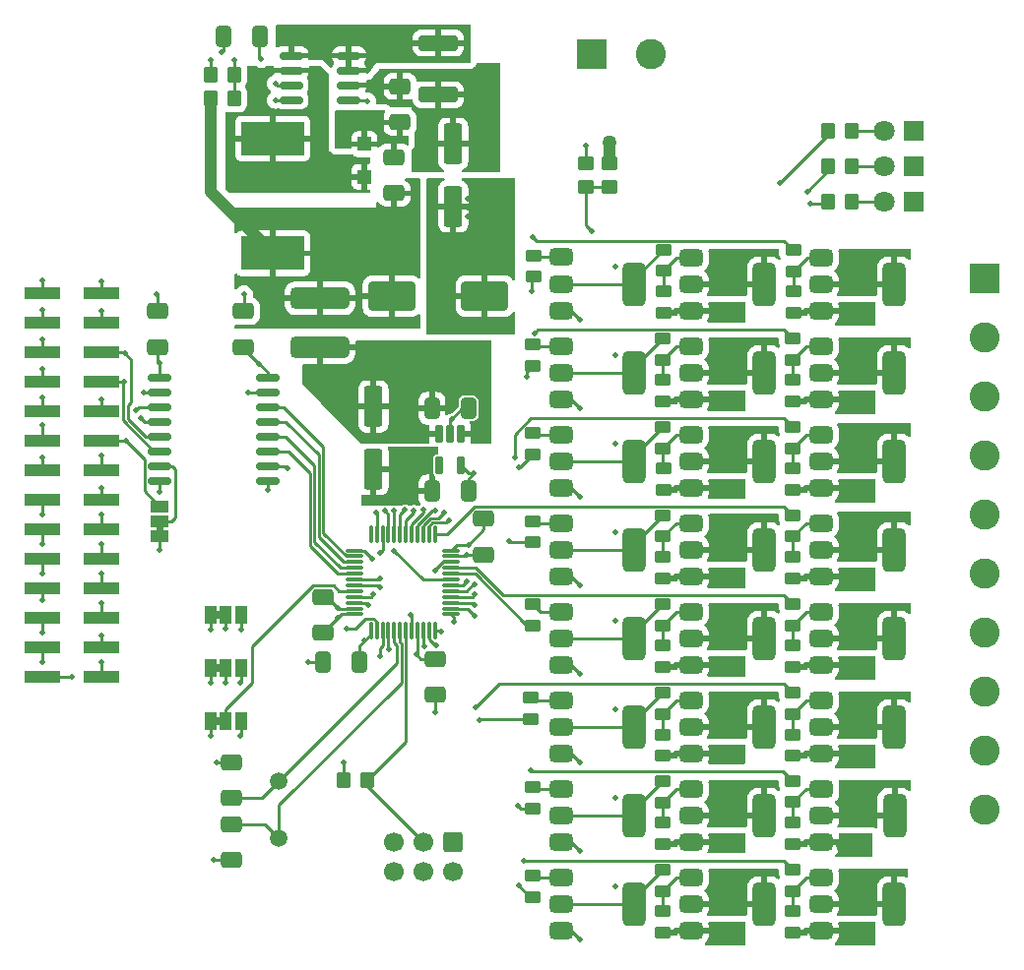
<source format=gtl>
%TF.GenerationSoftware,KiCad,Pcbnew,8.0.0*%
%TF.CreationDate,2024-05-13T12:24:45+02:00*%
%TF.ProjectId,plc_io_module,706c635f-696f-45f6-9d6f-64756c652e6b,1.0.0*%
%TF.SameCoordinates,Original*%
%TF.FileFunction,Copper,L1,Top*%
%TF.FilePolarity,Positive*%
%FSLAX46Y46*%
G04 Gerber Fmt 4.6, Leading zero omitted, Abs format (unit mm)*
G04 Created by KiCad (PCBNEW 8.0.0) date 2024-05-13 12:24:45*
%MOMM*%
%LPD*%
G01*
G04 APERTURE LIST*
G04 Aperture macros list*
%AMRoundRect*
0 Rectangle with rounded corners*
0 $1 Rounding radius*
0 $2 $3 $4 $5 $6 $7 $8 $9 X,Y pos of 4 corners*
0 Add a 4 corners polygon primitive as box body*
4,1,4,$2,$3,$4,$5,$6,$7,$8,$9,$2,$3,0*
0 Add four circle primitives for the rounded corners*
1,1,$1+$1,$2,$3*
1,1,$1+$1,$4,$5*
1,1,$1+$1,$6,$7*
1,1,$1+$1,$8,$9*
0 Add four rect primitives between the rounded corners*
20,1,$1+$1,$2,$3,$4,$5,0*
20,1,$1+$1,$4,$5,$6,$7,0*
20,1,$1+$1,$6,$7,$8,$9,0*
20,1,$1+$1,$8,$9,$2,$3,0*%
G04 Aperture macros list end*
%TA.AperFunction,EtchedComponent*%
%ADD10C,0.000000*%
%TD*%
%TA.AperFunction,SMDPad,CuDef*%
%ADD11RoundRect,0.250000X-0.650000X0.412500X-0.650000X-0.412500X0.650000X-0.412500X0.650000X0.412500X0*%
%TD*%
%TA.AperFunction,SMDPad,CuDef*%
%ADD12RoundRect,0.250000X0.412500X0.650000X-0.412500X0.650000X-0.412500X-0.650000X0.412500X-0.650000X0*%
%TD*%
%TA.AperFunction,SMDPad,CuDef*%
%ADD13RoundRect,0.150000X-0.875000X-0.150000X0.875000X-0.150000X0.875000X0.150000X-0.875000X0.150000X0*%
%TD*%
%TA.AperFunction,SMDPad,CuDef*%
%ADD14RoundRect,0.375000X-0.625000X-0.375000X0.625000X-0.375000X0.625000X0.375000X-0.625000X0.375000X0*%
%TD*%
%TA.AperFunction,SMDPad,CuDef*%
%ADD15RoundRect,0.500000X-0.500000X-1.400000X0.500000X-1.400000X0.500000X1.400000X-0.500000X1.400000X0*%
%TD*%
%TA.AperFunction,SMDPad,CuDef*%
%ADD16RoundRect,0.250000X0.450000X-0.262500X0.450000X0.262500X-0.450000X0.262500X-0.450000X-0.262500X0*%
%TD*%
%TA.AperFunction,SMDPad,CuDef*%
%ADD17R,1.000000X1.500000*%
%TD*%
%TA.AperFunction,SMDPad,CuDef*%
%ADD18R,3.150000X1.000000*%
%TD*%
%TA.AperFunction,SMDPad,CuDef*%
%ADD19RoundRect,0.250000X0.650000X-0.412500X0.650000X0.412500X-0.650000X0.412500X-0.650000X-0.412500X0*%
%TD*%
%TA.AperFunction,SMDPad,CuDef*%
%ADD20RoundRect,0.250000X-0.350000X-0.450000X0.350000X-0.450000X0.350000X0.450000X-0.350000X0.450000X0*%
%TD*%
%TA.AperFunction,SMDPad,CuDef*%
%ADD21RoundRect,0.250000X0.450000X-0.350000X0.450000X0.350000X-0.450000X0.350000X-0.450000X-0.350000X0*%
%TD*%
%TA.AperFunction,ComponentPad*%
%ADD22RoundRect,0.250000X-0.600000X0.600000X-0.600000X-0.600000X0.600000X-0.600000X0.600000X0.600000X0*%
%TD*%
%TA.AperFunction,ComponentPad*%
%ADD23C,1.700000*%
%TD*%
%TA.AperFunction,SMDPad,CuDef*%
%ADD24RoundRect,0.250000X-1.750000X-1.000000X1.750000X-1.000000X1.750000X1.000000X-1.750000X1.000000X0*%
%TD*%
%TA.AperFunction,SMDPad,CuDef*%
%ADD25RoundRect,0.250000X-0.450000X0.262500X-0.450000X-0.262500X0.450000X-0.262500X0.450000X0.262500X0*%
%TD*%
%TA.AperFunction,SMDPad,CuDef*%
%ADD26RoundRect,0.250000X0.350000X0.450000X-0.350000X0.450000X-0.350000X-0.450000X0.350000X-0.450000X0*%
%TD*%
%TA.AperFunction,ComponentPad*%
%ADD27R,2.600000X2.600000*%
%TD*%
%TA.AperFunction,ComponentPad*%
%ADD28C,2.600000*%
%TD*%
%TA.AperFunction,ComponentPad*%
%ADD29R,1.800000X1.800000*%
%TD*%
%TA.AperFunction,ComponentPad*%
%ADD30C,1.800000*%
%TD*%
%TA.AperFunction,SMDPad,CuDef*%
%ADD31RoundRect,0.075000X0.075000X-0.662500X0.075000X0.662500X-0.075000X0.662500X-0.075000X-0.662500X0*%
%TD*%
%TA.AperFunction,SMDPad,CuDef*%
%ADD32RoundRect,0.075000X0.662500X-0.075000X0.662500X0.075000X-0.662500X0.075000X-0.662500X-0.075000X0*%
%TD*%
%TA.AperFunction,SMDPad,CuDef*%
%ADD33RoundRect,0.250000X-0.450000X0.350000X-0.450000X-0.350000X0.450000X-0.350000X0.450000X0.350000X0*%
%TD*%
%TA.AperFunction,SMDPad,CuDef*%
%ADD34RoundRect,0.150000X-0.825000X-0.150000X0.825000X-0.150000X0.825000X0.150000X-0.825000X0.150000X0*%
%TD*%
%TA.AperFunction,SMDPad,CuDef*%
%ADD35RoundRect,0.250000X-0.550000X1.500000X-0.550000X-1.500000X0.550000X-1.500000X0.550000X1.500000X0*%
%TD*%
%TA.AperFunction,SMDPad,CuDef*%
%ADD36RoundRect,0.250000X-0.412500X-0.650000X0.412500X-0.650000X0.412500X0.650000X-0.412500X0.650000X0*%
%TD*%
%TA.AperFunction,SMDPad,CuDef*%
%ADD37RoundRect,0.162500X-0.162500X0.617500X-0.162500X-0.617500X0.162500X-0.617500X0.162500X0.617500X0*%
%TD*%
%TA.AperFunction,SMDPad,CuDef*%
%ADD38R,5.400000X2.900000*%
%TD*%
%TA.AperFunction,SMDPad,CuDef*%
%ADD39RoundRect,0.250000X1.450000X-0.400000X1.450000X0.400000X-1.450000X0.400000X-1.450000X-0.400000X0*%
%TD*%
%TA.AperFunction,SMDPad,CuDef*%
%ADD40R,1.200000X1.200000*%
%TD*%
%TA.AperFunction,ComponentPad*%
%ADD41C,1.500000*%
%TD*%
%TA.AperFunction,SMDPad,CuDef*%
%ADD42R,1.500000X1.000000*%
%TD*%
%TA.AperFunction,SMDPad,CuDef*%
%ADD43RoundRect,0.475000X-2.075000X0.475000X-2.075000X-0.475000X2.075000X-0.475000X2.075000X0.475000X0*%
%TD*%
%TA.AperFunction,ViaPad*%
%ADD44C,0.508000*%
%TD*%
%TA.AperFunction,ViaPad*%
%ADD45C,1.270000*%
%TD*%
%TA.AperFunction,Conductor*%
%ADD46C,0.254000*%
%TD*%
%TA.AperFunction,Conductor*%
%ADD47C,1.016000*%
%TD*%
G04 APERTURE END LIST*
D10*
%TA.AperFunction,EtchedComponent*%
%TO.C,JP4*%
G36*
X118980000Y-119680000D02*
G01*
X118480000Y-119680000D01*
X118480000Y-119080000D01*
X118980000Y-119080000D01*
X118980000Y-119680000D01*
G37*
%TD.AperFunction*%
%TA.AperFunction,EtchedComponent*%
%TO.C,JP2*%
G36*
X118980000Y-110536000D02*
G01*
X118480000Y-110536000D01*
X118480000Y-109936000D01*
X118980000Y-109936000D01*
X118980000Y-110536000D01*
G37*
%TD.AperFunction*%
%TA.AperFunction,EtchedComponent*%
%TO.C,JP3*%
G36*
X118980000Y-115108000D02*
G01*
X118480000Y-115108000D01*
X118480000Y-114508000D01*
X118980000Y-114508000D01*
X118980000Y-115108000D01*
G37*
%TD.AperFunction*%
%TA.AperFunction,EtchedComponent*%
%TO.C,JP1*%
G36*
X114015800Y-103084200D02*
G01*
X113415800Y-103084200D01*
X113415800Y-102584200D01*
X114015800Y-102584200D01*
X114015800Y-103084200D01*
G37*
%TD.AperFunction*%
%TD*%
D11*
%TO.P,C16,1*%
%TO.N,+3.3V*%
X141579600Y-101967900D03*
%TO.P,C16,2*%
%TO.N,GND*%
X141579600Y-105092900D03*
%TD*%
D12*
%TO.P,C15,1*%
%TO.N,+3.3V*%
X140246500Y-99568000D03*
%TO.P,C15,2*%
%TO.N,GND*%
X137121500Y-99568000D03*
%TD*%
D13*
%TO.P,U1,1,V_{CC1}*%
%TO.N,+3.3V isolated*%
X113714000Y-89789000D03*
%TO.P,U1,2,GND1*%
%TO.N,GND isolated*%
X113714000Y-91059000D03*
%TO.P,U1,3,INA*%
%TO.N,CS0_I*%
X113714000Y-92329000D03*
%TO.P,U1,4,INB*%
%TO.N,SCK_I*%
X113714000Y-93599000D03*
%TO.P,U1,5,INC*%
%TO.N,MISO_I*%
X113714000Y-94869000D03*
%TO.P,U1,6,OUTD*%
%TO.N,MOSI_I*%
X113714000Y-96139000D03*
%TO.P,U1,7,EN1*%
%TO.N,Net-(JP1-C)*%
X113714000Y-97409000D03*
%TO.P,U1,8,GND1*%
%TO.N,GND isolated*%
X113714000Y-98679000D03*
%TO.P,U1,9,GND2*%
%TO.N,GND*%
X123014000Y-98679000D03*
%TO.P,U1,10,EN2*%
%TO.N,+3.3V*%
X123014000Y-97409000D03*
%TO.P,U1,11,IND*%
%TO.N,SPI_MOSI*%
X123014000Y-96139000D03*
%TO.P,U1,12,OUTC*%
%TO.N,SPI_MISO*%
X123014000Y-94869000D03*
%TO.P,U1,13,OUTB*%
%TO.N,SPI_SCK*%
X123014000Y-93599000D03*
%TO.P,U1,14,OUTA*%
%TO.N,SPI_CS0*%
X123014000Y-92329000D03*
%TO.P,U1,15,GND2*%
%TO.N,GND*%
X123014000Y-91059000D03*
%TO.P,U1,16,V_{CC2}*%
%TO.N,+3.3V*%
X123014000Y-89789000D03*
%TD*%
D14*
%TO.P,Q11,1,B*%
%TO.N,Net-(Q11-B)*%
X159410000Y-94728000D03*
%TO.P,Q11,2,C*%
%TO.N,DIQ2*%
X159410000Y-97028000D03*
D15*
X165710000Y-97028000D03*
D14*
%TO.P,Q11,3,E*%
%TO.N,+24V*%
X159410000Y-99328000D03*
%TD*%
%TO.P,Q1,1,B*%
%TO.N,Net-(Q1-B)*%
X148234000Y-79450500D03*
%TO.P,Q1,2,C*%
%TO.N,Net-(Q1-C-Pad2)*%
X148234000Y-81750500D03*
D15*
X154534000Y-81750500D03*
D14*
%TO.P,Q1,3,E*%
%TO.N,GND*%
X148234000Y-84050500D03*
%TD*%
D16*
%TO.P,R24,1*%
%TO.N,+24V*%
X156972000Y-114704500D03*
%TO.P,R24,2*%
%TO.N,Net-(Q13-B)*%
X156972000Y-112879500D03*
%TD*%
D14*
%TO.P,Q21,1,B*%
%TO.N,Net-(Q21-B)*%
X170586000Y-109968000D03*
%TO.P,Q21,2,C*%
%TO.N,DIQ4*%
X170586000Y-112268000D03*
D15*
X176886000Y-112268000D03*
D14*
%TO.P,Q21,3,E*%
%TO.N,GND*%
X170586000Y-114568000D03*
%TD*%
D12*
%TO.P,C4,1*%
%TO.N,Net-(U2-TC)*%
X122314100Y-60452000D03*
%TO.P,C4,2*%
%TO.N,GND*%
X119189100Y-60452000D03*
%TD*%
D16*
%TO.P,R29,1*%
%TO.N,Net-(Q16-B)*%
X156972000Y-134008500D03*
%TO.P,R29,2*%
%TO.N,Net-(Q8-C-Pad2)*%
X156972000Y-132183500D03*
%TD*%
%TO.P,R28,1*%
%TO.N,+24V*%
X156972000Y-129944500D03*
%TO.P,R28,2*%
%TO.N,Net-(Q15-B)*%
X156972000Y-128119500D03*
%TD*%
D17*
%TO.P,JP4,1,A*%
%TO.N,GND*%
X118080000Y-119380000D03*
%TO.P,JP4,2,C*%
%TO.N,Net-(JP4-C)*%
X119380000Y-119380000D03*
%TO.P,JP4,3,B*%
%TO.N,+3.3V*%
X120680000Y-119380000D03*
%TD*%
D18*
%TO.P,J1,1,Pin_1*%
%TO.N,+5V isolated*%
X103647000Y-82550000D03*
%TO.P,J1,2,Pin_2*%
%TO.N,GND isolated*%
X108697000Y-82550000D03*
%TO.P,J1,3,Pin_3*%
%TO.N,+3.3V isolated*%
X103647000Y-85090000D03*
%TO.P,J1,4,Pin_4*%
%TO.N,GND isolated*%
X108697000Y-85090000D03*
%TO.P,J1,5,Pin_5*%
%TO.N,SIG0_I*%
X103647000Y-87630000D03*
%TO.P,J1,6,Pin_6*%
%TO.N,MISO_I*%
X108697000Y-87630000D03*
%TO.P,J1,7,Pin_7*%
%TO.N,SIG1_I*%
X103647000Y-90170000D03*
%TO.P,J1,8,Pin_8*%
%TO.N,MOSI_I*%
X108697000Y-90170000D03*
%TO.P,J1,9,Pin_9*%
%TO.N,SIG2_I*%
X103647000Y-92710000D03*
%TO.P,J1,10,Pin_10*%
%TO.N,SCK_I*%
X108697000Y-92710000D03*
%TO.P,J1,11,Pin_11*%
%TO.N,SIG3_I*%
X103647000Y-95250000D03*
%TO.P,J1,12,Pin_12*%
%TO.N,CS0_I*%
X108697000Y-95250000D03*
%TO.P,J1,13,Pin_13*%
%TO.N,SIG4_I*%
X103647000Y-97790000D03*
%TO.P,J1,14,Pin_14*%
%TO.N,CS1_I*%
X108697000Y-97790000D03*
%TO.P,J1,15,Pin_15*%
%TO.N,CS15_I*%
X103647000Y-100330000D03*
%TO.P,J1,16,Pin_16*%
%TO.N,CS2_I*%
X108697000Y-100330000D03*
%TO.P,J1,17,Pin_17*%
%TO.N,CS14_I*%
X103647000Y-102870000D03*
%TO.P,J1,18,Pin_18*%
%TO.N,CS3_I*%
X108697000Y-102870000D03*
%TO.P,J1,19,Pin_19*%
%TO.N,CS13_I*%
X103647000Y-105410000D03*
%TO.P,J1,20,Pin_20*%
%TO.N,CS4_I*%
X108697000Y-105410000D03*
%TO.P,J1,21,Pin_21*%
%TO.N,CS12_I*%
X103647000Y-107950000D03*
%TO.P,J1,22,Pin_22*%
%TO.N,CS5_I*%
X108697000Y-107950000D03*
%TO.P,J1,23,Pin_23*%
%TO.N,CS11_I*%
X103647000Y-110490000D03*
%TO.P,J1,24,Pin_24*%
%TO.N,CS6_I*%
X108697000Y-110490000D03*
%TO.P,J1,25,Pin_25*%
%TO.N,CS10_I*%
X103647000Y-113030000D03*
%TO.P,J1,26,Pin_26*%
%TO.N,CS7_I*%
X108697000Y-113030000D03*
%TO.P,J1,27,Pin_27*%
%TO.N,CS9_I*%
X103647000Y-115570000D03*
%TO.P,J1,28,Pin_28*%
%TO.N,CS8_I*%
X108697000Y-115570000D03*
%TD*%
D19*
%TO.P,C6,1*%
%TO.N,+3.3V*%
X127762000Y-111798500D03*
%TO.P,C6,2*%
%TO.N,GND*%
X127762000Y-108673500D03*
%TD*%
D20*
%TO.P,R3,1*%
%TO.N,+3.3V*%
X129556000Y-124460000D03*
%TO.P,R3,2*%
%TO.N,NRST*%
X131556000Y-124460000D03*
%TD*%
D21*
%TO.P,R13,1*%
%TO.N,V_SENSE*%
X150368000Y-73390000D03*
%TO.P,R13,2*%
%TO.N,GND*%
X150368000Y-71390000D03*
%TD*%
D14*
%TO.P,Q7,1,B*%
%TO.N,Net-(Q7-B)*%
X148234000Y-125208000D03*
%TO.P,Q7,2,C*%
%TO.N,Net-(Q7-C-Pad2)*%
X148234000Y-127508000D03*
D15*
X154534000Y-127508000D03*
D14*
%TO.P,Q7,3,E*%
%TO.N,GND*%
X148234000Y-129808000D03*
%TD*%
D22*
%TO.P,J2,1,Pin_1*%
%TO.N,+3.3V*%
X138938000Y-129794000D03*
D23*
%TO.P,J2,2,Pin_2*%
%TO.N,SWDIO*%
X138938000Y-132334000D03*
%TO.P,J2,3,Pin_3*%
%TO.N,NRST*%
X136398000Y-129794000D03*
%TO.P,J2,4,Pin_4*%
%TO.N,SWCLK*%
X136398000Y-132334000D03*
%TO.P,J2,5,Pin_5*%
%TO.N,GND*%
X133858000Y-129794000D03*
%TO.P,J2,6,Pin_6*%
%TO.N,SWO*%
X133858000Y-132334000D03*
%TD*%
D14*
%TO.P,Q18,1,B*%
%TO.N,Net-(Q18-B)*%
X170586000Y-87108000D03*
%TO.P,Q18,2,C*%
%TO.N,DIQ1*%
X170586000Y-89408000D03*
D15*
X176886000Y-89408000D03*
D14*
%TO.P,Q18,3,E*%
%TO.N,GND*%
X170586000Y-91708000D03*
%TD*%
%TO.P,Q8,1,B*%
%TO.N,Net-(Q8-B)*%
X148234000Y-132828000D03*
%TO.P,Q8,2,C*%
%TO.N,Net-(Q8-C-Pad2)*%
X148234000Y-135128000D03*
D15*
X154534000Y-135128000D03*
D14*
%TO.P,Q8,3,E*%
%TO.N,GND*%
X148234000Y-137428000D03*
%TD*%
D20*
%TO.P,R48,1*%
%TO.N,LED_ORANGE*%
X171212000Y-71628000D03*
%TO.P,R48,2*%
%TO.N,Net-(D3-A)*%
X173212000Y-71628000D03*
%TD*%
D14*
%TO.P,Q14,1,B*%
%TO.N,Net-(Q14-B)*%
X159410000Y-117588000D03*
%TO.P,Q14,2,C*%
%TO.N,DIQ5*%
X159410000Y-119888000D03*
D15*
X165710000Y-119888000D03*
D14*
%TO.P,Q14,3,E*%
%TO.N,+24V*%
X159410000Y-122188000D03*
%TD*%
D16*
%TO.P,R8,1*%
%TO.N,DQ3_High*%
X145796000Y-103999000D03*
%TO.P,R8,2*%
%TO.N,Net-(Q4-B)*%
X145796000Y-102174000D03*
%TD*%
%TO.P,R6,1*%
%TO.N,DQ1_High*%
X145796000Y-88796500D03*
%TO.P,R6,2*%
%TO.N,Net-(Q2-B)*%
X145796000Y-86971500D03*
%TD*%
D24*
%TO.P,C11,1*%
%TO.N,Net-(C11-Pad1)*%
X133668000Y-82804000D03*
%TO.P,C11,2*%
%TO.N,GND*%
X141668000Y-82804000D03*
%TD*%
D25*
%TO.P,R33,1*%
%TO.N,DQ1_Low*%
X168148000Y-86463500D03*
%TO.P,R33,2*%
%TO.N,Net-(Q18-B)*%
X168148000Y-88288500D03*
%TD*%
%TO.P,R31,1*%
%TO.N,DQ0_Low*%
X168185500Y-78843500D03*
%TO.P,R31,2*%
%TO.N,Net-(Q17-B)*%
X168185500Y-80668500D03*
%TD*%
D26*
%TO.P,R1,1*%
%TO.N,Net-(U2-Vfb)*%
X120126000Y-63754000D03*
%TO.P,R1,2*%
%TO.N,GND*%
X118126000Y-63754000D03*
%TD*%
D27*
%TO.P,J3,1,Pin_1*%
%TO.N,+24V*%
X150871000Y-61976000D03*
D28*
%TO.P,J3,2,Pin_2*%
%TO.N,GND*%
X155951000Y-61976000D03*
%TD*%
D29*
%TO.P,D2,1,K*%
%TO.N,GND*%
X178567000Y-68580000D03*
D30*
%TO.P,D2,2,A*%
%TO.N,Net-(D2-A)*%
X176027000Y-68580000D03*
%TD*%
D16*
%TO.P,R25,1*%
%TO.N,Net-(Q14-B)*%
X156972000Y-118768500D03*
%TO.P,R25,2*%
%TO.N,Net-(Q6-C-Pad2)*%
X156972000Y-116943500D03*
%TD*%
D31*
%TO.P,U3,1,VDD*%
%TO.N,+3.3V*%
X131870000Y-111604500D03*
%TO.P,U3,2,PC13*%
%TO.N,CONFIG_1*%
X132370000Y-111604500D03*
%TO.P,U3,3,PC14*%
%TO.N,DQ6_High*%
X132870000Y-111604500D03*
%TO.P,U3,4,PC15*%
%TO.N,DQ6_Low*%
X133370000Y-111604500D03*
%TO.P,U3,5,PF0*%
%TO.N,Net-(U3-PF0)*%
X133870000Y-111604500D03*
%TO.P,U3,6,PF1*%
%TO.N,Net-(U3-PF1)*%
X134370000Y-111604500D03*
%TO.P,U3,7,NRST*%
%TO.N,NRST*%
X134870000Y-111604500D03*
%TO.P,U3,8,VSSA*%
%TO.N,GND*%
X135370000Y-111604500D03*
%TO.P,U3,9,VDDA*%
%TO.N,+3.3V*%
X135870000Y-111604500D03*
%TO.P,U3,10,PA0*%
%TO.N,DI7_input*%
X136370000Y-111604500D03*
%TO.P,U3,11,PA1*%
%TO.N,DI6_input*%
X136870000Y-111604500D03*
%TO.P,U3,12,PA2*%
%TO.N,DI5_input*%
X137370000Y-111604500D03*
D32*
%TO.P,U3,13,PA3*%
%TO.N,DI4_input*%
X138782500Y-110192000D03*
%TO.P,U3,14,PA4*%
%TO.N,DI3_input*%
X138782500Y-109692000D03*
%TO.P,U3,15,PA5*%
%TO.N,DI2_input*%
X138782500Y-109192000D03*
%TO.P,U3,16,PA6*%
%TO.N,DI1_input*%
X138782500Y-108692000D03*
%TO.P,U3,17,PA7*%
%TO.N,DI0_input*%
X138782500Y-108192000D03*
%TO.P,U3,18,PB0*%
%TO.N,V_SENSE*%
X138782500Y-107692000D03*
%TO.P,U3,19,PB1*%
%TO.N,CONFIG_0*%
X138782500Y-107192000D03*
%TO.P,U3,20,PB2*%
%TO.N,DQ4_High*%
X138782500Y-106692000D03*
%TO.P,U3,21,PB10*%
%TO.N,DQ4_Low*%
X138782500Y-106192000D03*
%TO.P,U3,22,PB11*%
%TO.N,DQ3_High*%
X138782500Y-105692000D03*
%TO.P,U3,23,VSS*%
%TO.N,GND*%
X138782500Y-105192000D03*
%TO.P,U3,24,VDD*%
%TO.N,+3.3V*%
X138782500Y-104692000D03*
D31*
%TO.P,U3,25,PB12*%
%TO.N,DQ3_Low*%
X137370000Y-103279500D03*
%TO.P,U3,26,PB13*%
%TO.N,DQ2_High*%
X136870000Y-103279500D03*
%TO.P,U3,27,PB14*%
%TO.N,DQ2_Low*%
X136370000Y-103279500D03*
%TO.P,U3,28,PB15*%
%TO.N,DQ1_High*%
X135870000Y-103279500D03*
%TO.P,U3,29,PA8*%
%TO.N,DQ1_Low*%
X135370000Y-103279500D03*
%TO.P,U3,30,PA9*%
%TO.N,DQ0_High*%
X134870000Y-103279500D03*
%TO.P,U3,31,PA10*%
%TO.N,DQ0_Low*%
X134370000Y-103279500D03*
%TO.P,U3,32,PA11*%
%TO.N,LED_RED*%
X133870000Y-103279500D03*
%TO.P,U3,33,PA12*%
%TO.N,LED_ORANGE*%
X133370000Y-103279500D03*
%TO.P,U3,34,PA13*%
%TO.N,SWDIO*%
X132870000Y-103279500D03*
%TO.P,U3,35,PF6*%
%TO.N,LED_GREEN*%
X132370000Y-103279500D03*
%TO.P,U3,36,PF7*%
%TO.N,unconnected-(U3-PF7-Pad36)*%
X131870000Y-103279500D03*
D32*
%TO.P,U3,37,PA14*%
%TO.N,SWCLK*%
X130457500Y-104692000D03*
%TO.P,U3,38,PA15*%
%TO.N,SPI_CS0*%
X130457500Y-105192000D03*
%TO.P,U3,39,PB3*%
%TO.N,SPI_SCK*%
X130457500Y-105692000D03*
%TO.P,U3,40,PB4*%
%TO.N,SPI_MISO*%
X130457500Y-106192000D03*
%TO.P,U3,41,PB5*%
%TO.N,SPI_MOSI*%
X130457500Y-106692000D03*
%TO.P,U3,42,PB6*%
%TO.N,DQ5_Low*%
X130457500Y-107192000D03*
%TO.P,U3,43,PB7*%
%TO.N,DQ5_High*%
X130457500Y-107692000D03*
%TO.P,U3,44,BOOT0*%
%TO.N,Net-(JP4-C)*%
X130457500Y-108192000D03*
%TO.P,U3,45,PB8*%
%TO.N,DQ7_Low*%
X130457500Y-108692000D03*
%TO.P,U3,46,PB9*%
%TO.N,DQ7_High*%
X130457500Y-109192000D03*
%TO.P,U3,47,VSS*%
%TO.N,GND*%
X130457500Y-109692000D03*
%TO.P,U3,48,VDD*%
%TO.N,+3.3V*%
X130457500Y-110192000D03*
%TD*%
D16*
%TO.P,R46,1*%
%TO.N,GND*%
X168148000Y-137564500D03*
%TO.P,R46,2*%
%TO.N,Net-(Q24-B)*%
X168148000Y-135739500D03*
%TD*%
%TO.P,R26,1*%
%TO.N,+24V*%
X156972000Y-122362000D03*
%TO.P,R26,2*%
%TO.N,Net-(Q14-B)*%
X156972000Y-120537000D03*
%TD*%
D33*
%TO.P,R14,1*%
%TO.N,+24V*%
X152400000Y-71390000D03*
%TO.P,R14,2*%
%TO.N,V_SENSE*%
X152400000Y-73390000D03*
%TD*%
D25*
%TO.P,R37,1*%
%TO.N,DQ3_Low*%
X168148000Y-101666000D03*
%TO.P,R37,2*%
%TO.N,Net-(Q20-B)*%
X168148000Y-103491000D03*
%TD*%
D34*
%TO.P,U2,1,SwC*%
%TO.N,Net-(U2-DC)*%
X125033000Y-62103000D03*
%TO.P,U2,2,SwE*%
%TO.N,Net-(D1-K)*%
X125033000Y-63373000D03*
%TO.P,U2,3,TC*%
%TO.N,Net-(U2-TC)*%
X125033000Y-64643000D03*
%TO.P,U2,4,GND*%
%TO.N,GND*%
X125033000Y-65913000D03*
%TO.P,U2,5,Vfb*%
%TO.N,Net-(U2-Vfb)*%
X129983000Y-65913000D03*
%TO.P,U2,6,Vin*%
%TO.N,+24V*%
X129983000Y-64643000D03*
%TO.P,U2,7,Ipk*%
%TO.N,Net-(U2-DC)*%
X129983000Y-63373000D03*
%TO.P,U2,8,DC*%
X129983000Y-62103000D03*
%TD*%
D14*
%TO.P,Q2,1,B*%
%TO.N,Net-(Q2-B)*%
X148234000Y-87108000D03*
%TO.P,Q2,2,C*%
%TO.N,Net-(Q2-C-Pad2)*%
X148234000Y-89408000D03*
D15*
X154534000Y-89408000D03*
D14*
%TO.P,Q2,3,E*%
%TO.N,GND*%
X148234000Y-91708000D03*
%TD*%
D35*
%TO.P,C13,1*%
%TO.N,+24V*%
X138938000Y-69690000D03*
%TO.P,C13,2*%
%TO.N,GND*%
X138938000Y-75090000D03*
%TD*%
D19*
%TO.P,C9,1*%
%TO.N,Net-(C11-Pad1)*%
X133858000Y-73952500D03*
%TO.P,C9,2*%
%TO.N,GND*%
X133858000Y-70827500D03*
%TD*%
D25*
%TO.P,R39,1*%
%TO.N,DQ4_Low*%
X168148000Y-109323500D03*
%TO.P,R39,2*%
%TO.N,Net-(Q21-B)*%
X168148000Y-111148500D03*
%TD*%
D14*
%TO.P,Q4,1,B*%
%TO.N,Net-(Q4-B)*%
X148234000Y-102348000D03*
%TO.P,Q4,2,C*%
%TO.N,Net-(Q4-C-Pad2)*%
X148234000Y-104648000D03*
D15*
X154534000Y-104648000D03*
D14*
%TO.P,Q4,3,E*%
%TO.N,GND*%
X148234000Y-106948000D03*
%TD*%
D29*
%TO.P,D4,1,K*%
%TO.N,GND*%
X178567000Y-74676000D03*
D30*
%TO.P,D4,2,A*%
%TO.N,Net-(D4-A)*%
X176027000Y-74676000D03*
%TD*%
D17*
%TO.P,JP2,1,A*%
%TO.N,GND*%
X118080000Y-110236000D03*
%TO.P,JP2,2,C*%
%TO.N,CONFIG_0*%
X119380000Y-110236000D03*
%TO.P,JP2,3,B*%
%TO.N,+3.3V*%
X120680000Y-110236000D03*
%TD*%
D14*
%TO.P,Q20,1,B*%
%TO.N,Net-(Q20-B)*%
X170586000Y-102348000D03*
%TO.P,Q20,2,C*%
%TO.N,DIQ3*%
X170586000Y-104648000D03*
D15*
X176886000Y-104648000D03*
D14*
%TO.P,Q20,3,E*%
%TO.N,GND*%
X170586000Y-106948000D03*
%TD*%
D36*
%TO.P,C14,1*%
%TO.N,+5V*%
X137121500Y-92456000D03*
%TO.P,C14,2*%
%TO.N,GND*%
X140246500Y-92456000D03*
%TD*%
D16*
%TO.P,R40,1*%
%TO.N,GND*%
X168148000Y-114704500D03*
%TO.P,R40,2*%
%TO.N,Net-(Q21-B)*%
X168148000Y-112879500D03*
%TD*%
D37*
%TO.P,U4,1,IN*%
%TO.N,+5V*%
X139634000Y-94662000D03*
%TO.P,U4,2,GND*%
%TO.N,GND*%
X138684000Y-94662000D03*
%TO.P,U4,3,EN*%
%TO.N,+5V*%
X137734000Y-94662000D03*
%TO.P,U4,4,NC*%
%TO.N,unconnected-(U4-NC-Pad4)*%
X137734000Y-97362000D03*
%TO.P,U4,5,OUT*%
%TO.N,+3.3V*%
X139634000Y-97362000D03*
%TD*%
D19*
%TO.P,C5,1*%
%TO.N,+3.3V*%
X120904000Y-87236700D03*
%TO.P,C5,2*%
%TO.N,GND*%
X120904000Y-84111700D03*
%TD*%
D20*
%TO.P,R2,1*%
%TO.N,Net-(C11-Pad1)*%
X118126000Y-65786000D03*
%TO.P,R2,2*%
%TO.N,Net-(U2-Vfb)*%
X120126000Y-65786000D03*
%TD*%
D19*
%TO.P,C1,1*%
%TO.N,+3.3V isolated*%
X113512600Y-87236700D03*
%TO.P,C1,2*%
%TO.N,GND isolated*%
X113512600Y-84111700D03*
%TD*%
D14*
%TO.P,Q10,1,B*%
%TO.N,Net-(Q10-B)*%
X159410000Y-87108000D03*
%TO.P,Q10,2,C*%
%TO.N,DIQ1*%
X159410000Y-89408000D03*
D15*
X165710000Y-89408000D03*
D14*
%TO.P,Q10,3,E*%
%TO.N,+24V*%
X159410000Y-91708000D03*
%TD*%
D16*
%TO.P,R30,1*%
%TO.N,+24V*%
X156972000Y-137564500D03*
%TO.P,R30,2*%
%TO.N,Net-(Q16-B)*%
X156972000Y-135739500D03*
%TD*%
D14*
%TO.P,Q16,1,B*%
%TO.N,Net-(Q16-B)*%
X159410000Y-132828000D03*
%TO.P,Q16,2,C*%
%TO.N,DIQ7*%
X159410000Y-135128000D03*
D15*
X165710000Y-135128000D03*
D14*
%TO.P,Q16,3,E*%
%TO.N,+24V*%
X159410000Y-137428000D03*
%TD*%
%TO.P,Q19,1,B*%
%TO.N,Net-(Q19-B)*%
X170586000Y-94728000D03*
%TO.P,Q19,2,C*%
%TO.N,DIQ2*%
X170586000Y-97028000D03*
D15*
X176886000Y-97028000D03*
D14*
%TO.P,Q19,3,E*%
%TO.N,GND*%
X170586000Y-99328000D03*
%TD*%
D38*
%TO.P,L1,1,1*%
%TO.N,Net-(D1-K)*%
X123444000Y-69218000D03*
%TO.P,L1,2,2*%
%TO.N,Net-(C11-Pad1)*%
X123444000Y-79118000D03*
%TD*%
D16*
%TO.P,R7,1*%
%TO.N,DQ2_High*%
X145796000Y-96416500D03*
%TO.P,R7,2*%
%TO.N,Net-(Q3-B)*%
X145796000Y-94591500D03*
%TD*%
D14*
%TO.P,Q17,1,B*%
%TO.N,Net-(Q17-B)*%
X170586000Y-79488000D03*
%TO.P,Q17,2,C*%
%TO.N,DIQ0*%
X170586000Y-81788000D03*
D15*
X176886000Y-81788000D03*
D14*
%TO.P,Q17,3,E*%
%TO.N,GND*%
X170586000Y-84088000D03*
%TD*%
D16*
%TO.P,R12,1*%
%TO.N,DQ7_High*%
X145796000Y-134516500D03*
%TO.P,R12,2*%
%TO.N,Net-(Q8-B)*%
X145796000Y-132691500D03*
%TD*%
D20*
%TO.P,R47,1*%
%TO.N,LED_GREEN*%
X171212000Y-68580000D03*
%TO.P,R47,2*%
%TO.N,Net-(D2-A)*%
X173212000Y-68580000D03*
%TD*%
D16*
%TO.P,R27,1*%
%TO.N,Net-(Q15-B)*%
X156972000Y-126388500D03*
%TO.P,R27,2*%
%TO.N,Net-(Q7-C-Pad2)*%
X156972000Y-124563500D03*
%TD*%
%TO.P,R42,1*%
%TO.N,GND*%
X168148000Y-122362000D03*
%TO.P,R42,2*%
%TO.N,Net-(Q22-B)*%
X168148000Y-120537000D03*
%TD*%
D39*
%TO.P,R4,1*%
%TO.N,+24V*%
X137668000Y-65471000D03*
%TO.P,R4,2*%
%TO.N,Net-(U2-DC)*%
X137668000Y-61021000D03*
%TD*%
D35*
%TO.P,C8,1*%
%TO.N,+5V*%
X132080000Y-92296000D03*
%TO.P,C8,2*%
%TO.N,GND*%
X132080000Y-97696000D03*
%TD*%
D16*
%TO.P,R10,1*%
%TO.N,DQ5_High*%
X145620000Y-119210500D03*
%TO.P,R10,2*%
%TO.N,Net-(Q6-B)*%
X145620000Y-117385500D03*
%TD*%
D25*
%TO.P,R41,1*%
%TO.N,DQ5_Low*%
X168148000Y-116943500D03*
%TO.P,R41,2*%
%TO.N,Net-(Q22-B)*%
X168148000Y-118768500D03*
%TD*%
D16*
%TO.P,R11,1*%
%TO.N,DQ6_High*%
X145796000Y-126896500D03*
%TO.P,R11,2*%
%TO.N,Net-(Q7-B)*%
X145796000Y-125071500D03*
%TD*%
D40*
%TO.P,D1,1,K*%
%TO.N,Net-(D1-K)*%
X131318000Y-72520000D03*
%TO.P,D1,2,A*%
%TO.N,GND*%
X131318000Y-69720000D03*
%TD*%
D16*
%TO.P,R21,1*%
%TO.N,Net-(Q12-B)*%
X156972000Y-103491000D03*
%TO.P,R21,2*%
%TO.N,Net-(Q4-C-Pad2)*%
X156972000Y-101666000D03*
%TD*%
D17*
%TO.P,JP3,1,A*%
%TO.N,GND*%
X118080000Y-114808000D03*
%TO.P,JP3,2,C*%
%TO.N,CONFIG_1*%
X119380000Y-114808000D03*
%TO.P,JP3,3,B*%
%TO.N,+3.3V*%
X120680000Y-114808000D03*
%TD*%
D11*
%TO.P,C12,1*%
%TO.N,+3.3V*%
X137414000Y-114007500D03*
%TO.P,C12,2*%
%TO.N,GND*%
X137414000Y-117132500D03*
%TD*%
D16*
%TO.P,R36,1*%
%TO.N,GND*%
X168148000Y-99464500D03*
%TO.P,R36,2*%
%TO.N,Net-(Q19-B)*%
X168148000Y-97639500D03*
%TD*%
D14*
%TO.P,Q3,1,B*%
%TO.N,Net-(Q3-B)*%
X148234000Y-94728000D03*
%TO.P,Q3,2,C*%
%TO.N,Net-(Q3-C-Pad2)*%
X148234000Y-97028000D03*
D15*
X154534000Y-97028000D03*
D14*
%TO.P,Q3,3,E*%
%TO.N,GND*%
X148234000Y-99328000D03*
%TD*%
D16*
%TO.P,R44,1*%
%TO.N,GND*%
X168148000Y-129944500D03*
%TO.P,R44,2*%
%TO.N,Net-(Q23-B)*%
X168148000Y-128119500D03*
%TD*%
D11*
%TO.P,C3,1*%
%TO.N,Net-(U3-PF1)*%
X119888000Y-128231500D03*
%TO.P,C3,2*%
%TO.N,GND*%
X119888000Y-131356500D03*
%TD*%
D41*
%TO.P,Y1,1,1*%
%TO.N,Net-(U3-PF0)*%
X123952000Y-124550000D03*
%TO.P,Y1,2,2*%
%TO.N,Net-(U3-PF1)*%
X123952000Y-129450000D03*
%TD*%
D25*
%TO.P,R43,1*%
%TO.N,DQ6_Low*%
X168148000Y-124526000D03*
%TO.P,R43,2*%
%TO.N,Net-(Q23-B)*%
X168148000Y-126351000D03*
%TD*%
D42*
%TO.P,JP1,1,A*%
%TO.N,+3.3V isolated*%
X113715800Y-103484200D03*
%TO.P,JP1,2,C*%
%TO.N,Net-(JP1-C)*%
X113715800Y-102184200D03*
%TO.P,JP1,3,B*%
%TO.N,CS0_I*%
X113715800Y-100884200D03*
%TD*%
D16*
%TO.P,R20,1*%
%TO.N,+24V*%
X157009500Y-99464500D03*
%TO.P,R20,2*%
%TO.N,Net-(Q11-B)*%
X157009500Y-97639500D03*
%TD*%
D14*
%TO.P,Q9,1,B*%
%TO.N,Net-(Q9-B)*%
X159410000Y-79488000D03*
%TO.P,Q9,2,C*%
%TO.N,DIQ0*%
X159410000Y-81788000D03*
D15*
X165710000Y-81788000D03*
D14*
%TO.P,Q9,3,E*%
%TO.N,+24V*%
X159410000Y-84088000D03*
%TD*%
D27*
%TO.P,J4,1,Pin_1*%
%TO.N,+24V*%
X184612000Y-81280000D03*
D28*
%TO.P,J4,2,Pin_2*%
%TO.N,GND*%
X184612000Y-86360000D03*
%TO.P,J4,3,Pin_3*%
%TO.N,DIQ0*%
X184612000Y-91440000D03*
%TO.P,J4,4,Pin_4*%
%TO.N,DIQ1*%
X184612000Y-96520000D03*
%TO.P,J4,5,Pin_5*%
%TO.N,DIQ2*%
X184612000Y-101600000D03*
%TO.P,J4,6,Pin_6*%
%TO.N,DIQ3*%
X184612000Y-106680000D03*
%TO.P,J4,7,Pin_7*%
%TO.N,DIQ4*%
X184612000Y-111760000D03*
%TO.P,J4,8,Pin_8*%
%TO.N,DIQ5*%
X184612000Y-116840000D03*
%TO.P,J4,9,Pin_9*%
%TO.N,DIQ6*%
X184612000Y-121920000D03*
%TO.P,J4,10,Pin_10*%
%TO.N,DIQ7*%
X184612000Y-127000000D03*
%TD*%
D16*
%TO.P,R9,1*%
%TO.N,DQ4_High*%
X145796000Y-111148500D03*
%TO.P,R9,2*%
%TO.N,Net-(Q5-B)*%
X145796000Y-109323500D03*
%TD*%
%TO.P,R34,1*%
%TO.N,GND*%
X168132000Y-91844500D03*
%TO.P,R34,2*%
%TO.N,Net-(Q18-B)*%
X168132000Y-90019500D03*
%TD*%
%TO.P,R5,1*%
%TO.N,DQ0_High*%
X145833500Y-81139000D03*
%TO.P,R5,2*%
%TO.N,Net-(Q1-B)*%
X145833500Y-79314000D03*
%TD*%
D12*
%TO.P,C7,1*%
%TO.N,+3.3V*%
X130848500Y-114300000D03*
%TO.P,C7,2*%
%TO.N,GND*%
X127723500Y-114300000D03*
%TD*%
D14*
%TO.P,Q6,1,B*%
%TO.N,Net-(Q6-B)*%
X148234000Y-117588000D03*
%TO.P,Q6,2,C*%
%TO.N,Net-(Q6-C-Pad2)*%
X148234000Y-119888000D03*
D15*
X154534000Y-119888000D03*
D14*
%TO.P,Q6,3,E*%
%TO.N,GND*%
X148234000Y-122188000D03*
%TD*%
D16*
%TO.P,R17,1*%
%TO.N,Net-(Q10-B)*%
X156972000Y-88288500D03*
%TO.P,R17,2*%
%TO.N,Net-(Q2-C-Pad2)*%
X156972000Y-86463500D03*
%TD*%
D29*
%TO.P,D3,1,K*%
%TO.N,GND*%
X178567000Y-71628000D03*
D30*
%TO.P,D3,2,A*%
%TO.N,Net-(D3-A)*%
X176027000Y-71628000D03*
%TD*%
D16*
%TO.P,R18,1*%
%TO.N,+24V*%
X156972000Y-91844500D03*
%TO.P,R18,2*%
%TO.N,Net-(Q10-B)*%
X156972000Y-90019500D03*
%TD*%
%TO.P,R16,1*%
%TO.N,+24V*%
X157009500Y-84224500D03*
%TO.P,R16,2*%
%TO.N,Net-(Q9-B)*%
X157009500Y-82399500D03*
%TD*%
%TO.P,R23,1*%
%TO.N,Net-(Q13-B)*%
X156972000Y-111148500D03*
%TO.P,R23,2*%
%TO.N,Net-(Q5-C-Pad2)*%
X156972000Y-109323500D03*
%TD*%
D43*
%TO.P,L2,1,1*%
%TO.N,Net-(C11-Pad1)*%
X127508000Y-82990000D03*
%TO.P,L2,2,2*%
%TO.N,+5V*%
X127508000Y-87190000D03*
%TD*%
D14*
%TO.P,Q13,1,B*%
%TO.N,Net-(Q13-B)*%
X159410000Y-109968000D03*
%TO.P,Q13,2,C*%
%TO.N,DIQ4*%
X159410000Y-112268000D03*
D15*
X165710000Y-112268000D03*
D14*
%TO.P,Q13,3,E*%
%TO.N,+24V*%
X159410000Y-114568000D03*
%TD*%
D16*
%TO.P,R32,1*%
%TO.N,GND*%
X168185500Y-84224500D03*
%TO.P,R32,2*%
%TO.N,Net-(Q17-B)*%
X168185500Y-82399500D03*
%TD*%
D25*
%TO.P,R35,1*%
%TO.N,DQ2_Low*%
X168148000Y-94083500D03*
%TO.P,R35,2*%
%TO.N,Net-(Q19-B)*%
X168148000Y-95908500D03*
%TD*%
D11*
%TO.P,C10,1*%
%TO.N,+24V*%
X134366000Y-64731500D03*
%TO.P,C10,2*%
%TO.N,GND*%
X134366000Y-67856500D03*
%TD*%
D14*
%TO.P,Q22,1,B*%
%TO.N,Net-(Q22-B)*%
X170586000Y-117588000D03*
%TO.P,Q22,2,C*%
%TO.N,DIQ5*%
X170586000Y-119888000D03*
D15*
X176886000Y-119888000D03*
D14*
%TO.P,Q22,3,E*%
%TO.N,GND*%
X170586000Y-122188000D03*
%TD*%
%TO.P,Q15,1,B*%
%TO.N,Net-(Q15-B)*%
X159410000Y-125208000D03*
%TO.P,Q15,2,C*%
%TO.N,DIQ6*%
X159410000Y-127508000D03*
D15*
X165710000Y-127508000D03*
D14*
%TO.P,Q15,3,E*%
%TO.N,+24V*%
X159410000Y-129808000D03*
%TD*%
D16*
%TO.P,R19,1*%
%TO.N,Net-(Q11-B)*%
X156972000Y-95908500D03*
%TO.P,R19,2*%
%TO.N,Net-(Q3-C-Pad2)*%
X156972000Y-94083500D03*
%TD*%
D14*
%TO.P,Q23,1,B*%
%TO.N,Net-(Q23-B)*%
X170623500Y-125208000D03*
%TO.P,Q23,2,C*%
%TO.N,DIQ6*%
X170623500Y-127508000D03*
D15*
X176923500Y-127508000D03*
D14*
%TO.P,Q23,3,E*%
%TO.N,GND*%
X170623500Y-129808000D03*
%TD*%
%TO.P,Q5,1,B*%
%TO.N,Net-(Q5-B)*%
X148234000Y-109968000D03*
%TO.P,Q5,2,C*%
%TO.N,Net-(Q5-C-Pad2)*%
X148234000Y-112268000D03*
D15*
X154534000Y-112268000D03*
D14*
%TO.P,Q5,3,E*%
%TO.N,GND*%
X148234000Y-114568000D03*
%TD*%
D25*
%TO.P,R45,1*%
%TO.N,DQ7_Low*%
X168148000Y-132183500D03*
%TO.P,R45,2*%
%TO.N,Net-(Q24-B)*%
X168148000Y-134008500D03*
%TD*%
D19*
%TO.P,C2,1*%
%TO.N,Net-(U3-PF0)*%
X119888000Y-126022500D03*
%TO.P,C2,2*%
%TO.N,GND*%
X119888000Y-122897500D03*
%TD*%
D14*
%TO.P,Q12,1,B*%
%TO.N,Net-(Q12-B)*%
X159410000Y-102348000D03*
%TO.P,Q12,2,C*%
%TO.N,DIQ3*%
X159410000Y-104648000D03*
D15*
X165710000Y-104648000D03*
D14*
%TO.P,Q12,3,E*%
%TO.N,+24V*%
X159410000Y-106948000D03*
%TD*%
%TO.P,Q24,1,B*%
%TO.N,Net-(Q24-B)*%
X170586000Y-132828000D03*
%TO.P,Q24,2,C*%
%TO.N,DIQ7*%
X170586000Y-135128000D03*
D15*
X176886000Y-135128000D03*
D14*
%TO.P,Q24,3,E*%
%TO.N,GND*%
X170586000Y-137428000D03*
%TD*%
D20*
%TO.P,R49,1*%
%TO.N,LED_RED*%
X171212000Y-74676000D03*
%TO.P,R49,2*%
%TO.N,Net-(D4-A)*%
X173212000Y-74676000D03*
%TD*%
D16*
%TO.P,R38,1*%
%TO.N,GND*%
X168148000Y-107084500D03*
%TO.P,R38,2*%
%TO.N,Net-(Q20-B)*%
X168148000Y-105259500D03*
%TD*%
%TO.P,R15,1*%
%TO.N,Net-(Q9-B)*%
X157009500Y-80631000D03*
%TO.P,R15,2*%
%TO.N,Net-(Q1-C-Pad2)*%
X157009500Y-78806000D03*
%TD*%
%TO.P,R22,1*%
%TO.N,+24V*%
X156972000Y-107084500D03*
%TO.P,R22,2*%
%TO.N,Net-(Q12-B)*%
X156972000Y-105259500D03*
%TD*%
D44*
%TO.N,GND*%
X152908000Y-95504000D03*
X131318000Y-68072000D03*
X130556000Y-67310000D03*
X149860000Y-122936000D03*
X149860000Y-84836000D03*
D45*
X172720000Y-137668000D03*
X174244000Y-107188000D03*
D44*
X152908000Y-103124000D03*
X152908000Y-110744000D03*
D45*
X174244000Y-137668000D03*
D44*
X132080000Y-68072000D03*
X137414000Y-118618000D03*
X152908000Y-125984000D03*
X129032000Y-109651997D03*
X123037600Y-99517200D03*
X152908000Y-133604000D03*
X123698000Y-65913000D03*
D45*
X174244000Y-84328000D03*
D44*
X152908000Y-80264000D03*
D45*
X174244000Y-91948000D03*
D44*
X135407200Y-98298000D03*
X152908000Y-118364000D03*
X150368000Y-69850000D03*
D45*
X172720000Y-107188000D03*
D44*
X141478000Y-80264000D03*
D45*
X172720000Y-114808000D03*
D44*
X149860000Y-115316000D03*
X149860000Y-107696000D03*
D45*
X174244000Y-114808000D03*
D44*
X134112000Y-97536000D03*
X132080000Y-67310000D03*
D45*
X174244000Y-122428000D03*
D44*
X118110000Y-120650000D03*
D45*
X172466000Y-130048000D03*
X173990000Y-130048000D03*
D44*
X121335804Y-91059000D03*
X149860000Y-100076000D03*
X140208000Y-74422000D03*
X140120695Y-105031487D03*
D45*
X172720000Y-84328000D03*
D44*
X140208000Y-75946000D03*
X135289272Y-110229966D03*
X118618000Y-122936000D03*
X118110000Y-116078000D03*
X138818454Y-93352454D03*
X134112000Y-98298000D03*
X130556000Y-68072000D03*
D45*
X172720000Y-91948000D03*
D44*
X135407200Y-97536000D03*
X131318000Y-67310000D03*
X140208000Y-75184000D03*
X118079989Y-111475995D03*
X118364000Y-131318000D03*
D45*
X172720000Y-99568000D03*
D44*
X140716000Y-80264000D03*
X149860000Y-130556000D03*
X149860000Y-92456000D03*
X149860000Y-138176000D03*
X119049800Y-61823600D03*
D45*
X174244000Y-99568000D03*
D44*
X126492000Y-114300000D03*
X135407200Y-99060000D03*
X118109986Y-62484000D03*
X134112000Y-99060000D03*
X120954800Y-82651600D03*
X152908000Y-87884000D03*
D45*
X172720000Y-122428000D03*
D44*
X142240000Y-80264000D03*
%TO.N,SCK_I*%
X112115600Y-93294200D03*
X108712000Y-91668600D03*
%TO.N,CS5_I*%
X108712000Y-106680000D03*
%TO.N,+5V isolated*%
X103657400Y-81483200D03*
%TO.N,MOSI_I*%
X110667800Y-90170000D03*
%TO.N,+3.3V isolated*%
X113715800Y-104673400D03*
X103632000Y-84023200D03*
X113690400Y-88569800D03*
%TO.N,CS4_I*%
X108712000Y-104140000D03*
%TO.N,CS13_I*%
X103632000Y-106680000D03*
%TO.N,CS2_I*%
X108712000Y-99314000D03*
%TO.N,MISO_I*%
X110693200Y-87706200D03*
%TO.N,SIG1_I*%
X103606600Y-89052400D03*
%TO.N,SIG3_I*%
X103632000Y-93929200D03*
%TO.N,CS3_I*%
X108712000Y-101600000D03*
%TO.N,CS6_I*%
X108712000Y-109220000D03*
%TO.N,CS7_I*%
X108712000Y-112014000D03*
%TO.N,CS0_I*%
X110794800Y-95275400D03*
X111618000Y-92623753D03*
%TO.N,CS9_I*%
X106172000Y-115570000D03*
%TO.N,GND isolated*%
X113715800Y-99618800D03*
X108712000Y-81559400D03*
X112318800Y-91059000D03*
X113461800Y-82651600D03*
X108737406Y-84074000D03*
%TO.N,CS10_I*%
X103632000Y-114300000D03*
%TO.N,CS8_I*%
X108712000Y-114300000D03*
%TO.N,CS1_I*%
X108712000Y-96520000D03*
%TO.N,CS14_I*%
X103632000Y-104140000D03*
%TO.N,CS15_I*%
X103632000Y-101600000D03*
%TO.N,CS11_I*%
X103632000Y-111760000D03*
%TO.N,CS12_I*%
X103632000Y-108966000D03*
%TO.N,+3.3V*%
X140234400Y-104201234D03*
X129540000Y-122936000D03*
X122275600Y-88620600D03*
X140716000Y-98044016D03*
X120650000Y-120650000D03*
X120679999Y-111476001D03*
X120650000Y-116078000D03*
X135765000Y-113637061D03*
X124663200Y-97637600D03*
X131343400Y-112471200D03*
X129032000Y-110489984D03*
D45*
%TO.N,+24V*%
X161544000Y-91948000D03*
X161544000Y-99568000D03*
X161544000Y-130048000D03*
X163068000Y-130048000D03*
X163068000Y-99568000D03*
X163068000Y-107188000D03*
X163068000Y-114808000D03*
X163068000Y-122428000D03*
X161544000Y-137668000D03*
X163068000Y-91948000D03*
X152400000Y-69596000D03*
X161544000Y-114808000D03*
X161544000Y-84328000D03*
X141986000Y-63500000D03*
X163068000Y-84328000D03*
X141986000Y-65024000D03*
X161544000Y-122428000D03*
X141986000Y-66548000D03*
X163068000Y-137668000D03*
X161544000Y-107188000D03*
%TO.N,DIQ0*%
X172974000Y-81788000D03*
X163322000Y-81788000D03*
X174498000Y-81788000D03*
X161798000Y-81788000D03*
X161798000Y-80264000D03*
X172974000Y-80264000D03*
X163322000Y-80264000D03*
X174498000Y-80264000D03*
%TO.N,DIQ1*%
X172977187Y-89365718D03*
X172974000Y-87884000D03*
X161801187Y-89365718D03*
X174498000Y-89408000D03*
X163322000Y-89408000D03*
X163322000Y-87884000D03*
X174498000Y-87884000D03*
X161798000Y-87884000D03*
%TO.N,DIQ5*%
X174498000Y-118364000D03*
X161798000Y-119888000D03*
X172974000Y-118364000D03*
X172974000Y-119888000D03*
X163322000Y-118364000D03*
X161798000Y-118364000D03*
X174498000Y-119888000D03*
X163322000Y-119888000D03*
%TO.N,DIQ4*%
X172974000Y-112268000D03*
X163322000Y-110744000D03*
X163322000Y-112268000D03*
X172974000Y-110744000D03*
X174498000Y-112268000D03*
X161798000Y-112268000D03*
X174498000Y-110744000D03*
X161798000Y-110744000D03*
%TO.N,DIQ2*%
X174498000Y-97028000D03*
X172974000Y-97028000D03*
X163322000Y-95504000D03*
X174498000Y-95504000D03*
X172974000Y-95504000D03*
X161798000Y-95504000D03*
X163322000Y-97028000D03*
X161798000Y-97028000D03*
%TO.N,DIQ3*%
X161798000Y-104648000D03*
X174498000Y-104648000D03*
X172974000Y-103124000D03*
X172974000Y-104648000D03*
X174498000Y-103124000D03*
X163322000Y-104648000D03*
X163322000Y-103124000D03*
X161798000Y-103124000D03*
%TO.N,DIQ7*%
X161798000Y-135128000D03*
X172974000Y-135128000D03*
X172974000Y-133604000D03*
X163322000Y-133604000D03*
X174498000Y-135128000D03*
X163322000Y-135128000D03*
X174498000Y-133604000D03*
X161798000Y-133604000D03*
%TO.N,DIQ6*%
X161798000Y-127508000D03*
X172974000Y-125984000D03*
X172974000Y-127508000D03*
X174498000Y-125984000D03*
X163322000Y-125984000D03*
X163322000Y-127508000D03*
X174498000Y-127508000D03*
X161798000Y-125984000D03*
D44*
%TO.N,SWDIO*%
X132642949Y-104886834D03*
%TO.N,SWCLK*%
X131971219Y-105387860D03*
%TO.N,DI4_input*%
X138988800Y-110794800D03*
%TO.N,DQ2_High*%
X144627600Y-97510600D03*
X138557000Y-102082600D03*
%TO.N,DI7_input*%
X136499600Y-112928400D03*
%TO.N,DQ0_Low*%
X145796004Y-77724000D03*
X134797806Y-101168200D03*
%TO.N,DQ1_Low*%
X145941807Y-86000499D03*
X136393506Y-101136210D03*
%TO.N,DI3_input*%
X140817598Y-110342351D03*
%TO.N,DQ7_Low*%
X132080000Y-108483400D03*
X145008592Y-131394200D03*
%TO.N,DI6_input*%
X137515600Y-112852202D03*
%TO.N,DQ0_High*%
X145719800Y-82397600D03*
X135559603Y-101219000D03*
%TO.N,DQ7_High*%
X131658747Y-109403000D03*
X144576800Y-133553200D03*
%TO.N,DI5_input*%
X137922000Y-111658400D03*
%TO.N,DI0_input*%
X140821091Y-107648011D03*
%TO.N,DI1_input*%
X140806495Y-108485887D03*
%TO.N,DQ5_Low*%
X140893800Y-118211600D03*
X132664200Y-107061000D03*
%TO.N,DQ5_High*%
X132689600Y-107873800D03*
X141249402Y-119278400D03*
%TO.N,LED_ORANGE*%
X133070600Y-101295200D03*
X169392600Y-73787000D03*
%TO.N,LED_RED*%
X133883400Y-101269800D03*
X169621200Y-74853800D03*
%TO.N,DQ6_High*%
X132659103Y-113781525D03*
X144526000Y-126619000D03*
%TO.N,DI2_input*%
X140817600Y-109347000D03*
%TO.N,DQ2_Low*%
X144246600Y-96672400D03*
X138150600Y-101447600D03*
%TO.N,V_SENSE*%
X150875994Y-77216000D03*
X140106400Y-107315000D03*
%TO.N,DQ1_High*%
X145237200Y-89712800D03*
X137388600Y-101219000D03*
%TO.N,LED_GREEN*%
X132308600Y-101396800D03*
X167005000Y-73101200D03*
%TO.N,DQ6_Low*%
X145643600Y-123647200D03*
X133400800Y-113182400D03*
%TO.N,DQ3_High*%
X137414000Y-106426000D03*
X143764000Y-103886000D03*
%TO.N,Net-(U2-TC)*%
X122453400Y-62382400D03*
X123698000Y-64490997D03*
%TO.N,SIG2_I*%
X103632000Y-91516200D03*
%TO.N,SIG0_I*%
X103657400Y-86487000D03*
%TO.N,CONFIG_0*%
X133858000Y-104698800D03*
X119380000Y-111455154D03*
%TO.N,CONFIG_1*%
X119354600Y-116078000D03*
X129768600Y-111378998D03*
%TO.N,Net-(U2-Vfb)*%
X131571982Y-66040000D03*
X120141996Y-62484000D03*
%TO.N,SIG4_I*%
X103657400Y-96647000D03*
%TD*%
D46*
%TO.N,GND*%
X148234000Y-84050500D02*
X149074500Y-84050500D01*
X135370000Y-111604500D02*
X135370000Y-110310694D01*
X129072003Y-109692000D02*
X129032000Y-109651997D01*
X139960182Y-105192000D02*
X140120695Y-105031487D01*
X149112000Y-106948000D02*
X149860000Y-107696000D01*
X120904000Y-84111700D02*
X120954800Y-84060900D01*
X118402500Y-131356500D02*
X118364000Y-131318000D01*
X148234000Y-114568000D02*
X149112000Y-114568000D01*
X141518187Y-105031487D02*
X140120695Y-105031487D01*
X127762000Y-108673500D02*
X128053503Y-108673500D01*
X119189100Y-61684300D02*
X119049800Y-61823600D01*
X149112000Y-122188000D02*
X149860000Y-122936000D01*
X128053503Y-108673500D02*
X129032000Y-109651997D01*
X135370000Y-110310694D02*
X135289272Y-110229966D01*
X149112000Y-99328000D02*
X149860000Y-100076000D01*
X123014000Y-99493600D02*
X123037600Y-99517200D01*
X118126000Y-63754000D02*
X118126000Y-62500014D01*
X118126000Y-62500014D02*
X118109986Y-62484000D01*
X118080000Y-120620000D02*
X118110000Y-120650000D01*
X141579600Y-105092900D02*
X141518187Y-105031487D01*
X138782500Y-105192000D02*
X139960182Y-105192000D01*
X119189100Y-60452000D02*
X119189100Y-61684300D01*
X148234000Y-91708000D02*
X149112000Y-91708000D01*
X148234000Y-122188000D02*
X149112000Y-122188000D01*
X123014000Y-98679000D02*
X123014000Y-99493600D01*
X127723500Y-114300000D02*
X126492000Y-114300000D01*
X118080000Y-114808000D02*
X118080000Y-116048000D01*
X138684000Y-94662000D02*
X138684000Y-93486908D01*
X130457500Y-109692000D02*
X129072003Y-109692000D01*
X138684000Y-93486908D02*
X138818454Y-93352454D01*
X149112000Y-137428000D02*
X149860000Y-138176000D01*
X118080000Y-116048000D02*
X118110000Y-116078000D01*
X119888000Y-131356500D02*
X118402500Y-131356500D01*
X150368000Y-71390000D02*
X150368000Y-69850000D01*
X120954800Y-84060900D02*
X120954800Y-82651600D01*
X118656500Y-122897500D02*
X118618000Y-122936000D01*
X148234000Y-137428000D02*
X149112000Y-137428000D01*
X148234000Y-99328000D02*
X149112000Y-99328000D01*
X118080000Y-119380000D02*
X118080000Y-120620000D01*
X119888000Y-122897500D02*
X118656500Y-122897500D01*
X118080000Y-110236000D02*
X118080000Y-111475984D01*
X149074500Y-84050500D02*
X149860000Y-84836000D01*
X148234000Y-129808000D02*
X149112000Y-129808000D01*
X148234000Y-106948000D02*
X149112000Y-106948000D01*
X149112000Y-114568000D02*
X149860000Y-115316000D01*
X137414000Y-117132500D02*
X137414000Y-118618000D01*
X149112000Y-129808000D02*
X149860000Y-130556000D01*
X123014000Y-91059000D02*
X121335804Y-91059000D01*
X118080000Y-111475984D02*
X118079989Y-111475995D01*
X149112000Y-91708000D02*
X149860000Y-92456000D01*
X139714908Y-92456000D02*
X138818454Y-93352454D01*
X125033000Y-65913000D02*
X123698000Y-65913000D01*
X140246500Y-92456000D02*
X139714908Y-92456000D01*
%TO.N,SCK_I*%
X113714000Y-93599000D02*
X112420400Y-93599000D01*
X108697000Y-92710000D02*
X108697000Y-91683600D01*
X108697000Y-91683600D02*
X108712000Y-91668600D01*
X112420400Y-93599000D02*
X112115600Y-93294200D01*
%TO.N,CS5_I*%
X108697000Y-106695000D02*
X108712000Y-106680000D01*
X108697000Y-107950000D02*
X108697000Y-106695000D01*
%TO.N,+5V isolated*%
X103647000Y-81493600D02*
X103657400Y-81483200D01*
X103647000Y-82550000D02*
X103647000Y-81493600D01*
%TO.N,MOSI_I*%
X113222706Y-96139000D02*
X110591600Y-93507894D01*
X110591600Y-90246200D02*
X110667800Y-90170000D01*
X108697000Y-90170000D02*
X110667800Y-90170000D01*
X113714000Y-96139000D02*
X113222706Y-96139000D01*
X110591600Y-93507894D02*
X110591600Y-90246200D01*
%TO.N,+3.3V isolated*%
X113512600Y-87236700D02*
X113512600Y-88392000D01*
X103647000Y-84038200D02*
X103632000Y-84023200D01*
X113714000Y-89789000D02*
X113714000Y-88593400D01*
X113512600Y-88392000D02*
X113690400Y-88569800D01*
X113714000Y-88593400D02*
X113690400Y-88569800D01*
X113715800Y-103484200D02*
X113715800Y-104673400D01*
X103647000Y-85090000D02*
X103647000Y-84038200D01*
%TO.N,CS4_I*%
X108697000Y-104155000D02*
X108712000Y-104140000D01*
X108697000Y-105410000D02*
X108697000Y-104155000D01*
%TO.N,CS13_I*%
X103647000Y-106665000D02*
X103632000Y-106680000D01*
X103647000Y-105410000D02*
X103647000Y-106665000D01*
%TO.N,CS2_I*%
X108697000Y-99329000D02*
X108712000Y-99314000D01*
X108697000Y-100330000D02*
X108697000Y-99329000D01*
%TO.N,MISO_I*%
X110617000Y-87630000D02*
X110693200Y-87706200D01*
X111252200Y-88265200D02*
X110693200Y-87706200D01*
X110972600Y-93350079D02*
X110972600Y-92192353D01*
X108697000Y-87630000D02*
X110617000Y-87630000D01*
X111252200Y-91912753D02*
X111252200Y-88265200D01*
X110972600Y-92192353D02*
X111252200Y-91912753D01*
X113714000Y-94869000D02*
X112491521Y-94869000D01*
X112491521Y-94869000D02*
X110972600Y-93350079D01*
%TO.N,SIG1_I*%
X103647000Y-89092800D02*
X103606600Y-89052400D01*
X103647000Y-90170000D02*
X103647000Y-89092800D01*
%TO.N,SIG3_I*%
X103632000Y-93929200D02*
X103632000Y-95235000D01*
X103632000Y-95235000D02*
X103647000Y-95250000D01*
%TO.N,CS3_I*%
X108697000Y-101615000D02*
X108712000Y-101600000D01*
X108697000Y-102870000D02*
X108697000Y-101615000D01*
%TO.N,CS6_I*%
X108697000Y-109235000D02*
X108712000Y-109220000D01*
X108697000Y-110490000D02*
X108697000Y-109235000D01*
%TO.N,CS7_I*%
X108697000Y-113030000D02*
X108697000Y-112029000D01*
X108697000Y-112029000D02*
X108712000Y-112014000D01*
%TO.N,CS0_I*%
X112384200Y-96864800D02*
X112384200Y-99552600D01*
X112384200Y-99552600D02*
X113715800Y-100884200D01*
X111912753Y-92329000D02*
X111618000Y-92623753D01*
X108697000Y-95250000D02*
X110769400Y-95250000D01*
X110769400Y-95250000D02*
X110794800Y-95275400D01*
X113714000Y-92329000D02*
X111912753Y-92329000D01*
X110794800Y-95275400D02*
X112384200Y-96864800D01*
%TO.N,CS9_I*%
X103647000Y-115570000D02*
X106172000Y-115570000D01*
%TO.N,GND isolated*%
X108697000Y-81574400D02*
X108712000Y-81559400D01*
X113714000Y-99617000D02*
X113715800Y-99618800D01*
X108697000Y-84114406D02*
X108737406Y-84074000D01*
X113512600Y-84111700D02*
X113512600Y-82702400D01*
X108697000Y-82550000D02*
X108697000Y-81574400D01*
X113714000Y-98679000D02*
X113714000Y-99617000D01*
X113714000Y-91059000D02*
X112318800Y-91059000D01*
X113512600Y-82702400D02*
X113461800Y-82651600D01*
X108697000Y-85090000D02*
X108697000Y-84114406D01*
%TO.N,CS10_I*%
X103647000Y-114285000D02*
X103632000Y-114300000D01*
X103647000Y-113030000D02*
X103647000Y-114285000D01*
%TO.N,CS8_I*%
X108697000Y-114315000D02*
X108712000Y-114300000D01*
X108697000Y-115570000D02*
X108697000Y-114315000D01*
%TO.N,CS1_I*%
X108697000Y-97790000D02*
X108697000Y-96535000D01*
X108697000Y-96535000D02*
X108712000Y-96520000D01*
%TO.N,CS14_I*%
X103647000Y-102870000D02*
X103647000Y-104125000D01*
X103647000Y-104125000D02*
X103632000Y-104140000D01*
%TO.N,CS15_I*%
X103647000Y-100330000D02*
X103647000Y-101585000D01*
X103647000Y-101585000D02*
X103632000Y-101600000D01*
%TO.N,CS11_I*%
X103647000Y-111745000D02*
X103632000Y-111760000D01*
X103647000Y-110490000D02*
X103647000Y-111745000D01*
%TO.N,CS12_I*%
X103647000Y-107950000D02*
X103647000Y-108951000D01*
X103647000Y-108951000D02*
X103632000Y-108966000D01*
%TO.N,+3.3V*%
X135870000Y-113532061D02*
X135765000Y-113637061D01*
X140246500Y-98513516D02*
X140716000Y-98044016D01*
X120680000Y-119380000D02*
X120680000Y-120620000D01*
X130848500Y-114300000D02*
X130848500Y-112966100D01*
X140316016Y-98044016D02*
X140716000Y-98044016D01*
X120680000Y-120620000D02*
X120650000Y-120650000D01*
X129556000Y-122952000D02*
X129540000Y-122936000D01*
X136135439Y-114007500D02*
X135765000Y-113637061D01*
X123014000Y-89789000D02*
X123014000Y-89359000D01*
X120904000Y-87236700D02*
X120904000Y-87249000D01*
X138782500Y-104692000D02*
X139273266Y-104201234D01*
X130457500Y-110192000D02*
X129329984Y-110192000D01*
X120680000Y-114808000D02*
X120680000Y-116048000D01*
X127762000Y-111798500D02*
X129032000Y-110528500D01*
X130848500Y-112966100D02*
X131343400Y-112471200D01*
X135870000Y-111604500D02*
X135870000Y-113532061D01*
X139273266Y-104201234D02*
X140234400Y-104201234D01*
X120904000Y-87249000D02*
X122275600Y-88620600D01*
X131870000Y-111604500D02*
X131870000Y-111944600D01*
X129032000Y-110528500D02*
X129032000Y-110489984D01*
X141579600Y-102856034D02*
X140234400Y-104201234D01*
X129556000Y-124460000D02*
X129556000Y-122952000D01*
X124434600Y-97409000D02*
X124663200Y-97637600D01*
X140246500Y-99568000D02*
X140246500Y-98513516D01*
X131870000Y-111944600D02*
X131343400Y-112471200D01*
X123014000Y-97409000D02*
X124434600Y-97409000D01*
X129329984Y-110192000D02*
X129032000Y-110489984D01*
X137414000Y-114007500D02*
X136135439Y-114007500D01*
X123014000Y-89359000D02*
X122275600Y-88620600D01*
X141579600Y-101967900D02*
X141579600Y-102856034D01*
X120680000Y-110236000D02*
X120679999Y-111476001D01*
X139634000Y-97362000D02*
X140316016Y-98044016D01*
X120680000Y-116048000D02*
X120650000Y-116078000D01*
D47*
%TO.N,+24V*%
X152400000Y-71390000D02*
X152400000Y-69596000D01*
D46*
%TO.N,NRST*%
X134873800Y-111608300D02*
X134873800Y-121142200D01*
X131556000Y-124952000D02*
X131556000Y-124460000D01*
X136398000Y-129794000D02*
X131556000Y-124952000D01*
X134873800Y-121142200D02*
X131556000Y-124460000D01*
X134870000Y-111604500D02*
X134873800Y-111608300D01*
%TO.N,SWDIO*%
X132870000Y-104659783D02*
X132642949Y-104886834D01*
X132870000Y-103279500D02*
X132870000Y-104659783D01*
%TO.N,SWCLK*%
X130457500Y-104692000D02*
X131275359Y-104692000D01*
X131275359Y-104692000D02*
X131971219Y-105387860D01*
%TO.N,DI4_input*%
X138988800Y-110398300D02*
X138988800Y-110794800D01*
X138782500Y-110192000D02*
X138988800Y-110398300D01*
%TO.N,DQ2_High*%
X144701900Y-97510600D02*
X145796000Y-96416500D01*
X144627600Y-97510600D02*
X144701900Y-97510600D01*
X136870000Y-102574644D02*
X137156644Y-102288000D01*
X137156644Y-102288000D02*
X138351600Y-102288000D01*
X138351600Y-102288000D02*
X138557000Y-102082600D01*
X136870000Y-103279500D02*
X136870000Y-102574644D01*
%TO.N,DI7_input*%
X136370000Y-112798800D02*
X136370000Y-111604500D01*
X136499600Y-112928400D02*
X136370000Y-112798800D01*
%TO.N,DQ0_Low*%
X134370000Y-103279500D02*
X134370000Y-101596006D01*
X134370000Y-101596006D02*
X134797806Y-101168200D01*
X168185500Y-78843500D02*
X167381500Y-78039500D01*
X167381500Y-78039500D02*
X146111504Y-78039500D01*
X146111504Y-78039500D02*
X145796004Y-77724000D01*
%TO.N,DQ1_Low*%
X136393506Y-101390603D02*
X136393506Y-101136210D01*
X135370000Y-102414109D02*
X136393506Y-101390603D01*
X135370000Y-103279500D02*
X135370000Y-102414109D01*
X168148000Y-86463500D02*
X167381505Y-85697005D01*
X146245301Y-85697005D02*
X145941807Y-86000499D01*
X167381505Y-85697005D02*
X146245301Y-85697005D01*
%TO.N,DI3_input*%
X140167247Y-109692000D02*
X140817598Y-110342351D01*
X138782500Y-109692000D02*
X140167247Y-109692000D01*
%TO.N,DQ7_Low*%
X167358700Y-131394200D02*
X145008592Y-131394200D01*
X168148000Y-132183500D02*
X167358700Y-131394200D01*
X131871400Y-108692000D02*
X132080000Y-108483400D01*
X130457500Y-108692000D02*
X131871400Y-108692000D01*
%TO.N,DI6_input*%
X136870000Y-111604500D02*
X136870000Y-112341999D01*
X137380203Y-112852202D02*
X137515600Y-112852202D01*
X136870000Y-112341999D02*
X137380203Y-112852202D01*
%TO.N,DQ0_High*%
X134870000Y-102101506D02*
X135559603Y-101411903D01*
X134870000Y-103279500D02*
X134870000Y-102101506D01*
X145719800Y-82397600D02*
X145719800Y-81252700D01*
X135559603Y-101411903D02*
X135559603Y-101219000D01*
X145719800Y-81252700D02*
X145833500Y-81139000D01*
%TO.N,DQ7_High*%
X130457500Y-109192000D02*
X131447747Y-109192000D01*
X131447747Y-109192000D02*
X131658747Y-109403000D01*
X145796000Y-134516500D02*
X145540100Y-134516500D01*
X145540100Y-134516500D02*
X144576800Y-133553200D01*
%TO.N,DI5_input*%
X137370000Y-111604500D02*
X137868100Y-111604500D01*
X137868100Y-111604500D02*
X137922000Y-111658400D01*
%TO.N,DI0_input*%
X138782500Y-108192000D02*
X140095495Y-108192000D01*
X140639484Y-107648011D02*
X140821091Y-107648011D01*
X140095495Y-108192000D02*
X140639484Y-107648011D01*
%TO.N,DI1_input*%
X140600382Y-108692000D02*
X140806495Y-108485887D01*
X138782500Y-108692000D02*
X140600382Y-108692000D01*
%TO.N,DQ5_Low*%
X132664200Y-107061000D02*
X132533200Y-107192000D01*
X167381500Y-116177000D02*
X142928400Y-116177000D01*
X168148000Y-116943500D02*
X167381500Y-116177000D01*
X132533200Y-107192000D02*
X130457500Y-107192000D01*
X142928400Y-116177000D02*
X140893800Y-118211600D01*
%TO.N,DQ5_High*%
X132507800Y-107692000D02*
X132689600Y-107873800D01*
X141317302Y-119210500D02*
X141249402Y-119278400D01*
X145620000Y-119210500D02*
X141317302Y-119210500D01*
X130457500Y-107692000D02*
X132507800Y-107692000D01*
%TO.N,LED_ORANGE*%
X133070600Y-101295200D02*
X133370000Y-101594600D01*
X171212000Y-71967600D02*
X169392600Y-73787000D01*
X171212000Y-71628000D02*
X171212000Y-71967600D01*
X133370000Y-101594600D02*
X133370000Y-103279500D01*
%TO.N,LED_RED*%
X133870000Y-101283200D02*
X133883400Y-101269800D01*
X171034200Y-74853800D02*
X171212000Y-74676000D01*
X169621200Y-74853800D02*
X171034200Y-74853800D01*
X133870000Y-103279500D02*
X133870000Y-101283200D01*
%TO.N,DQ6_High*%
X132870000Y-112887299D02*
X132659103Y-113098196D01*
X132659103Y-113098196D02*
X132659103Y-113781525D01*
X144803500Y-126896500D02*
X144526000Y-126619000D01*
X145796000Y-126896500D02*
X144803500Y-126896500D01*
X132870000Y-111604500D02*
X132870000Y-112887299D01*
%TO.N,DI2_input*%
X140662600Y-109192000D02*
X140817600Y-109347000D01*
X138782500Y-109192000D02*
X140662600Y-109192000D01*
%TO.N,DQ2_Low*%
X137691200Y-101907000D02*
X138150600Y-101447600D01*
X144246600Y-94708708D02*
X144246600Y-96672400D01*
X168148000Y-94083500D02*
X167381500Y-93317000D01*
X167381500Y-93317000D02*
X145638308Y-93317000D01*
X136998829Y-101907000D02*
X137691200Y-101907000D01*
X136370000Y-102535829D02*
X136998829Y-101907000D01*
X136370000Y-103279500D02*
X136370000Y-102535829D01*
X145638308Y-93317000D02*
X144246600Y-94708708D01*
%TO.N,V_SENSE*%
X139729400Y-107692000D02*
X140106400Y-107315000D01*
X150368000Y-73390000D02*
X150368000Y-76708006D01*
X150368000Y-76708006D02*
X150875994Y-77216000D01*
X138782500Y-107692000D02*
X139729400Y-107692000D01*
X152400000Y-73390000D02*
X150368000Y-73390000D01*
%TO.N,DQ4_Low*%
X143253400Y-108557000D02*
X167381500Y-108557000D01*
X138782500Y-106192000D02*
X140888400Y-106192000D01*
X140888400Y-106192000D02*
X143253400Y-108557000D01*
X167381500Y-108557000D02*
X168148000Y-109323500D01*
%TO.N,DQ1_High*%
X145237200Y-89355300D02*
X145237200Y-89712800D01*
X135870000Y-102497014D02*
X137148014Y-101219000D01*
X145796000Y-88796500D02*
X145237200Y-89355300D01*
X137148014Y-101219000D02*
X137388600Y-101219000D01*
X135870000Y-103279500D02*
X135870000Y-102497014D01*
%TO.N,DQ4_High*%
X145306084Y-111148500D02*
X140849584Y-106692000D01*
X145796000Y-111148500D02*
X145306084Y-111148500D01*
X140849584Y-106692000D02*
X138782500Y-106692000D01*
%TO.N,LED_GREEN*%
X132370000Y-103279500D02*
X132370000Y-101458200D01*
X132370000Y-101458200D02*
X132308600Y-101396800D01*
X171212000Y-68894200D02*
X171212000Y-68580000D01*
X167005000Y-73101200D02*
X171212000Y-68894200D01*
%TO.N,DQ6_Low*%
X145694400Y-123698000D02*
X167320000Y-123698000D01*
X133370000Y-113151600D02*
X133400800Y-113182400D01*
X167320000Y-123698000D02*
X168148000Y-124526000D01*
X145643600Y-123647200D02*
X145694400Y-123698000D01*
X133370000Y-111604500D02*
X133370000Y-113151600D01*
%TO.N,DQ3_Low*%
X168148000Y-101666000D02*
X167381500Y-100899500D01*
X140771006Y-100899500D02*
X138391006Y-103279500D01*
X138391006Y-103279500D02*
X137370000Y-103279500D01*
X167381500Y-100899500D02*
X140771006Y-100899500D01*
%TO.N,DQ3_High*%
X137414000Y-106426000D02*
X137414000Y-106355644D01*
X138077644Y-105692000D02*
X138782500Y-105692000D01*
X143877000Y-103999000D02*
X143764000Y-103886000D01*
X137414000Y-106355644D02*
X138077644Y-105692000D01*
X145796000Y-103999000D02*
X143877000Y-103999000D01*
%TO.N,Net-(U2-TC)*%
X125033000Y-64643000D02*
X123850003Y-64643000D01*
X123850003Y-64643000D02*
X123698000Y-64490997D01*
X122212500Y-62141500D02*
X122453400Y-62382400D01*
X122314100Y-60452000D02*
X122212500Y-60553600D01*
X122212500Y-60553600D02*
X122212500Y-62141500D01*
%TO.N,SIG2_I*%
X103647000Y-91531200D02*
X103632000Y-91516200D01*
X103647000Y-92710000D02*
X103647000Y-91531200D01*
%TO.N,SIG0_I*%
X103657400Y-86487000D02*
X103657400Y-87619600D01*
X103657400Y-87619600D02*
X103647000Y-87630000D01*
%TO.N,Net-(Q1-B)*%
X145970000Y-79450500D02*
X145833500Y-79314000D01*
X148234000Y-79450500D02*
X145970000Y-79450500D01*
%TO.N,Net-(Q1-C-Pad2)*%
X154534000Y-81750500D02*
X148234000Y-81750500D01*
X157009500Y-78806000D02*
X154534000Y-81281500D01*
X154534000Y-81281500D02*
X154534000Y-81750500D01*
%TO.N,Net-(Q2-C-Pad2)*%
X156972000Y-86463500D02*
X154534000Y-88901500D01*
X154534000Y-88901500D02*
X154534000Y-89408000D01*
X154534000Y-89408000D02*
X148234000Y-89408000D01*
%TO.N,Net-(Q2-B)*%
X148234000Y-87108000D02*
X145932500Y-87108000D01*
X145932500Y-87108000D02*
X145796000Y-86971500D01*
%TO.N,Net-(Q3-B)*%
X145932500Y-94728000D02*
X145796000Y-94591500D01*
X148234000Y-94728000D02*
X145932500Y-94728000D01*
%TO.N,Net-(Q3-C-Pad2)*%
X154534000Y-96521500D02*
X154534000Y-97028000D01*
X156972000Y-94083500D02*
X154534000Y-96521500D01*
X154534000Y-97028000D02*
X148234000Y-97028000D01*
%TO.N,Net-(Q4-C-Pad2)*%
X154534000Y-104104000D02*
X154534000Y-104648000D01*
X156972000Y-101666000D02*
X154534000Y-104104000D01*
X154534000Y-104648000D02*
X148234000Y-104648000D01*
%TO.N,Net-(Q4-B)*%
X145970000Y-102348000D02*
X145796000Y-102174000D01*
X148234000Y-102348000D02*
X145970000Y-102348000D01*
%TO.N,Net-(Q5-C-Pad2)*%
X154534000Y-111761500D02*
X154534000Y-112268000D01*
X154534000Y-112268000D02*
X148234000Y-112268000D01*
X156972000Y-109323500D02*
X154534000Y-111761500D01*
%TO.N,Net-(Q5-B)*%
X148234000Y-109968000D02*
X146440500Y-109968000D01*
X146440500Y-109968000D02*
X145796000Y-109323500D01*
%TO.N,Net-(Q6-C-Pad2)*%
X154534000Y-119888000D02*
X148234000Y-119888000D01*
X154534000Y-119381500D02*
X154534000Y-119888000D01*
X156972000Y-116943500D02*
X154534000Y-119381500D01*
%TO.N,Net-(Q6-B)*%
X145822500Y-117588000D02*
X145620000Y-117385500D01*
X148234000Y-117588000D02*
X145822500Y-117588000D01*
%TO.N,Net-(Q7-B)*%
X148234000Y-125208000D02*
X145932500Y-125208000D01*
X145932500Y-125208000D02*
X145796000Y-125071500D01*
%TO.N,Net-(Q7-C-Pad2)*%
X156972000Y-124563500D02*
X154534000Y-127001500D01*
X154534000Y-127508000D02*
X148234000Y-127508000D01*
X154534000Y-127001500D02*
X154534000Y-127508000D01*
%TO.N,Net-(Q8-C-Pad2)*%
X154534000Y-135128000D02*
X148234000Y-135128000D01*
X154534000Y-134621500D02*
X154534000Y-135128000D01*
X156972000Y-132183500D02*
X154534000Y-134621500D01*
%TO.N,Net-(Q8-B)*%
X148234000Y-132828000D02*
X145932500Y-132828000D01*
X145932500Y-132828000D02*
X145796000Y-132691500D01*
%TO.N,Net-(Q9-B)*%
X157009500Y-80631000D02*
X157009500Y-82399500D01*
X158152500Y-79488000D02*
X157009500Y-80631000D01*
X159410000Y-79488000D02*
X158152500Y-79488000D01*
%TO.N,Net-(Q10-B)*%
X156972000Y-88288500D02*
X156972000Y-90019500D01*
X158152500Y-87108000D02*
X156972000Y-88288500D01*
X159410000Y-87108000D02*
X158152500Y-87108000D01*
%TO.N,Net-(Q11-B)*%
X156972000Y-97602000D02*
X157009500Y-97639500D01*
X156972000Y-95908500D02*
X156972000Y-97602000D01*
X158152500Y-94728000D02*
X156972000Y-95908500D01*
X159410000Y-94728000D02*
X158152500Y-94728000D01*
%TO.N,Net-(Q12-B)*%
X156972000Y-103491000D02*
X156972000Y-105259500D01*
X158115000Y-102348000D02*
X156972000Y-103491000D01*
X159410000Y-102348000D02*
X158115000Y-102348000D01*
%TO.N,Net-(Q13-B)*%
X159410000Y-109968000D02*
X158152500Y-109968000D01*
X158152500Y-109968000D02*
X156972000Y-111148500D01*
X156972000Y-112879500D02*
X156972000Y-111148500D01*
%TO.N,Net-(Q14-B)*%
X158152500Y-117588000D02*
X156972000Y-118768500D01*
X156972000Y-118768500D02*
X156972000Y-120537000D01*
X159410000Y-117588000D02*
X158152500Y-117588000D01*
%TO.N,Net-(Q15-B)*%
X159410000Y-125208000D02*
X158152500Y-125208000D01*
X158152500Y-125208000D02*
X156972000Y-126388500D01*
X156972000Y-128119500D02*
X156972000Y-126388500D01*
%TO.N,Net-(Q16-B)*%
X156972000Y-134008500D02*
X156972000Y-135739500D01*
X159410000Y-132828000D02*
X158152500Y-132828000D01*
X158152500Y-132828000D02*
X156972000Y-134008500D01*
%TO.N,Net-(Q17-B)*%
X170586000Y-79488000D02*
X169366000Y-79488000D01*
X168185500Y-80668500D02*
X168185500Y-82399500D01*
X169366000Y-79488000D02*
X168185500Y-80668500D01*
%TO.N,Net-(Q18-B)*%
X170586000Y-87108000D02*
X169328500Y-87108000D01*
X169328500Y-87108000D02*
X168148000Y-88288500D01*
X168148000Y-90003500D02*
X168132000Y-90019500D01*
X168148000Y-88288500D02*
X168148000Y-90003500D01*
%TO.N,Net-(Q19-B)*%
X168148000Y-95908500D02*
X168148000Y-97639500D01*
X170586000Y-94728000D02*
X169328500Y-94728000D01*
X169328500Y-94728000D02*
X168148000Y-95908500D01*
%TO.N,Net-(Q20-B)*%
X170586000Y-102348000D02*
X169291000Y-102348000D01*
X168148000Y-103491000D02*
X168148000Y-105259500D01*
X169291000Y-102348000D02*
X168148000Y-103491000D01*
%TO.N,Net-(Q21-B)*%
X170586000Y-109968000D02*
X169328500Y-109968000D01*
X168148000Y-111148500D02*
X168148000Y-112879500D01*
X169328500Y-109968000D02*
X168148000Y-111148500D01*
%TO.N,Net-(Q22-B)*%
X170586000Y-117588000D02*
X169328500Y-117588000D01*
X169328500Y-117588000D02*
X168148000Y-118768500D01*
X168148000Y-118768500D02*
X168148000Y-120537000D01*
%TO.N,Net-(Q23-B)*%
X170623500Y-125208000D02*
X169291000Y-125208000D01*
X169291000Y-125208000D02*
X168148000Y-126351000D01*
X168148000Y-126351000D02*
X168148000Y-128119500D01*
%TO.N,Net-(Q24-B)*%
X169328500Y-132828000D02*
X168148000Y-134008500D01*
X170586000Y-132828000D02*
X169328500Y-132828000D01*
X168148000Y-134008500D02*
X168148000Y-135739500D01*
%TO.N,CONFIG_0*%
X119380000Y-110236000D02*
X119380000Y-111455154D01*
X136351200Y-107192000D02*
X133858000Y-104698800D01*
X138782500Y-107192000D02*
X136351200Y-107192000D01*
%TO.N,CONFIG_1*%
X130547200Y-111378998D02*
X129768600Y-111378998D01*
X132370000Y-110827802D02*
X132104398Y-110562200D01*
X119380000Y-116052600D02*
X119354600Y-116078000D01*
X131363998Y-110562200D02*
X130547200Y-111378998D01*
X119380000Y-114808000D02*
X119380000Y-116052600D01*
X132104398Y-110562200D02*
X131363998Y-110562200D01*
X132370000Y-111604500D02*
X132370000Y-110827802D01*
%TO.N,Net-(U3-PF0)*%
X123952000Y-124550000D02*
X122479500Y-126022500D01*
X134111800Y-112887894D02*
X134111800Y-114390200D01*
X133870000Y-112646094D02*
X134111800Y-112887894D01*
X133870000Y-111604500D02*
X133870000Y-112646094D01*
X134111800Y-114390200D02*
X123952000Y-124550000D01*
X122479500Y-126022500D02*
X119888000Y-126022500D01*
%TO.N,Net-(U3-PF1)*%
X123952000Y-129450000D02*
X123952000Y-126593600D01*
X122733500Y-128231500D02*
X123952000Y-129450000D01*
X134492800Y-116052800D02*
X134492800Y-112730078D01*
X123952000Y-126593600D02*
X134492800Y-116052800D01*
X134492800Y-112730078D02*
X134370000Y-112607278D01*
X119888000Y-128231500D02*
X122733500Y-128231500D01*
X134370000Y-112607278D02*
X134370000Y-111604500D01*
D47*
%TO.N,Net-(C11-Pad1)*%
X118126000Y-73800000D02*
X123444000Y-79118000D01*
X118126000Y-65786000D02*
X118126000Y-73800000D01*
D46*
%TO.N,SPI_SCK*%
X129517200Y-105692000D02*
X127406400Y-103581200D01*
X127406400Y-103581200D02*
X127406400Y-96469200D01*
X127406400Y-96469200D02*
X124536200Y-93599000D01*
X130457500Y-105692000D02*
X129517200Y-105692000D01*
X124536200Y-93599000D02*
X123014000Y-93599000D01*
%TO.N,SPI_MOSI*%
X126644400Y-104317800D02*
X126644400Y-98018600D01*
X129018600Y-106692000D02*
X126644400Y-104317800D01*
X126644400Y-98018600D02*
X124764800Y-96139000D01*
X130457500Y-106692000D02*
X129018600Y-106692000D01*
X124764800Y-96139000D02*
X123014000Y-96139000D01*
%TO.N,SPI_MISO*%
X129255200Y-106192000D02*
X130457500Y-106192000D01*
X127025400Y-97383600D02*
X127025400Y-103962200D01*
X124510800Y-94869000D02*
X127025400Y-97383600D01*
X123014000Y-94869000D02*
X124510800Y-94869000D01*
X127025400Y-103962200D02*
X129255200Y-106192000D01*
%TO.N,SPI_CS0*%
X129752645Y-105192000D02*
X130457500Y-105192000D01*
X127787400Y-103226755D02*
X129752645Y-105192000D01*
X127787400Y-95732600D02*
X127787400Y-103226755D01*
X124383800Y-92329000D02*
X127787400Y-95732600D01*
X123014000Y-92329000D02*
X124383800Y-92329000D01*
%TO.N,Net-(D2-A)*%
X173212000Y-68580000D02*
X176027000Y-68580000D01*
%TO.N,Net-(D3-A)*%
X176027000Y-71628000D02*
X173212000Y-71628000D01*
%TO.N,Net-(D4-A)*%
X176027000Y-74676000D02*
X173212000Y-74676000D01*
%TO.N,Net-(JP4-C)*%
X129134534Y-108192000D02*
X128648734Y-107706200D01*
X119380000Y-118353506D02*
X119380000Y-119380000D01*
X121666000Y-116067506D02*
X119380000Y-118353506D01*
X126875266Y-107706200D02*
X121666000Y-112915466D01*
X128648734Y-107706200D02*
X126875266Y-107706200D01*
X130457500Y-108192000D02*
X129134534Y-108192000D01*
X121666000Y-112915466D02*
X121666000Y-116067506D01*
%TO.N,Net-(U2-Vfb)*%
X131444982Y-65913000D02*
X131571982Y-66040000D01*
X129983000Y-65913000D02*
X131444982Y-65913000D01*
X120126000Y-65786000D02*
X120126000Y-62499996D01*
X120126000Y-63754000D02*
X120126000Y-65786000D01*
X120126000Y-62499996D02*
X120141996Y-62484000D01*
%TO.N,Net-(JP1-C)*%
X114719800Y-102184200D02*
X115062000Y-101842000D01*
X115062000Y-97713800D02*
X114757200Y-97409000D01*
X113715800Y-102184200D02*
X114719800Y-102184200D01*
X114757200Y-97409000D02*
X113714000Y-97409000D01*
X115062000Y-101842000D02*
X115062000Y-97713800D01*
%TO.N,SIG4_I*%
X103657400Y-96647000D02*
X103657400Y-97779600D01*
X103657400Y-97779600D02*
X103647000Y-97790000D01*
%TD*%
%TA.AperFunction,Conductor*%
%TO.N,+24V*%
G36*
X142945039Y-62757685D02*
G01*
X142990794Y-62810489D01*
X143002000Y-62862000D01*
X143002000Y-72006500D01*
X142982315Y-72073539D01*
X142929511Y-72119294D01*
X142878000Y-72130500D01*
X139802560Y-72130500D01*
X139735521Y-72110815D01*
X139689766Y-72058011D01*
X139679822Y-71988853D01*
X139708847Y-71925297D01*
X139763556Y-71888794D01*
X139807119Y-71874358D01*
X139807124Y-71874356D01*
X139956345Y-71782315D01*
X140080315Y-71658345D01*
X140172356Y-71509124D01*
X140172358Y-71509119D01*
X140227505Y-71342697D01*
X140227506Y-71342690D01*
X140237999Y-71239986D01*
X140238000Y-71239973D01*
X140238000Y-69940000D01*
X137638001Y-69940000D01*
X137638001Y-71239986D01*
X137648494Y-71342697D01*
X137703641Y-71509119D01*
X137703643Y-71509124D01*
X137795684Y-71658345D01*
X137919654Y-71782315D01*
X138068875Y-71874356D01*
X138068880Y-71874358D01*
X138112444Y-71888794D01*
X138169889Y-71928567D01*
X138196712Y-71993083D01*
X138184397Y-72061858D01*
X138136854Y-72113058D01*
X138073440Y-72130500D01*
X136776000Y-72130500D01*
X136775991Y-72130500D01*
X136775990Y-72130501D01*
X136731457Y-72135289D01*
X136718202Y-72136000D01*
X136061623Y-72136000D01*
X136043977Y-72134738D01*
X136014501Y-72130500D01*
X136014500Y-72130500D01*
X135506000Y-72130500D01*
X135438961Y-72110815D01*
X135393206Y-72058011D01*
X135382000Y-72006500D01*
X135382000Y-70260026D01*
X135401685Y-70192987D01*
X135424798Y-70166312D01*
X135444586Y-70149166D01*
X135540297Y-70038711D01*
X135601014Y-69905763D01*
X135620699Y-69838724D01*
X135620700Y-69838720D01*
X135641500Y-69694050D01*
X135641500Y-69440000D01*
X137638000Y-69440000D01*
X138688000Y-69440000D01*
X138688000Y-67440000D01*
X139188000Y-67440000D01*
X139188000Y-69440000D01*
X140237999Y-69440000D01*
X140237999Y-68140028D01*
X140237998Y-68140013D01*
X140227505Y-68037302D01*
X140172358Y-67870880D01*
X140172356Y-67870875D01*
X140080315Y-67721654D01*
X139956345Y-67597684D01*
X139807124Y-67505643D01*
X139807119Y-67505641D01*
X139640697Y-67450494D01*
X139640690Y-67450493D01*
X139537986Y-67440000D01*
X139188000Y-67440000D01*
X138688000Y-67440000D01*
X138338028Y-67440000D01*
X138338012Y-67440001D01*
X138235302Y-67450494D01*
X138068880Y-67505641D01*
X138068875Y-67505643D01*
X137919654Y-67597684D01*
X137795684Y-67721654D01*
X137703643Y-67870875D01*
X137703641Y-67870880D01*
X137648494Y-68037302D01*
X137648493Y-68037309D01*
X137638000Y-68140013D01*
X137638000Y-69440000D01*
X135641500Y-69440000D01*
X135641500Y-69142999D01*
X135629764Y-69033842D01*
X135618558Y-68982331D01*
X135583890Y-68878172D01*
X135583889Y-68878171D01*
X135582014Y-68872536D01*
X135579520Y-68802711D01*
X135611990Y-68745691D01*
X135615030Y-68742652D01*
X135708115Y-68591738D01*
X135763887Y-68423426D01*
X135774500Y-68319545D01*
X135774499Y-67393456D01*
X135763887Y-67289574D01*
X135708115Y-67121262D01*
X135615030Y-66970348D01*
X135489652Y-66844970D01*
X135489651Y-66844969D01*
X135440902Y-66814900D01*
X135394178Y-66762952D01*
X135382000Y-66709362D01*
X135382000Y-66548000D01*
X133574596Y-66548000D01*
X133507557Y-66528315D01*
X133480882Y-66505202D01*
X133463735Y-66485413D01*
X133353284Y-66389705D01*
X133353278Y-66389701D01*
X133220336Y-66328987D01*
X133153291Y-66309300D01*
X133105066Y-66302366D01*
X133008620Y-66288500D01*
X133008618Y-66288500D01*
X132450064Y-66288500D01*
X132383025Y-66268815D01*
X132337270Y-66216011D01*
X132326844Y-66150617D01*
X132339307Y-66040003D01*
X132339307Y-66039996D01*
X132320070Y-65869261D01*
X132320068Y-65869251D01*
X132263318Y-65707070D01*
X132263316Y-65707067D01*
X132207093Y-65617589D01*
X132171901Y-65561581D01*
X132050401Y-65440081D01*
X131904912Y-65348664D01*
X131904913Y-65348664D01*
X131904911Y-65348663D01*
X131742730Y-65291913D01*
X131742720Y-65291911D01*
X131571986Y-65272675D01*
X131571978Y-65272675D01*
X131532098Y-65277168D01*
X131513663Y-65277298D01*
X131513663Y-65277500D01*
X131494025Y-65277500D01*
X131426986Y-65257815D01*
X131381231Y-65205011D01*
X131371287Y-65135853D01*
X131387293Y-65090379D01*
X131409281Y-65053198D01*
X131430111Y-64981500D01*
X132966001Y-64981500D01*
X132966001Y-65193986D01*
X132976494Y-65296697D01*
X133031641Y-65463119D01*
X133031643Y-65463124D01*
X133123684Y-65612345D01*
X133247654Y-65736315D01*
X133396875Y-65828356D01*
X133396880Y-65828358D01*
X133563302Y-65883505D01*
X133563309Y-65883506D01*
X133666019Y-65893999D01*
X134115999Y-65893999D01*
X134116000Y-65893998D01*
X134116000Y-64981500D01*
X132966001Y-64981500D01*
X131430111Y-64981500D01*
X131455100Y-64895486D01*
X131455295Y-64893001D01*
X131455295Y-64893000D01*
X129857000Y-64893000D01*
X129789961Y-64873315D01*
X129744206Y-64820511D01*
X129733000Y-64769000D01*
X129733000Y-64517000D01*
X129743424Y-64481500D01*
X132966000Y-64481500D01*
X134116000Y-64481500D01*
X134116000Y-63569000D01*
X134616000Y-63569000D01*
X134616000Y-65893999D01*
X135065972Y-65893999D01*
X135065986Y-65893998D01*
X135168695Y-65883506D01*
X135307836Y-65837398D01*
X135377664Y-65834996D01*
X135437707Y-65870727D01*
X135468900Y-65933247D01*
X135470199Y-65942502D01*
X135478494Y-66023696D01*
X135533641Y-66190119D01*
X135533643Y-66190124D01*
X135625684Y-66339345D01*
X135749654Y-66463315D01*
X135898875Y-66555356D01*
X135898880Y-66555358D01*
X136065302Y-66610505D01*
X136065309Y-66610506D01*
X136168019Y-66620999D01*
X137417999Y-66620999D01*
X137418000Y-66620998D01*
X137418000Y-65721000D01*
X137918000Y-65721000D01*
X137918000Y-66620999D01*
X139167972Y-66620999D01*
X139167986Y-66620998D01*
X139270697Y-66610505D01*
X139437119Y-66555358D01*
X139437124Y-66555356D01*
X139586345Y-66463315D01*
X139710315Y-66339345D01*
X139802356Y-66190124D01*
X139802358Y-66190119D01*
X139857505Y-66023697D01*
X139857506Y-66023690D01*
X139867999Y-65920986D01*
X139868000Y-65920973D01*
X139868000Y-65721000D01*
X137918000Y-65721000D01*
X137418000Y-65721000D01*
X137418000Y-64321000D01*
X137918000Y-64321000D01*
X137918000Y-65221000D01*
X139867999Y-65221000D01*
X139867999Y-65021028D01*
X139867998Y-65021013D01*
X139857505Y-64918302D01*
X139802358Y-64751880D01*
X139802356Y-64751875D01*
X139710315Y-64602654D01*
X139586345Y-64478684D01*
X139437124Y-64386643D01*
X139437119Y-64386641D01*
X139270697Y-64331494D01*
X139270690Y-64331493D01*
X139167986Y-64321000D01*
X137918000Y-64321000D01*
X137418000Y-64321000D01*
X136168028Y-64321000D01*
X136168012Y-64321001D01*
X136065302Y-64331494D01*
X135928632Y-64376782D01*
X135858803Y-64379184D01*
X135798762Y-64343452D01*
X135767569Y-64280931D01*
X135766270Y-64271677D01*
X135755506Y-64166303D01*
X135700358Y-63999880D01*
X135700356Y-63999875D01*
X135608315Y-63850654D01*
X135484345Y-63726684D01*
X135335124Y-63634643D01*
X135335119Y-63634641D01*
X135168697Y-63579494D01*
X135168690Y-63579493D01*
X135065986Y-63569000D01*
X134616000Y-63569000D01*
X134116000Y-63569000D01*
X133666028Y-63569000D01*
X133666012Y-63569001D01*
X133563302Y-63579494D01*
X133396880Y-63634641D01*
X133396875Y-63634643D01*
X133247654Y-63726684D01*
X133123684Y-63850654D01*
X133031643Y-63999875D01*
X133031641Y-63999880D01*
X132976494Y-64166302D01*
X132976493Y-64166309D01*
X132966000Y-64269013D01*
X132966000Y-64481500D01*
X129743424Y-64481500D01*
X129752685Y-64449961D01*
X129805489Y-64404206D01*
X129857000Y-64393000D01*
X131455295Y-64393000D01*
X131455295Y-64392998D01*
X131455100Y-64390511D01*
X131443159Y-64349412D01*
X131443358Y-64279542D01*
X131481299Y-64220872D01*
X131544937Y-64192028D01*
X131571193Y-64191139D01*
X131573731Y-64191323D01*
X131643427Y-64186402D01*
X131643434Y-64186401D01*
X131786279Y-64155462D01*
X131914621Y-64085531D01*
X131970592Y-64043710D01*
X132074032Y-63940456D01*
X132553549Y-63301100D01*
X132609520Y-63259279D01*
X132652749Y-63251500D01*
X140337990Y-63251500D01*
X140338000Y-63251500D01*
X140447157Y-63239764D01*
X140498668Y-63228558D01*
X140533440Y-63216984D01*
X140602820Y-63193893D01*
X140602824Y-63193890D01*
X140602827Y-63193890D01*
X140725782Y-63114871D01*
X140778586Y-63069116D01*
X140874297Y-62958661D01*
X140935014Y-62825713D01*
X140935014Y-62825711D01*
X140935017Y-62825706D01*
X140936560Y-62821569D01*
X140937841Y-62822046D01*
X140972393Y-62768285D01*
X141035950Y-62739262D01*
X141053594Y-62738000D01*
X142878000Y-62738000D01*
X142945039Y-62757685D01*
G37*
%TD.AperFunction*%
%TD*%
%TA.AperFunction,Conductor*%
%TO.N,DIQ3*%
G36*
X166882539Y-101554685D02*
G01*
X166928294Y-101607489D01*
X166939500Y-101659000D01*
X166939500Y-101979036D01*
X166939501Y-101979053D01*
X166950113Y-102082927D01*
X167005884Y-102251235D01*
X167005886Y-102251240D01*
X167060827Y-102340312D01*
X167079267Y-102407704D01*
X167058345Y-102474368D01*
X167004703Y-102519138D01*
X166935372Y-102527799D01*
X166876927Y-102501511D01*
X166763129Y-102408721D01*
X166582861Y-102314557D01*
X166387328Y-102258609D01*
X166387325Y-102258608D01*
X166268000Y-102248000D01*
X165960000Y-102248000D01*
X165960000Y-104774000D01*
X165940315Y-104841039D01*
X165887511Y-104886794D01*
X165836000Y-104898000D01*
X164210000Y-104898000D01*
X164210000Y-105551340D01*
X164190315Y-105618379D01*
X164137511Y-105664134D01*
X164068354Y-105674078D01*
X163960001Y-105658500D01*
X163960000Y-105658500D01*
X160995543Y-105658500D01*
X160969646Y-105659153D01*
X160969629Y-105659153D01*
X160969623Y-105659154D01*
X160957155Y-105659783D01*
X160931296Y-105661744D01*
X160931291Y-105661745D01*
X160921749Y-105664118D01*
X160851941Y-105661191D01*
X160794797Y-105620987D01*
X160768461Y-105556271D01*
X160780742Y-105488687D01*
X160861169Y-105326521D01*
X160907102Y-105141824D01*
X160910000Y-105099096D01*
X160910000Y-104898000D01*
X159284000Y-104898000D01*
X159216961Y-104878315D01*
X159171206Y-104825511D01*
X159160000Y-104774000D01*
X159160000Y-104522000D01*
X159179685Y-104454961D01*
X159232489Y-104409206D01*
X159284000Y-104398000D01*
X160910000Y-104398000D01*
X164210000Y-104398000D01*
X165460000Y-104398000D01*
X165460000Y-102248000D01*
X165151999Y-102248000D01*
X165032674Y-102258608D01*
X165032671Y-102258609D01*
X164837138Y-102314557D01*
X164656870Y-102408721D01*
X164499246Y-102537246D01*
X164370721Y-102694870D01*
X164276557Y-102875138D01*
X164220609Y-103070671D01*
X164220608Y-103070674D01*
X164210000Y-103189999D01*
X164210000Y-104398000D01*
X160910000Y-104398000D01*
X160910000Y-104196903D01*
X160907102Y-104154175D01*
X160861168Y-103969476D01*
X160776609Y-103798977D01*
X160776607Y-103798974D01*
X160657369Y-103650635D01*
X160594483Y-103600087D01*
X160554564Y-103542744D01*
X160551984Y-103472922D01*
X160587562Y-103412789D01*
X160594110Y-103407093D01*
X160663170Y-103351170D01*
X160780047Y-103206839D01*
X160864362Y-103041362D01*
X160912430Y-102861971D01*
X160918500Y-102784843D01*
X160918499Y-101911158D01*
X160912430Y-101834029D01*
X160874130Y-101691092D01*
X160875793Y-101621244D01*
X160914955Y-101563381D01*
X160979184Y-101535877D01*
X160993905Y-101535000D01*
X166815500Y-101535000D01*
X166882539Y-101554685D01*
G37*
%TD.AperFunction*%
%TA.AperFunction,Conductor*%
G36*
X178251039Y-101365685D02*
G01*
X178296794Y-101418489D01*
X178308000Y-101470000D01*
X178308000Y-102449131D01*
X178288315Y-102516170D01*
X178235511Y-102561925D01*
X178166353Y-102571869D01*
X178102797Y-102542844D01*
X178097017Y-102537462D01*
X177939129Y-102408721D01*
X177758861Y-102314557D01*
X177563328Y-102258609D01*
X177563325Y-102258608D01*
X177444000Y-102248000D01*
X177136000Y-102248000D01*
X177136000Y-104774000D01*
X177116315Y-104841039D01*
X177063511Y-104886794D01*
X177012000Y-104898000D01*
X175386000Y-104898000D01*
X175386000Y-105551340D01*
X175366315Y-105618379D01*
X175313511Y-105664134D01*
X175244354Y-105674078D01*
X175136001Y-105658500D01*
X175136000Y-105658500D01*
X172171543Y-105658500D01*
X172145646Y-105659153D01*
X172145629Y-105659153D01*
X172145623Y-105659154D01*
X172133155Y-105659783D01*
X172107296Y-105661744D01*
X172107291Y-105661745D01*
X172097749Y-105664118D01*
X172027941Y-105661191D01*
X171970797Y-105620987D01*
X171944461Y-105556271D01*
X171956742Y-105488687D01*
X172037169Y-105326521D01*
X172083102Y-105141824D01*
X172086000Y-105099096D01*
X172086000Y-104898000D01*
X170460000Y-104898000D01*
X170392961Y-104878315D01*
X170347206Y-104825511D01*
X170336000Y-104774000D01*
X170336000Y-104522000D01*
X170355685Y-104454961D01*
X170408489Y-104409206D01*
X170460000Y-104398000D01*
X172086000Y-104398000D01*
X175386000Y-104398000D01*
X176636000Y-104398000D01*
X176636000Y-102248000D01*
X176327999Y-102248000D01*
X176208674Y-102258608D01*
X176208671Y-102258609D01*
X176013138Y-102314557D01*
X175832870Y-102408721D01*
X175675246Y-102537246D01*
X175546721Y-102694870D01*
X175452557Y-102875138D01*
X175396609Y-103070671D01*
X175396608Y-103070674D01*
X175386000Y-103189999D01*
X175386000Y-104398000D01*
X172086000Y-104398000D01*
X172086000Y-104196903D01*
X172083102Y-104154175D01*
X172037168Y-103969476D01*
X171952609Y-103798977D01*
X171952607Y-103798974D01*
X171833369Y-103650635D01*
X171770483Y-103600087D01*
X171730564Y-103542744D01*
X171727984Y-103472922D01*
X171763562Y-103412789D01*
X171770110Y-103407093D01*
X171839170Y-103351170D01*
X171956047Y-103206839D01*
X172040362Y-103041362D01*
X172088430Y-102861971D01*
X172094500Y-102784843D01*
X172094499Y-101911158D01*
X172088430Y-101834029D01*
X172040362Y-101654638D01*
X171974966Y-101526292D01*
X171962071Y-101457626D01*
X171988347Y-101392886D01*
X172045453Y-101352628D01*
X172085452Y-101346000D01*
X178184000Y-101346000D01*
X178251039Y-101365685D01*
G37*
%TD.AperFunction*%
%TD*%
%TA.AperFunction,Conductor*%
%TO.N,GND*%
G36*
X137611039Y-95777685D02*
G01*
X137656794Y-95830489D01*
X137668000Y-95882000D01*
X137668000Y-96279700D01*
X137648315Y-96346739D01*
X137595511Y-96392494D01*
X137544008Y-96403700D01*
X137531571Y-96403700D01*
X137481938Y-96410234D01*
X137481930Y-96410236D01*
X137373009Y-96461027D01*
X137288027Y-96546009D01*
X137237234Y-96654935D01*
X137230701Y-96704561D01*
X137230700Y-96704577D01*
X137230700Y-98019430D01*
X137237234Y-98069061D01*
X137237236Y-98069069D01*
X137288027Y-98177990D01*
X137335181Y-98225144D01*
X137368666Y-98286467D01*
X137371500Y-98312825D01*
X137371500Y-99694000D01*
X137351815Y-99761039D01*
X137299011Y-99806794D01*
X137247500Y-99818000D01*
X135959001Y-99818000D01*
X135959001Y-100267986D01*
X135969494Y-100370697D01*
X136024641Y-100537119D01*
X136024646Y-100537130D01*
X136093589Y-100648903D01*
X136112030Y-100716295D01*
X136091108Y-100782959D01*
X136037466Y-100827729D01*
X135988051Y-100838000D01*
X135849383Y-100838000D01*
X135782345Y-100818316D01*
X135751610Y-100798564D01*
X135751608Y-100798563D01*
X135751606Y-100798562D01*
X135625384Y-100761500D01*
X135625382Y-100761500D01*
X135493824Y-100761500D01*
X135493822Y-100761500D01*
X135367599Y-100798562D01*
X135367596Y-100798564D01*
X135336860Y-100818316D01*
X135269823Y-100838000D01*
X135166633Y-100838000D01*
X135099594Y-100818316D01*
X135099592Y-100818315D01*
X134989813Y-100747764D01*
X134989810Y-100747762D01*
X134863587Y-100710700D01*
X134863585Y-100710700D01*
X134732027Y-100710700D01*
X134732025Y-100710700D01*
X134605801Y-100747762D01*
X134526752Y-100798564D01*
X134496020Y-100818315D01*
X134496018Y-100818316D01*
X134428979Y-100838000D01*
X134054533Y-100838000D01*
X134019598Y-100832977D01*
X133949180Y-100812300D01*
X133949179Y-100812300D01*
X133817621Y-100812300D01*
X133817620Y-100812300D01*
X133747202Y-100832977D01*
X133712267Y-100838000D01*
X133147332Y-100838000D01*
X133143138Y-100837700D01*
X133136379Y-100837700D01*
X133004821Y-100837700D01*
X132998062Y-100837700D01*
X132993868Y-100838000D01*
X131188000Y-100838000D01*
X131120961Y-100818315D01*
X131075206Y-100765511D01*
X131064000Y-100714000D01*
X131064000Y-100003407D01*
X131083685Y-99936368D01*
X131136489Y-99890613D01*
X131205647Y-99880669D01*
X131227004Y-99885701D01*
X131377302Y-99935505D01*
X131377309Y-99935506D01*
X131480019Y-99945999D01*
X131829999Y-99945999D01*
X131830000Y-99945998D01*
X131830000Y-97946000D01*
X132330000Y-97946000D01*
X132330000Y-99945999D01*
X132679972Y-99945999D01*
X132679986Y-99945998D01*
X132782697Y-99935505D01*
X132949119Y-99880358D01*
X132949124Y-99880356D01*
X133098345Y-99788315D01*
X133222315Y-99664345D01*
X133314356Y-99515124D01*
X133314358Y-99515119D01*
X133369505Y-99348697D01*
X133369506Y-99348690D01*
X133372642Y-99318000D01*
X135959000Y-99318000D01*
X136871500Y-99318000D01*
X136871500Y-98168000D01*
X136659029Y-98168000D01*
X136659012Y-98168001D01*
X136556302Y-98178494D01*
X136389880Y-98233641D01*
X136389875Y-98233643D01*
X136240654Y-98325684D01*
X136116684Y-98449654D01*
X136024643Y-98598875D01*
X136024641Y-98598880D01*
X135969494Y-98765302D01*
X135969493Y-98765309D01*
X135959000Y-98868013D01*
X135959000Y-99318000D01*
X133372642Y-99318000D01*
X133379999Y-99245986D01*
X133380000Y-99245973D01*
X133380000Y-97946000D01*
X132330000Y-97946000D01*
X131830000Y-97946000D01*
X131830000Y-97570000D01*
X131849685Y-97502961D01*
X131902489Y-97457206D01*
X131954000Y-97446000D01*
X133379999Y-97446000D01*
X133379999Y-96146028D01*
X133379998Y-96146013D01*
X133369505Y-96043302D01*
X133328980Y-95921004D01*
X133326578Y-95851176D01*
X133362310Y-95791134D01*
X133424830Y-95759941D01*
X133446686Y-95758000D01*
X137544000Y-95758000D01*
X137611039Y-95777685D01*
G37*
%TD.AperFunction*%
%TD*%
%TA.AperFunction,Conductor*%
%TO.N,GND*%
G36*
X133075659Y-66821685D02*
G01*
X133121414Y-66874489D01*
X133131358Y-66943647D01*
X133114159Y-66991097D01*
X133031643Y-67124875D01*
X133031641Y-67124880D01*
X132976494Y-67291302D01*
X132976493Y-67291309D01*
X132966000Y-67394013D01*
X132966000Y-67606500D01*
X134492000Y-67606500D01*
X134559039Y-67626185D01*
X134604794Y-67678989D01*
X134616000Y-67730500D01*
X134616000Y-69018999D01*
X135004000Y-69018999D01*
X135071039Y-69038684D01*
X135116794Y-69091488D01*
X135128000Y-69142999D01*
X135128000Y-69694050D01*
X135108315Y-69761089D01*
X135055511Y-69806844D01*
X134986353Y-69816788D01*
X134938904Y-69799589D01*
X134827128Y-69730645D01*
X134827119Y-69730641D01*
X134660697Y-69675494D01*
X134660690Y-69675493D01*
X134557986Y-69665000D01*
X134108000Y-69665000D01*
X134108000Y-70953500D01*
X134088315Y-71020539D01*
X134035511Y-71066294D01*
X133984000Y-71077500D01*
X133732000Y-71077500D01*
X133664961Y-71057815D01*
X133619206Y-71005011D01*
X133608000Y-70953500D01*
X133608000Y-69665000D01*
X133158028Y-69665000D01*
X133158012Y-69665001D01*
X133055302Y-69675494D01*
X132888880Y-69730641D01*
X132888875Y-69730643D01*
X132739654Y-69822684D01*
X132615683Y-69946655D01*
X132615682Y-69946657D01*
X132613684Y-69949896D01*
X132611735Y-69951647D01*
X132611202Y-69952323D01*
X132611086Y-69952231D01*
X132561731Y-69996615D01*
X132492768Y-70007831D01*
X132428688Y-69979982D01*
X132420470Y-69972470D01*
X132418000Y-69970000D01*
X130218000Y-69970000D01*
X130218000Y-69980000D01*
X130198315Y-70047039D01*
X130145511Y-70092794D01*
X130094000Y-70104000D01*
X128902000Y-70104000D01*
X128834961Y-70084315D01*
X128789206Y-70031511D01*
X128778000Y-69980000D01*
X128778000Y-69470000D01*
X130218000Y-69470000D01*
X131068000Y-69470000D01*
X131068000Y-68620000D01*
X131568000Y-68620000D01*
X131568000Y-69470000D01*
X132418000Y-69470000D01*
X132418000Y-69072172D01*
X132417999Y-69072155D01*
X132411598Y-69012627D01*
X132411596Y-69012620D01*
X132361354Y-68877913D01*
X132361350Y-68877906D01*
X132275190Y-68762812D01*
X132275187Y-68762809D01*
X132160093Y-68676649D01*
X132160086Y-68676645D01*
X132025379Y-68626403D01*
X132025372Y-68626401D01*
X131965844Y-68620000D01*
X131568000Y-68620000D01*
X131068000Y-68620000D01*
X130670155Y-68620000D01*
X130610627Y-68626401D01*
X130610620Y-68626403D01*
X130475913Y-68676645D01*
X130475906Y-68676649D01*
X130360812Y-68762809D01*
X130360809Y-68762812D01*
X130274649Y-68877906D01*
X130274645Y-68877913D01*
X130224403Y-69012620D01*
X130224401Y-69012627D01*
X130218000Y-69072155D01*
X130218000Y-69470000D01*
X128778000Y-69470000D01*
X128778000Y-68106500D01*
X132966001Y-68106500D01*
X132966001Y-68318986D01*
X132976494Y-68421697D01*
X133031641Y-68588119D01*
X133031643Y-68588124D01*
X133123684Y-68737345D01*
X133247654Y-68861315D01*
X133396875Y-68953356D01*
X133396880Y-68953358D01*
X133563302Y-69008505D01*
X133563309Y-69008506D01*
X133666019Y-69018999D01*
X134115999Y-69018999D01*
X134116000Y-69018998D01*
X134116000Y-68106500D01*
X132966001Y-68106500D01*
X128778000Y-68106500D01*
X128778000Y-66926000D01*
X128797685Y-66858961D01*
X128850489Y-66813206D01*
X128902000Y-66802000D01*
X133008620Y-66802000D01*
X133075659Y-66821685D01*
G37*
%TD.AperFunction*%
%TD*%
%TA.AperFunction,Conductor*%
%TO.N,DIQ1*%
G36*
X166882539Y-86379685D02*
G01*
X166928294Y-86432489D01*
X166939500Y-86484000D01*
X166939500Y-86776536D01*
X166939501Y-86776553D01*
X166950113Y-86880426D01*
X167005885Y-87048738D01*
X167011077Y-87057157D01*
X167014293Y-87062370D01*
X167032732Y-87129763D01*
X167011808Y-87196426D01*
X166958165Y-87241195D01*
X166888834Y-87249855D01*
X166830392Y-87223567D01*
X166763129Y-87168721D01*
X166582861Y-87074557D01*
X166387328Y-87018609D01*
X166387325Y-87018608D01*
X166268000Y-87008000D01*
X165960000Y-87008000D01*
X165960000Y-89534000D01*
X165940315Y-89601039D01*
X165887511Y-89646794D01*
X165836000Y-89658000D01*
X164210000Y-89658000D01*
X164210000Y-90300000D01*
X164190315Y-90367039D01*
X164137511Y-90412794D01*
X164086000Y-90424000D01*
X160893707Y-90424000D01*
X160826668Y-90404315D01*
X160780913Y-90351511D01*
X160770969Y-90282353D01*
X160782619Y-90244906D01*
X160861168Y-90086523D01*
X160907102Y-89901824D01*
X160910000Y-89859096D01*
X160910000Y-89658000D01*
X159284000Y-89658000D01*
X159216961Y-89638315D01*
X159171206Y-89585511D01*
X159160000Y-89534000D01*
X159160000Y-89282000D01*
X159179685Y-89214961D01*
X159232489Y-89169206D01*
X159284000Y-89158000D01*
X160910000Y-89158000D01*
X164210000Y-89158000D01*
X165460000Y-89158000D01*
X165460000Y-87008000D01*
X165151999Y-87008000D01*
X165032674Y-87018608D01*
X165032671Y-87018609D01*
X164837138Y-87074557D01*
X164656870Y-87168721D01*
X164499246Y-87297246D01*
X164370721Y-87454870D01*
X164276557Y-87635138D01*
X164220609Y-87830671D01*
X164220608Y-87830674D01*
X164210000Y-87949999D01*
X164210000Y-89158000D01*
X160910000Y-89158000D01*
X160910000Y-88956903D01*
X160907102Y-88914175D01*
X160861168Y-88729476D01*
X160776609Y-88558977D01*
X160776607Y-88558974D01*
X160657369Y-88410635D01*
X160594483Y-88360087D01*
X160554564Y-88302744D01*
X160551984Y-88232922D01*
X160587562Y-88172789D01*
X160594110Y-88167093D01*
X160663170Y-88111170D01*
X160780047Y-87966839D01*
X160864362Y-87801362D01*
X160912430Y-87621971D01*
X160918500Y-87544843D01*
X160918499Y-86671158D01*
X160912430Y-86594029D01*
X160891547Y-86516093D01*
X160893210Y-86446243D01*
X160932373Y-86388381D01*
X160996601Y-86360877D01*
X161011322Y-86360000D01*
X166815500Y-86360000D01*
X166882539Y-86379685D01*
G37*
%TD.AperFunction*%
%TA.AperFunction,Conductor*%
G36*
X178251039Y-86379685D02*
G01*
X178296794Y-86432489D01*
X178308000Y-86484000D01*
X178308000Y-87209131D01*
X178288315Y-87276170D01*
X178235511Y-87321925D01*
X178166353Y-87331869D01*
X178102797Y-87302844D01*
X178097017Y-87297462D01*
X177939129Y-87168721D01*
X177758861Y-87074557D01*
X177563328Y-87018609D01*
X177563325Y-87018608D01*
X177444000Y-87008000D01*
X177136000Y-87008000D01*
X177136000Y-89534000D01*
X177116315Y-89601039D01*
X177063511Y-89646794D01*
X177012000Y-89658000D01*
X175386000Y-89658000D01*
X175386000Y-90300000D01*
X175366315Y-90367039D01*
X175313511Y-90412794D01*
X175262000Y-90424000D01*
X172069707Y-90424000D01*
X172002668Y-90404315D01*
X171956913Y-90351511D01*
X171946969Y-90282353D01*
X171958619Y-90244906D01*
X172037168Y-90086523D01*
X172083102Y-89901824D01*
X172086000Y-89859096D01*
X172086000Y-89658000D01*
X170460000Y-89658000D01*
X170392961Y-89638315D01*
X170347206Y-89585511D01*
X170336000Y-89534000D01*
X170336000Y-89282000D01*
X170355685Y-89214961D01*
X170408489Y-89169206D01*
X170460000Y-89158000D01*
X172086000Y-89158000D01*
X175386000Y-89158000D01*
X176636000Y-89158000D01*
X176636000Y-87008000D01*
X176327999Y-87008000D01*
X176208674Y-87018608D01*
X176208671Y-87018609D01*
X176013138Y-87074557D01*
X175832870Y-87168721D01*
X175675246Y-87297246D01*
X175546721Y-87454870D01*
X175452557Y-87635138D01*
X175396609Y-87830671D01*
X175396608Y-87830674D01*
X175386000Y-87949999D01*
X175386000Y-89158000D01*
X172086000Y-89158000D01*
X172086000Y-88956903D01*
X172083102Y-88914175D01*
X172037168Y-88729476D01*
X171952609Y-88558977D01*
X171952607Y-88558974D01*
X171833369Y-88410635D01*
X171770483Y-88360087D01*
X171730564Y-88302744D01*
X171727984Y-88232922D01*
X171763562Y-88172789D01*
X171770110Y-88167093D01*
X171839170Y-88111170D01*
X171956047Y-87966839D01*
X172040362Y-87801362D01*
X172088430Y-87621971D01*
X172094500Y-87544843D01*
X172094499Y-86671158D01*
X172088430Y-86594029D01*
X172067547Y-86516093D01*
X172069210Y-86446243D01*
X172108373Y-86388381D01*
X172172601Y-86360877D01*
X172187322Y-86360000D01*
X178184000Y-86360000D01*
X178251039Y-86379685D01*
G37*
%TD.AperFunction*%
%TD*%
%TA.AperFunction,Conductor*%
%TO.N,Net-(U2-DC)*%
G36*
X140405039Y-59455685D02*
G01*
X140450794Y-59508489D01*
X140462000Y-59560000D01*
X140462000Y-62614000D01*
X140442315Y-62681039D01*
X140389511Y-62726794D01*
X140338000Y-62738000D01*
X132333999Y-62738000D01*
X131663232Y-63632356D01*
X131607261Y-63674177D01*
X131537565Y-63679098D01*
X131476272Y-63645558D01*
X131472976Y-63642127D01*
X131455295Y-63623000D01*
X129857000Y-63623000D01*
X129789961Y-63603315D01*
X129744206Y-63550511D01*
X129733000Y-63499000D01*
X129733000Y-62353000D01*
X130233000Y-62353000D01*
X130233000Y-63123000D01*
X131455295Y-63123000D01*
X131455295Y-63122998D01*
X131455100Y-63120513D01*
X131409281Y-62962801D01*
X131325685Y-62821447D01*
X131320900Y-62815278D01*
X131323252Y-62813453D01*
X131296445Y-62764405D01*
X131301402Y-62694712D01*
X131322465Y-62661936D01*
X131320900Y-62660722D01*
X131325685Y-62654552D01*
X131409281Y-62513198D01*
X131455100Y-62355486D01*
X131455295Y-62353001D01*
X131455295Y-62353000D01*
X130233000Y-62353000D01*
X129733000Y-62353000D01*
X128510705Y-62353000D01*
X128510704Y-62353001D01*
X128510899Y-62355486D01*
X128556718Y-62513198D01*
X128640314Y-62654552D01*
X128645100Y-62660722D01*
X128642753Y-62662542D01*
X128669564Y-62711642D01*
X128664580Y-62781334D01*
X128643541Y-62814069D01*
X128645100Y-62815278D01*
X128640314Y-62821447D01*
X128556717Y-62962803D01*
X128556716Y-62962804D01*
X128536034Y-63033994D01*
X128498428Y-63092879D01*
X128434955Y-63122085D01*
X128365768Y-63112339D01*
X128329277Y-63087079D01*
X127907433Y-62665235D01*
X127907418Y-62665220D01*
X127866520Y-62628483D01*
X127854134Y-62618502D01*
X127845876Y-62611847D01*
X127801299Y-62579703D01*
X127668354Y-62518987D01*
X127601311Y-62499300D01*
X127532470Y-62489402D01*
X127514721Y-62484000D01*
X127508000Y-62484000D01*
X127503761Y-62484000D01*
X127486115Y-62482738D01*
X127456639Y-62478500D01*
X127456638Y-62478500D01*
X126629561Y-62478500D01*
X126562522Y-62458815D01*
X126516767Y-62406011D01*
X126507893Y-62355811D01*
X126505295Y-62353000D01*
X124907000Y-62353000D01*
X124839961Y-62333315D01*
X124794206Y-62280511D01*
X124783000Y-62229000D01*
X124783000Y-61303000D01*
X125283000Y-61303000D01*
X125283000Y-61853000D01*
X126505295Y-61853000D01*
X126505295Y-61852998D01*
X128510704Y-61852998D01*
X128510705Y-61853000D01*
X129733000Y-61853000D01*
X129733000Y-61303000D01*
X130233000Y-61303000D01*
X130233000Y-61853000D01*
X131455295Y-61853000D01*
X131455295Y-61852998D01*
X131455100Y-61850513D01*
X131409281Y-61692801D01*
X131325685Y-61551447D01*
X131325678Y-61551438D01*
X131209561Y-61435321D01*
X131209552Y-61435314D01*
X131068196Y-61351717D01*
X131068193Y-61351716D01*
X130910495Y-61305900D01*
X130910489Y-61305899D01*
X130873649Y-61303000D01*
X130233000Y-61303000D01*
X129733000Y-61303000D01*
X129092350Y-61303000D01*
X129055510Y-61305899D01*
X129055504Y-61305900D01*
X128897806Y-61351716D01*
X128897803Y-61351717D01*
X128756447Y-61435314D01*
X128756438Y-61435321D01*
X128640321Y-61551438D01*
X128640314Y-61551447D01*
X128556718Y-61692801D01*
X128510899Y-61850513D01*
X128510704Y-61852998D01*
X126505295Y-61852998D01*
X126505100Y-61850513D01*
X126459281Y-61692801D01*
X126375685Y-61551447D01*
X126375678Y-61551438D01*
X126259561Y-61435321D01*
X126259552Y-61435314D01*
X126118196Y-61351717D01*
X126118193Y-61351716D01*
X125960495Y-61305900D01*
X125960489Y-61305899D01*
X125923649Y-61303000D01*
X125283000Y-61303000D01*
X124783000Y-61303000D01*
X124142350Y-61303000D01*
X124105510Y-61305899D01*
X124105504Y-61305900D01*
X123947806Y-61351716D01*
X123947799Y-61351719D01*
X123885120Y-61388787D01*
X123817396Y-61405970D01*
X123751134Y-61383810D01*
X123707371Y-61329343D01*
X123698000Y-61282055D01*
X123698000Y-61271000D01*
X135468001Y-61271000D01*
X135468001Y-61470986D01*
X135478494Y-61573697D01*
X135533641Y-61740119D01*
X135533643Y-61740124D01*
X135625684Y-61889345D01*
X135749654Y-62013315D01*
X135898875Y-62105356D01*
X135898880Y-62105358D01*
X136065302Y-62160505D01*
X136065309Y-62160506D01*
X136168019Y-62170999D01*
X137417999Y-62170999D01*
X137418000Y-62170998D01*
X137418000Y-61271000D01*
X137918000Y-61271000D01*
X137918000Y-62170999D01*
X139167972Y-62170999D01*
X139167986Y-62170998D01*
X139270697Y-62160505D01*
X139437119Y-62105358D01*
X139437124Y-62105356D01*
X139586345Y-62013315D01*
X139710315Y-61889345D01*
X139802356Y-61740124D01*
X139802358Y-61740119D01*
X139857505Y-61573697D01*
X139857506Y-61573690D01*
X139867999Y-61470986D01*
X139868000Y-61470973D01*
X139868000Y-61271000D01*
X137918000Y-61271000D01*
X137418000Y-61271000D01*
X135468001Y-61271000D01*
X123698000Y-61271000D01*
X123698000Y-60771000D01*
X135468000Y-60771000D01*
X137418000Y-60771000D01*
X137418000Y-59871000D01*
X137918000Y-59871000D01*
X137918000Y-60771000D01*
X139867999Y-60771000D01*
X139867999Y-60571028D01*
X139867998Y-60571013D01*
X139857505Y-60468302D01*
X139802358Y-60301880D01*
X139802356Y-60301875D01*
X139710315Y-60152654D01*
X139586345Y-60028684D01*
X139437124Y-59936643D01*
X139437119Y-59936641D01*
X139270697Y-59881494D01*
X139270690Y-59881493D01*
X139167986Y-59871000D01*
X137918000Y-59871000D01*
X137418000Y-59871000D01*
X136168028Y-59871000D01*
X136168012Y-59871001D01*
X136065302Y-59881494D01*
X135898880Y-59936641D01*
X135898875Y-59936643D01*
X135749654Y-60028684D01*
X135625684Y-60152654D01*
X135533643Y-60301875D01*
X135533641Y-60301880D01*
X135478494Y-60468302D01*
X135478493Y-60468309D01*
X135468000Y-60571013D01*
X135468000Y-60771000D01*
X123698000Y-60771000D01*
X123698000Y-59560000D01*
X123717685Y-59492961D01*
X123770489Y-59447206D01*
X123822000Y-59436000D01*
X140338000Y-59436000D01*
X140405039Y-59455685D01*
G37*
%TD.AperFunction*%
%TD*%
%TA.AperFunction,Conductor*%
%TO.N,GND*%
G36*
X138157077Y-72663685D02*
G01*
X138202832Y-72716489D01*
X138212776Y-72785647D01*
X138183751Y-72849203D01*
X138129042Y-72885706D01*
X138068880Y-72905641D01*
X138068875Y-72905643D01*
X137919654Y-72997684D01*
X137795684Y-73121654D01*
X137703643Y-73270875D01*
X137703641Y-73270880D01*
X137648494Y-73437302D01*
X137648493Y-73437309D01*
X137638000Y-73540013D01*
X137638000Y-74840000D01*
X140237999Y-74840000D01*
X140237999Y-73540028D01*
X140237998Y-73540013D01*
X140227505Y-73437302D01*
X140172358Y-73270880D01*
X140172356Y-73270875D01*
X140080315Y-73121654D01*
X139956345Y-72997684D01*
X139807124Y-72905643D01*
X139807119Y-72905641D01*
X139746958Y-72885706D01*
X139689513Y-72845933D01*
X139662690Y-72781417D01*
X139675005Y-72712642D01*
X139722548Y-72661442D01*
X139785962Y-72644000D01*
X144148000Y-72644000D01*
X144215039Y-72663685D01*
X144260794Y-72716489D01*
X144272000Y-72768000D01*
X144272000Y-81322673D01*
X144252315Y-81389712D01*
X144199511Y-81435467D01*
X144130353Y-81445411D01*
X144066797Y-81416386D01*
X144042462Y-81387770D01*
X144010319Y-81335659D01*
X144010316Y-81335655D01*
X143886345Y-81211684D01*
X143737124Y-81119643D01*
X143737119Y-81119641D01*
X143570697Y-81064494D01*
X143570690Y-81064493D01*
X143467986Y-81054000D01*
X141918000Y-81054000D01*
X141918000Y-84553999D01*
X143467972Y-84553999D01*
X143467986Y-84553998D01*
X143570697Y-84543505D01*
X143737119Y-84488358D01*
X143737124Y-84488356D01*
X143886345Y-84396315D01*
X144010317Y-84272343D01*
X144042461Y-84220230D01*
X144094409Y-84173505D01*
X144163371Y-84162282D01*
X144227454Y-84190126D01*
X144266310Y-84248194D01*
X144272000Y-84285326D01*
X144272000Y-85982000D01*
X144252315Y-86049039D01*
X144199511Y-86094794D01*
X144148000Y-86106000D01*
X136776000Y-86106000D01*
X136708961Y-86086315D01*
X136663206Y-86033511D01*
X136652000Y-85982000D01*
X136652000Y-83054000D01*
X139168001Y-83054000D01*
X139168001Y-83853986D01*
X139178494Y-83956697D01*
X139233641Y-84123119D01*
X139233643Y-84123124D01*
X139325684Y-84272345D01*
X139449654Y-84396315D01*
X139598875Y-84488356D01*
X139598880Y-84488358D01*
X139765302Y-84543505D01*
X139765309Y-84543506D01*
X139868019Y-84553999D01*
X141417999Y-84553999D01*
X141418000Y-84553998D01*
X141418000Y-83054000D01*
X139168001Y-83054000D01*
X136652000Y-83054000D01*
X136652000Y-82554000D01*
X139168000Y-82554000D01*
X141418000Y-82554000D01*
X141418000Y-81054000D01*
X139868028Y-81054000D01*
X139868012Y-81054001D01*
X139765302Y-81064494D01*
X139598880Y-81119641D01*
X139598875Y-81119643D01*
X139449654Y-81211684D01*
X139325684Y-81335654D01*
X139233643Y-81484875D01*
X139233641Y-81484880D01*
X139178494Y-81651302D01*
X139178493Y-81651309D01*
X139168000Y-81754013D01*
X139168000Y-82554000D01*
X136652000Y-82554000D01*
X136652000Y-75340000D01*
X137638001Y-75340000D01*
X137638001Y-76639986D01*
X137648494Y-76742697D01*
X137703641Y-76909119D01*
X137703643Y-76909124D01*
X137795684Y-77058345D01*
X137919654Y-77182315D01*
X138068875Y-77274356D01*
X138068880Y-77274358D01*
X138235302Y-77329505D01*
X138235309Y-77329506D01*
X138338019Y-77339999D01*
X138687999Y-77339999D01*
X138688000Y-77339998D01*
X138688000Y-75340000D01*
X139188000Y-75340000D01*
X139188000Y-77339999D01*
X139537972Y-77339999D01*
X139537986Y-77339998D01*
X139640697Y-77329505D01*
X139807119Y-77274358D01*
X139807124Y-77274356D01*
X139956345Y-77182315D01*
X140080315Y-77058345D01*
X140172356Y-76909124D01*
X140172358Y-76909119D01*
X140227505Y-76742697D01*
X140227506Y-76742690D01*
X140237999Y-76639986D01*
X140238000Y-76639973D01*
X140238000Y-75340000D01*
X139188000Y-75340000D01*
X138688000Y-75340000D01*
X137638001Y-75340000D01*
X136652000Y-75340000D01*
X136652000Y-72768000D01*
X136671685Y-72700961D01*
X136724489Y-72655206D01*
X136776000Y-72644000D01*
X138090038Y-72644000D01*
X138157077Y-72663685D01*
G37*
%TD.AperFunction*%
%TD*%
%TA.AperFunction,Conductor*%
%TO.N,GND*%
G36*
X175203039Y-113811685D02*
G01*
X175248794Y-113864489D01*
X175260000Y-113916000D01*
X175260000Y-115700000D01*
X175240315Y-115767039D01*
X175187511Y-115812794D01*
X175136000Y-115824000D01*
X171863797Y-115824000D01*
X171796758Y-115804315D01*
X171751003Y-115751511D01*
X171741059Y-115682353D01*
X171770084Y-115618797D01*
X171786110Y-115603352D01*
X171833369Y-115565364D01*
X171952607Y-115417025D01*
X171952609Y-115417022D01*
X172037168Y-115246523D01*
X172083102Y-115061824D01*
X172086000Y-115019096D01*
X172086000Y-114818000D01*
X169391000Y-114818000D01*
X169391000Y-114830500D01*
X169371315Y-114897539D01*
X169318511Y-114943294D01*
X169267000Y-114954500D01*
X168022000Y-114954500D01*
X167954961Y-114934815D01*
X167909206Y-114882011D01*
X167898000Y-114830500D01*
X167898000Y-114578500D01*
X167917685Y-114511461D01*
X167970489Y-114465706D01*
X168022000Y-114454500D01*
X169043000Y-114454500D01*
X169043000Y-114442000D01*
X169062685Y-114374961D01*
X169115489Y-114329206D01*
X169167000Y-114318000D01*
X172086000Y-114318000D01*
X172086000Y-114116903D01*
X172083102Y-114074173D01*
X172051208Y-113945926D01*
X172054132Y-113876118D01*
X172094332Y-113818972D01*
X172159047Y-113792631D01*
X172171543Y-113792000D01*
X175136000Y-113792000D01*
X175203039Y-113811685D01*
G37*
%TD.AperFunction*%
%TD*%
%TA.AperFunction,Conductor*%
%TO.N,+24V*%
G36*
X164027039Y-121431685D02*
G01*
X164072794Y-121484489D01*
X164084000Y-121536000D01*
X164084000Y-122938500D01*
X164064315Y-123005539D01*
X164011511Y-123051294D01*
X163960000Y-123062500D01*
X160963884Y-123062500D01*
X160896845Y-123042815D01*
X160851090Y-122990011D01*
X160841146Y-122920853D01*
X160852795Y-122883407D01*
X160861169Y-122866521D01*
X160907102Y-122681824D01*
X160910000Y-122639096D01*
X160910000Y-122438000D01*
X158215000Y-122438000D01*
X158215000Y-122488000D01*
X158195315Y-122555039D01*
X158142511Y-122600794D01*
X158091000Y-122612000D01*
X156846000Y-122612000D01*
X156778961Y-122592315D01*
X156733206Y-122539511D01*
X156722000Y-122488000D01*
X156722000Y-122236000D01*
X156741685Y-122168961D01*
X156794489Y-122123206D01*
X156846000Y-122112000D01*
X157867000Y-122112000D01*
X157867000Y-122062000D01*
X157886685Y-121994961D01*
X157939489Y-121949206D01*
X157991000Y-121938000D01*
X160910000Y-121938000D01*
X160910000Y-121736903D01*
X160907102Y-121694173D01*
X160875208Y-121565926D01*
X160878132Y-121496118D01*
X160918332Y-121438972D01*
X160983047Y-121412631D01*
X160995543Y-121412000D01*
X163960000Y-121412000D01*
X164027039Y-121431685D01*
G37*
%TD.AperFunction*%
%TD*%
%TA.AperFunction,Conductor*%
%TO.N,Net-(D1-K)*%
G36*
X122020636Y-63011006D02*
G01*
X122120467Y-63073734D01*
X122120470Y-63073736D01*
X122261257Y-63123000D01*
X122282654Y-63130487D01*
X122282658Y-63130487D01*
X122282661Y-63130488D01*
X122453396Y-63149725D01*
X122453400Y-63149725D01*
X122453404Y-63149725D01*
X122624138Y-63130488D01*
X122624139Y-63130487D01*
X122624146Y-63130487D01*
X122786330Y-63073736D01*
X122886164Y-63011005D01*
X122952136Y-62992000D01*
X123436872Y-62992000D01*
X123503911Y-63011685D01*
X123549666Y-63064489D01*
X123559843Y-63122067D01*
X123560705Y-63123000D01*
X126505295Y-63123000D01*
X126506314Y-63121896D01*
X126519875Y-63057350D01*
X126568927Y-63007594D01*
X126629128Y-62992000D01*
X127456638Y-62992000D01*
X127523677Y-63011685D01*
X127544319Y-63028319D01*
X128233681Y-63717681D01*
X128267166Y-63779004D01*
X128270000Y-63805362D01*
X128270000Y-66878877D01*
X128268738Y-66896523D01*
X128264500Y-66925999D01*
X128264500Y-69980008D01*
X128269289Y-70024542D01*
X128270000Y-70037798D01*
X128270000Y-70358000D01*
X128336024Y-70358000D01*
X128403063Y-70377685D01*
X128429738Y-70400798D01*
X128446884Y-70420586D01*
X128557335Y-70516294D01*
X128557341Y-70516298D01*
X128601655Y-70536536D01*
X128690287Y-70577014D01*
X128757326Y-70596699D01*
X128757330Y-70596700D01*
X128902000Y-70617500D01*
X128902003Y-70617500D01*
X130093990Y-70617500D01*
X130094000Y-70617500D01*
X130203157Y-70605764D01*
X130205739Y-70605202D01*
X130206353Y-70605246D01*
X130206446Y-70605231D01*
X130206449Y-70605252D01*
X130275428Y-70610178D01*
X130331367Y-70652042D01*
X130331376Y-70652053D01*
X130354735Y-70683257D01*
X130354737Y-70683258D01*
X130354739Y-70683261D01*
X130471796Y-70770889D01*
X130608799Y-70821989D01*
X130636050Y-70824918D01*
X130669345Y-70828499D01*
X130669362Y-70828500D01*
X131702000Y-70828500D01*
X131769039Y-70848185D01*
X131814794Y-70900989D01*
X131826000Y-70952500D01*
X131826000Y-71296000D01*
X131806315Y-71363039D01*
X131753511Y-71408794D01*
X131702000Y-71420000D01*
X131568000Y-71420000D01*
X131568000Y-73620000D01*
X131702000Y-73620000D01*
X131769039Y-73639685D01*
X131814794Y-73692489D01*
X131826000Y-73744000D01*
X131826000Y-73790000D01*
X131806315Y-73857039D01*
X131753511Y-73902794D01*
X131702000Y-73914000D01*
X119728910Y-73914000D01*
X119661871Y-73894315D01*
X119641229Y-73877681D01*
X119416319Y-73652771D01*
X119382834Y-73591448D01*
X119380000Y-73565090D01*
X119380000Y-72770000D01*
X130218000Y-72770000D01*
X130218000Y-73167844D01*
X130224401Y-73227372D01*
X130224403Y-73227379D01*
X130274645Y-73362086D01*
X130274649Y-73362093D01*
X130360809Y-73477187D01*
X130360812Y-73477190D01*
X130475906Y-73563350D01*
X130475913Y-73563354D01*
X130610620Y-73613596D01*
X130610627Y-73613598D01*
X130670155Y-73619999D01*
X130670172Y-73620000D01*
X131068000Y-73620000D01*
X131068000Y-72770000D01*
X130218000Y-72770000D01*
X119380000Y-72770000D01*
X119380000Y-72270000D01*
X130218000Y-72270000D01*
X131068000Y-72270000D01*
X131068000Y-71420000D01*
X130670155Y-71420000D01*
X130610627Y-71426401D01*
X130610620Y-71426403D01*
X130475913Y-71476645D01*
X130475906Y-71476649D01*
X130360812Y-71562809D01*
X130360809Y-71562812D01*
X130274649Y-71677906D01*
X130274645Y-71677913D01*
X130224403Y-71812620D01*
X130224401Y-71812627D01*
X130218000Y-71872155D01*
X130218000Y-72270000D01*
X119380000Y-72270000D01*
X119380000Y-69468000D01*
X120244000Y-69468000D01*
X120244000Y-70715844D01*
X120250401Y-70775372D01*
X120250403Y-70775379D01*
X120300645Y-70910086D01*
X120300649Y-70910093D01*
X120386809Y-71025187D01*
X120386812Y-71025190D01*
X120501906Y-71111350D01*
X120501913Y-71111354D01*
X120636620Y-71161596D01*
X120636627Y-71161598D01*
X120696155Y-71167999D01*
X120696172Y-71168000D01*
X123194000Y-71168000D01*
X123194000Y-69468000D01*
X123694000Y-69468000D01*
X123694000Y-71168000D01*
X126191828Y-71168000D01*
X126191844Y-71167999D01*
X126251372Y-71161598D01*
X126251379Y-71161596D01*
X126386086Y-71111354D01*
X126386093Y-71111350D01*
X126501187Y-71025190D01*
X126501190Y-71025187D01*
X126587350Y-70910093D01*
X126587354Y-70910086D01*
X126637596Y-70775379D01*
X126637598Y-70775372D01*
X126643999Y-70715844D01*
X126644000Y-70715827D01*
X126644000Y-69468000D01*
X123694000Y-69468000D01*
X123194000Y-69468000D01*
X120244000Y-69468000D01*
X119380000Y-69468000D01*
X119380000Y-68968000D01*
X120244000Y-68968000D01*
X123194000Y-68968000D01*
X123194000Y-67268000D01*
X123694000Y-67268000D01*
X123694000Y-68968000D01*
X126644000Y-68968000D01*
X126644000Y-67720172D01*
X126643999Y-67720155D01*
X126637598Y-67660627D01*
X126637596Y-67660620D01*
X126587354Y-67525913D01*
X126587350Y-67525906D01*
X126501190Y-67410812D01*
X126501187Y-67410809D01*
X126386093Y-67324649D01*
X126386086Y-67324645D01*
X126251379Y-67274403D01*
X126251372Y-67274401D01*
X126191844Y-67268000D01*
X123694000Y-67268000D01*
X123194000Y-67268000D01*
X120696155Y-67268000D01*
X120636627Y-67274401D01*
X120636620Y-67274403D01*
X120501913Y-67324645D01*
X120501906Y-67324649D01*
X120386812Y-67410809D01*
X120386809Y-67410812D01*
X120300649Y-67525906D01*
X120300645Y-67525913D01*
X120250403Y-67660620D01*
X120250401Y-67660627D01*
X120244000Y-67720155D01*
X120244000Y-68968000D01*
X119380000Y-68968000D01*
X119380000Y-67075557D01*
X119399685Y-67008518D01*
X119452489Y-66962763D01*
X119521647Y-66952819D01*
X119542991Y-66957847D01*
X119621574Y-66983887D01*
X119725455Y-66994500D01*
X120526544Y-66994499D01*
X120630426Y-66983887D01*
X120798738Y-66928115D01*
X120949652Y-66835030D01*
X121075030Y-66709652D01*
X121168115Y-66558738D01*
X121223887Y-66390426D01*
X121234500Y-66286545D01*
X121234500Y-65913003D01*
X122930675Y-65913003D01*
X122949911Y-66083738D01*
X122949913Y-66083748D01*
X123006663Y-66245929D01*
X123006665Y-66245932D01*
X123046482Y-66309300D01*
X123098081Y-66391419D01*
X123219581Y-66512919D01*
X123365070Y-66604336D01*
X123527254Y-66661087D01*
X123527258Y-66661087D01*
X123527261Y-66661088D01*
X123697996Y-66680325D01*
X123698000Y-66680325D01*
X123698004Y-66680325D01*
X123875667Y-66660308D01*
X123876071Y-66663902D01*
X123929296Y-66666066D01*
X123938803Y-66669724D01*
X123944394Y-66672143D01*
X123944397Y-66672143D01*
X123944399Y-66672145D01*
X124104169Y-66718562D01*
X124141498Y-66721500D01*
X124141504Y-66721500D01*
X125924496Y-66721500D01*
X125924502Y-66721500D01*
X125961831Y-66718562D01*
X125961833Y-66718561D01*
X125961835Y-66718561D01*
X126003962Y-66706321D01*
X126121601Y-66672145D01*
X126264807Y-66587453D01*
X126382453Y-66469807D01*
X126467145Y-66326601D01*
X126513562Y-66166831D01*
X126516500Y-66129502D01*
X126516500Y-65696498D01*
X126513562Y-65659169D01*
X126467145Y-65499399D01*
X126428811Y-65434580D01*
X126382456Y-65356197D01*
X126380755Y-65354005D01*
X126379956Y-65351970D01*
X126378482Y-65349478D01*
X126378883Y-65349240D01*
X126355217Y-65288970D01*
X126368894Y-65220452D01*
X126380755Y-65201995D01*
X126382449Y-65199810D01*
X126382453Y-65199807D01*
X126467145Y-65056601D01*
X126513562Y-64896831D01*
X126516500Y-64859502D01*
X126516500Y-64426498D01*
X126513562Y-64389169D01*
X126504630Y-64358426D01*
X126479385Y-64271530D01*
X126467145Y-64229399D01*
X126382453Y-64086193D01*
X126382451Y-64086191D01*
X126377670Y-64080027D01*
X126379583Y-64078542D01*
X126351848Y-64027749D01*
X126356832Y-63958057D01*
X126371748Y-63931292D01*
X126371712Y-63931271D01*
X126372545Y-63929862D01*
X126375042Y-63925382D01*
X126375684Y-63924553D01*
X126459281Y-63783198D01*
X126505100Y-63625486D01*
X126505295Y-63623001D01*
X126505295Y-63623000D01*
X123560704Y-63623000D01*
X123561397Y-63631808D01*
X123558779Y-63632013D01*
X123552653Y-63690008D01*
X123508913Y-63744493D01*
X123478959Y-63759809D01*
X123365071Y-63799660D01*
X123365067Y-63799662D01*
X123219580Y-63891078D01*
X123098081Y-64012577D01*
X123006665Y-64158064D01*
X123006663Y-64158067D01*
X122949913Y-64320248D01*
X122949911Y-64320258D01*
X122930675Y-64490993D01*
X122930675Y-64491000D01*
X122949911Y-64661735D01*
X122949913Y-64661745D01*
X123006663Y-64823926D01*
X123006665Y-64823929D01*
X123052471Y-64896829D01*
X123098081Y-64969416D01*
X123219581Y-65090916D01*
X123229269Y-65097003D01*
X123275561Y-65149337D01*
X123286211Y-65218390D01*
X123257837Y-65282239D01*
X123229274Y-65306990D01*
X123219582Y-65313079D01*
X123098081Y-65434580D01*
X123006665Y-65580067D01*
X123006663Y-65580070D01*
X122949913Y-65742251D01*
X122949911Y-65742261D01*
X122930675Y-65912996D01*
X122930675Y-65913003D01*
X121234500Y-65913003D01*
X121234499Y-65285456D01*
X121223887Y-65181574D01*
X121168115Y-65013262D01*
X121075030Y-64862348D01*
X121070363Y-64857681D01*
X121036878Y-64796358D01*
X121041862Y-64726666D01*
X121070363Y-64682319D01*
X121075030Y-64677652D01*
X121168115Y-64526738D01*
X121223887Y-64358426D01*
X121234500Y-64254545D01*
X121234499Y-63253456D01*
X121223887Y-63149574D01*
X121223886Y-63149572D01*
X121223886Y-63149568D01*
X121222470Y-63142951D01*
X121225244Y-63142357D01*
X121223296Y-63085135D01*
X121259048Y-63025105D01*
X121321579Y-62993934D01*
X121343393Y-62992000D01*
X121954664Y-62992000D01*
X122020636Y-63011006D01*
G37*
%TD.AperFunction*%
%TD*%
%TA.AperFunction,Conductor*%
%TO.N,GND*%
G36*
X175203039Y-106191685D02*
G01*
X175248794Y-106244489D01*
X175260000Y-106296000D01*
X175260000Y-108080000D01*
X175240315Y-108147039D01*
X175187511Y-108192794D01*
X175136000Y-108204000D01*
X171863797Y-108204000D01*
X171796758Y-108184315D01*
X171751003Y-108131511D01*
X171741059Y-108062353D01*
X171770084Y-107998797D01*
X171786110Y-107983352D01*
X171833369Y-107945364D01*
X171952607Y-107797025D01*
X171952609Y-107797022D01*
X172037168Y-107626523D01*
X172083102Y-107441824D01*
X172086000Y-107399096D01*
X172086000Y-107198000D01*
X169391000Y-107198000D01*
X169391000Y-107210500D01*
X169371315Y-107277539D01*
X169318511Y-107323294D01*
X169267000Y-107334500D01*
X168022000Y-107334500D01*
X167954961Y-107314815D01*
X167909206Y-107262011D01*
X167898000Y-107210500D01*
X167898000Y-106958500D01*
X167917685Y-106891461D01*
X167970489Y-106845706D01*
X168022000Y-106834500D01*
X169043000Y-106834500D01*
X169043000Y-106822000D01*
X169062685Y-106754961D01*
X169115489Y-106709206D01*
X169167000Y-106698000D01*
X172086000Y-106698000D01*
X172086000Y-106496903D01*
X172083102Y-106454173D01*
X172051208Y-106325926D01*
X172054132Y-106256118D01*
X172094332Y-106198972D01*
X172159047Y-106172631D01*
X172171543Y-106172000D01*
X175136000Y-106172000D01*
X175203039Y-106191685D01*
G37*
%TD.AperFunction*%
%TD*%
%TA.AperFunction,Conductor*%
%TO.N,+24V*%
G36*
X164027039Y-129051685D02*
G01*
X164072794Y-129104489D01*
X164084000Y-129156000D01*
X164084000Y-130634700D01*
X164064315Y-130701739D01*
X164011511Y-130747494D01*
X163960000Y-130758700D01*
X160926092Y-130758700D01*
X160859053Y-130739015D01*
X160813298Y-130686211D01*
X160803354Y-130617053D01*
X160815004Y-130579605D01*
X160861169Y-130486521D01*
X160907102Y-130301824D01*
X160910000Y-130259096D01*
X160910000Y-130058000D01*
X158215000Y-130058000D01*
X158215000Y-130070500D01*
X158195315Y-130137539D01*
X158142511Y-130183294D01*
X158091000Y-130194500D01*
X156846000Y-130194500D01*
X156778961Y-130174815D01*
X156733206Y-130122011D01*
X156722000Y-130070500D01*
X156722000Y-129818500D01*
X156741685Y-129751461D01*
X156794489Y-129705706D01*
X156846000Y-129694500D01*
X157867000Y-129694500D01*
X157867000Y-129682000D01*
X157886685Y-129614961D01*
X157939489Y-129569206D01*
X157991000Y-129558000D01*
X160910000Y-129558000D01*
X160910000Y-129356903D01*
X160907102Y-129314173D01*
X160875208Y-129185926D01*
X160878132Y-129116118D01*
X160918332Y-129058972D01*
X160983047Y-129032631D01*
X160995543Y-129032000D01*
X163960000Y-129032000D01*
X164027039Y-129051685D01*
G37*
%TD.AperFunction*%
%TD*%
%TA.AperFunction,Conductor*%
%TO.N,DIQ6*%
G36*
X178251039Y-124479685D02*
G01*
X178296794Y-124532489D01*
X178308000Y-124584000D01*
X178308000Y-125277812D01*
X178288315Y-125344851D01*
X178235511Y-125390606D01*
X178166353Y-125400550D01*
X178105639Y-125373914D01*
X177976629Y-125268721D01*
X177796361Y-125174557D01*
X177600828Y-125118609D01*
X177600825Y-125118608D01*
X177481500Y-125108000D01*
X177173500Y-125108000D01*
X177173500Y-127634000D01*
X177153815Y-127701039D01*
X177101011Y-127746794D01*
X177049500Y-127758000D01*
X175423500Y-127758000D01*
X175423500Y-128519114D01*
X175403815Y-128586153D01*
X175351011Y-128631908D01*
X175281853Y-128641852D01*
X175232461Y-128623430D01*
X175226662Y-128619703D01*
X175093716Y-128558987D01*
X175087017Y-128557020D01*
X175026674Y-128539301D01*
X175026676Y-128539301D01*
X175026671Y-128539300D01*
X174978446Y-128532366D01*
X174882000Y-128518500D01*
X172209043Y-128518500D01*
X172183146Y-128519153D01*
X172183129Y-128519153D01*
X172183123Y-128519154D01*
X172170655Y-128519783D01*
X172144796Y-128521744D01*
X172144791Y-128521745D01*
X172135249Y-128524118D01*
X172065441Y-128521191D01*
X172008297Y-128480987D01*
X171981961Y-128416271D01*
X171994242Y-128348687D01*
X172074669Y-128186521D01*
X172120602Y-128001824D01*
X172123500Y-127959096D01*
X172123500Y-127758000D01*
X170497500Y-127758000D01*
X170430461Y-127738315D01*
X170384706Y-127685511D01*
X170373500Y-127634000D01*
X170373500Y-127382000D01*
X170393185Y-127314961D01*
X170445989Y-127269206D01*
X170497500Y-127258000D01*
X172123500Y-127258000D01*
X175423500Y-127258000D01*
X176673500Y-127258000D01*
X176673500Y-125108000D01*
X176365499Y-125108000D01*
X176246174Y-125118608D01*
X176246171Y-125118609D01*
X176050638Y-125174557D01*
X175870370Y-125268721D01*
X175712746Y-125397246D01*
X175584221Y-125554870D01*
X175490057Y-125735138D01*
X175434109Y-125930671D01*
X175434108Y-125930674D01*
X175423500Y-126049999D01*
X175423500Y-127258000D01*
X172123500Y-127258000D01*
X172123500Y-127056903D01*
X172120602Y-127014175D01*
X172074668Y-126829476D01*
X171990109Y-126658977D01*
X171990107Y-126658974D01*
X171870869Y-126510635D01*
X171807983Y-126460087D01*
X171768064Y-126402744D01*
X171765484Y-126332922D01*
X171801062Y-126272789D01*
X171807610Y-126267093D01*
X171876670Y-126211170D01*
X171993547Y-126066839D01*
X172077862Y-125901362D01*
X172125930Y-125721971D01*
X172132000Y-125644843D01*
X172131999Y-124771158D01*
X172125930Y-124694029D01*
X172105047Y-124616093D01*
X172106710Y-124546243D01*
X172145873Y-124488381D01*
X172210101Y-124460877D01*
X172224822Y-124460000D01*
X178184000Y-124460000D01*
X178251039Y-124479685D01*
G37*
%TD.AperFunction*%
%TA.AperFunction,Conductor*%
G36*
X166882539Y-124479685D02*
G01*
X166928294Y-124532489D01*
X166939500Y-124584000D01*
X166939500Y-124839036D01*
X166939501Y-124839053D01*
X166950113Y-124942927D01*
X167005884Y-125111235D01*
X167005886Y-125111240D01*
X167060827Y-125200312D01*
X167079267Y-125267704D01*
X167058345Y-125334368D01*
X167004703Y-125379138D01*
X166935372Y-125387799D01*
X166876927Y-125361511D01*
X166763129Y-125268721D01*
X166582861Y-125174557D01*
X166387328Y-125118609D01*
X166387325Y-125118608D01*
X166268000Y-125108000D01*
X165960000Y-125108000D01*
X165960000Y-127634000D01*
X165940315Y-127701039D01*
X165887511Y-127746794D01*
X165836000Y-127758000D01*
X164210000Y-127758000D01*
X164210000Y-128411340D01*
X164190315Y-128478379D01*
X164137511Y-128524134D01*
X164068354Y-128534078D01*
X163960001Y-128518500D01*
X163960000Y-128518500D01*
X160995543Y-128518500D01*
X160969646Y-128519153D01*
X160969629Y-128519153D01*
X160969623Y-128519154D01*
X160957155Y-128519783D01*
X160931296Y-128521744D01*
X160931291Y-128521745D01*
X160921749Y-128524118D01*
X160851941Y-128521191D01*
X160794797Y-128480987D01*
X160768461Y-128416271D01*
X160780742Y-128348687D01*
X160861169Y-128186521D01*
X160907102Y-128001824D01*
X160910000Y-127959096D01*
X160910000Y-127758000D01*
X159284000Y-127758000D01*
X159216961Y-127738315D01*
X159171206Y-127685511D01*
X159160000Y-127634000D01*
X159160000Y-127382000D01*
X159179685Y-127314961D01*
X159232489Y-127269206D01*
X159284000Y-127258000D01*
X160910000Y-127258000D01*
X164210000Y-127258000D01*
X165460000Y-127258000D01*
X165460000Y-125108000D01*
X165151999Y-125108000D01*
X165032674Y-125118608D01*
X165032671Y-125118609D01*
X164837138Y-125174557D01*
X164656870Y-125268721D01*
X164499246Y-125397246D01*
X164370721Y-125554870D01*
X164276557Y-125735138D01*
X164220609Y-125930671D01*
X164220608Y-125930674D01*
X164210000Y-126049999D01*
X164210000Y-127258000D01*
X160910000Y-127258000D01*
X160910000Y-127056903D01*
X160907102Y-127014175D01*
X160861168Y-126829476D01*
X160776609Y-126658977D01*
X160776607Y-126658974D01*
X160657369Y-126510635D01*
X160594483Y-126460087D01*
X160554564Y-126402744D01*
X160551984Y-126332922D01*
X160587562Y-126272789D01*
X160594110Y-126267093D01*
X160663170Y-126211170D01*
X160780047Y-126066839D01*
X160864362Y-125901362D01*
X160912430Y-125721971D01*
X160918500Y-125644843D01*
X160918499Y-124771158D01*
X160912430Y-124694029D01*
X160891547Y-124616093D01*
X160893210Y-124546243D01*
X160932373Y-124488381D01*
X160996601Y-124460877D01*
X161011322Y-124460000D01*
X166815500Y-124460000D01*
X166882539Y-124479685D01*
G37*
%TD.AperFunction*%
%TD*%
%TA.AperFunction,Conductor*%
%TO.N,GND*%
G36*
X175203039Y-136671685D02*
G01*
X175248794Y-136724489D01*
X175260000Y-136776000D01*
X175260000Y-138560000D01*
X175240315Y-138627039D01*
X175187511Y-138672794D01*
X175136000Y-138684000D01*
X171863797Y-138684000D01*
X171796758Y-138664315D01*
X171751003Y-138611511D01*
X171741059Y-138542353D01*
X171770084Y-138478797D01*
X171786110Y-138463352D01*
X171833369Y-138425364D01*
X171952607Y-138277025D01*
X171952609Y-138277022D01*
X172037168Y-138106523D01*
X172083102Y-137921824D01*
X172086000Y-137879096D01*
X172086000Y-137678000D01*
X169391000Y-137678000D01*
X169391000Y-137690500D01*
X169371315Y-137757539D01*
X169318511Y-137803294D01*
X169267000Y-137814500D01*
X168022000Y-137814500D01*
X167954961Y-137794815D01*
X167909206Y-137742011D01*
X167898000Y-137690500D01*
X167898000Y-137438500D01*
X167917685Y-137371461D01*
X167970489Y-137325706D01*
X168022000Y-137314500D01*
X169043000Y-137314500D01*
X169043000Y-137302000D01*
X169062685Y-137234961D01*
X169115489Y-137189206D01*
X169167000Y-137178000D01*
X172086000Y-137178000D01*
X172086000Y-136976903D01*
X172083102Y-136934173D01*
X172051208Y-136805926D01*
X172054132Y-136736118D01*
X172094332Y-136678972D01*
X172159047Y-136652631D01*
X172171543Y-136652000D01*
X175136000Y-136652000D01*
X175203039Y-136671685D01*
G37*
%TD.AperFunction*%
%TD*%
%TA.AperFunction,Conductor*%
%TO.N,+24V*%
G36*
X164027039Y-83331685D02*
G01*
X164072794Y-83384489D01*
X164084000Y-83436000D01*
X164084000Y-84937505D01*
X164064315Y-85004544D01*
X164011511Y-85050299D01*
X163960000Y-85061505D01*
X160914782Y-85061505D01*
X160847743Y-85041820D01*
X160801988Y-84989016D01*
X160792044Y-84919858D01*
X160803694Y-84882411D01*
X160861168Y-84766523D01*
X160907102Y-84581824D01*
X160910000Y-84539096D01*
X160910000Y-84338000D01*
X158252500Y-84338000D01*
X158252500Y-84350500D01*
X158232815Y-84417539D01*
X158180011Y-84463294D01*
X158128500Y-84474500D01*
X156883500Y-84474500D01*
X156816461Y-84454815D01*
X156770706Y-84402011D01*
X156759500Y-84350500D01*
X156759500Y-84098500D01*
X156779185Y-84031461D01*
X156831989Y-83985706D01*
X156883500Y-83974500D01*
X157867000Y-83974500D01*
X157867000Y-83962000D01*
X157886685Y-83894961D01*
X157939489Y-83849206D01*
X157991000Y-83838000D01*
X160910000Y-83838000D01*
X160910000Y-83636903D01*
X160907102Y-83594173D01*
X160875208Y-83465926D01*
X160878132Y-83396118D01*
X160918332Y-83338972D01*
X160983047Y-83312631D01*
X160995543Y-83312000D01*
X163960000Y-83312000D01*
X164027039Y-83331685D01*
G37*
%TD.AperFunction*%
%TD*%
%TA.AperFunction,Conductor*%
%TO.N,GND*%
G36*
X175203039Y-98571685D02*
G01*
X175248794Y-98624489D01*
X175260000Y-98676000D01*
X175260000Y-100460000D01*
X175240315Y-100527039D01*
X175187511Y-100572794D01*
X175136000Y-100584000D01*
X171863797Y-100584000D01*
X171796758Y-100564315D01*
X171751003Y-100511511D01*
X171741059Y-100442353D01*
X171770084Y-100378797D01*
X171786110Y-100363352D01*
X171833369Y-100325364D01*
X171952607Y-100177025D01*
X171952609Y-100177022D01*
X172037168Y-100006523D01*
X172083102Y-99821824D01*
X172086000Y-99779096D01*
X172086000Y-99578000D01*
X169391000Y-99578000D01*
X169391000Y-99590500D01*
X169371315Y-99657539D01*
X169318511Y-99703294D01*
X169267000Y-99714500D01*
X168022000Y-99714500D01*
X167954961Y-99694815D01*
X167909206Y-99642011D01*
X167898000Y-99590500D01*
X167898000Y-99338500D01*
X167917685Y-99271461D01*
X167970489Y-99225706D01*
X168022000Y-99214500D01*
X169043000Y-99214500D01*
X169043000Y-99202000D01*
X169062685Y-99134961D01*
X169115489Y-99089206D01*
X169167000Y-99078000D01*
X172086000Y-99078000D01*
X172086000Y-98876903D01*
X172083102Y-98834173D01*
X172051208Y-98705926D01*
X172054132Y-98636118D01*
X172094332Y-98578972D01*
X172159047Y-98552631D01*
X172171543Y-98552000D01*
X175136000Y-98552000D01*
X175203039Y-98571685D01*
G37*
%TD.AperFunction*%
%TD*%
%TA.AperFunction,Conductor*%
%TO.N,DIQ4*%
G36*
X166882539Y-109239685D02*
G01*
X166928294Y-109292489D01*
X166939500Y-109344000D01*
X166939500Y-109636536D01*
X166939501Y-109636553D01*
X166950113Y-109740426D01*
X167005885Y-109908738D01*
X167011077Y-109917157D01*
X167014293Y-109922370D01*
X167032732Y-109989763D01*
X167011808Y-110056426D01*
X166958165Y-110101195D01*
X166888834Y-110109855D01*
X166830392Y-110083567D01*
X166763129Y-110028721D01*
X166582861Y-109934557D01*
X166387328Y-109878609D01*
X166387325Y-109878608D01*
X166268000Y-109868000D01*
X165960000Y-109868000D01*
X165960000Y-112394000D01*
X165940315Y-112461039D01*
X165887511Y-112506794D01*
X165836000Y-112518000D01*
X164210000Y-112518000D01*
X164210000Y-113171340D01*
X164190315Y-113238379D01*
X164137511Y-113284134D01*
X164068354Y-113294078D01*
X163960001Y-113278500D01*
X163960000Y-113278500D01*
X160995543Y-113278500D01*
X160969646Y-113279153D01*
X160969629Y-113279153D01*
X160969623Y-113279154D01*
X160957155Y-113279783D01*
X160931296Y-113281744D01*
X160931291Y-113281745D01*
X160921749Y-113284118D01*
X160851941Y-113281191D01*
X160794797Y-113240987D01*
X160768461Y-113176271D01*
X160780742Y-113108687D01*
X160861169Y-112946521D01*
X160907102Y-112761824D01*
X160910000Y-112719096D01*
X160910000Y-112518000D01*
X159284000Y-112518000D01*
X159216961Y-112498315D01*
X159171206Y-112445511D01*
X159160000Y-112394000D01*
X159160000Y-112142000D01*
X159179685Y-112074961D01*
X159232489Y-112029206D01*
X159284000Y-112018000D01*
X160910000Y-112018000D01*
X164210000Y-112018000D01*
X165460000Y-112018000D01*
X165460000Y-109868000D01*
X165151999Y-109868000D01*
X165032674Y-109878608D01*
X165032671Y-109878609D01*
X164837138Y-109934557D01*
X164656870Y-110028721D01*
X164499246Y-110157246D01*
X164370721Y-110314870D01*
X164276557Y-110495138D01*
X164220609Y-110690671D01*
X164220608Y-110690674D01*
X164210000Y-110809999D01*
X164210000Y-112018000D01*
X160910000Y-112018000D01*
X160910000Y-111816903D01*
X160907102Y-111774175D01*
X160861168Y-111589476D01*
X160776609Y-111418977D01*
X160776607Y-111418974D01*
X160657369Y-111270635D01*
X160594483Y-111220087D01*
X160554564Y-111162744D01*
X160551984Y-111092922D01*
X160587562Y-111032789D01*
X160594110Y-111027093D01*
X160663170Y-110971170D01*
X160780047Y-110826839D01*
X160864362Y-110661362D01*
X160912430Y-110481971D01*
X160918500Y-110404843D01*
X160918499Y-109531158D01*
X160912430Y-109454029D01*
X160891547Y-109376093D01*
X160893210Y-109306243D01*
X160932373Y-109248381D01*
X160996601Y-109220877D01*
X161011322Y-109220000D01*
X166815500Y-109220000D01*
X166882539Y-109239685D01*
G37*
%TD.AperFunction*%
%TA.AperFunction,Conductor*%
G36*
X178251039Y-109239685D02*
G01*
X178296794Y-109292489D01*
X178308000Y-109344000D01*
X178308000Y-110069131D01*
X178288315Y-110136170D01*
X178235511Y-110181925D01*
X178166353Y-110191869D01*
X178102797Y-110162844D01*
X178097017Y-110157462D01*
X177939129Y-110028721D01*
X177758861Y-109934557D01*
X177563328Y-109878609D01*
X177563325Y-109878608D01*
X177444000Y-109868000D01*
X177136000Y-109868000D01*
X177136000Y-112394000D01*
X177116315Y-112461039D01*
X177063511Y-112506794D01*
X177012000Y-112518000D01*
X175386000Y-112518000D01*
X175386000Y-113171340D01*
X175366315Y-113238379D01*
X175313511Y-113284134D01*
X175244354Y-113294078D01*
X175136001Y-113278500D01*
X175136000Y-113278500D01*
X172171543Y-113278500D01*
X172145646Y-113279153D01*
X172145629Y-113279153D01*
X172145623Y-113279154D01*
X172133155Y-113279783D01*
X172107296Y-113281744D01*
X172107291Y-113281745D01*
X172097749Y-113284118D01*
X172027941Y-113281191D01*
X171970797Y-113240987D01*
X171944461Y-113176271D01*
X171956742Y-113108687D01*
X172037169Y-112946521D01*
X172083102Y-112761824D01*
X172086000Y-112719096D01*
X172086000Y-112518000D01*
X170460000Y-112518000D01*
X170392961Y-112498315D01*
X170347206Y-112445511D01*
X170336000Y-112394000D01*
X170336000Y-112142000D01*
X170355685Y-112074961D01*
X170408489Y-112029206D01*
X170460000Y-112018000D01*
X172086000Y-112018000D01*
X175386000Y-112018000D01*
X176636000Y-112018000D01*
X176636000Y-109868000D01*
X176327999Y-109868000D01*
X176208674Y-109878608D01*
X176208671Y-109878609D01*
X176013138Y-109934557D01*
X175832870Y-110028721D01*
X175675246Y-110157246D01*
X175546721Y-110314870D01*
X175452557Y-110495138D01*
X175396609Y-110690671D01*
X175396608Y-110690674D01*
X175386000Y-110809999D01*
X175386000Y-112018000D01*
X172086000Y-112018000D01*
X172086000Y-111816903D01*
X172083102Y-111774175D01*
X172037168Y-111589476D01*
X171952609Y-111418977D01*
X171952607Y-111418974D01*
X171833369Y-111270635D01*
X171770483Y-111220087D01*
X171730564Y-111162744D01*
X171727984Y-111092922D01*
X171763562Y-111032789D01*
X171770110Y-111027093D01*
X171839170Y-110971170D01*
X171956047Y-110826839D01*
X172040362Y-110661362D01*
X172088430Y-110481971D01*
X172094500Y-110404843D01*
X172094499Y-109531158D01*
X172088430Y-109454029D01*
X172067547Y-109376093D01*
X172069210Y-109306243D01*
X172108373Y-109248381D01*
X172172601Y-109220877D01*
X172187322Y-109220000D01*
X178184000Y-109220000D01*
X178251039Y-109239685D01*
G37*
%TD.AperFunction*%
%TD*%
%TA.AperFunction,Conductor*%
%TO.N,+24V*%
G36*
X164027039Y-90951685D02*
G01*
X164072794Y-91004489D01*
X164084000Y-91056000D01*
X164084000Y-92557500D01*
X164064315Y-92624539D01*
X164011511Y-92670294D01*
X163960000Y-92681500D01*
X160914785Y-92681500D01*
X160847746Y-92661815D01*
X160801991Y-92609011D01*
X160792047Y-92539853D01*
X160803697Y-92502406D01*
X160861168Y-92386523D01*
X160907102Y-92201824D01*
X160910000Y-92159096D01*
X160910000Y-91958000D01*
X158215000Y-91958000D01*
X158215000Y-91970500D01*
X158195315Y-92037539D01*
X158142511Y-92083294D01*
X158091000Y-92094500D01*
X156846000Y-92094500D01*
X156778961Y-92074815D01*
X156733206Y-92022011D01*
X156722000Y-91970500D01*
X156722000Y-91718500D01*
X156741685Y-91651461D01*
X156794489Y-91605706D01*
X156846000Y-91594500D01*
X157867000Y-91594500D01*
X157867000Y-91582000D01*
X157886685Y-91514961D01*
X157939489Y-91469206D01*
X157991000Y-91458000D01*
X160910000Y-91458000D01*
X160910000Y-91256903D01*
X160907102Y-91214173D01*
X160875208Y-91085926D01*
X160878132Y-91016118D01*
X160918332Y-90958972D01*
X160983047Y-90932631D01*
X160995543Y-90932000D01*
X163960000Y-90932000D01*
X164027039Y-90951685D01*
G37*
%TD.AperFunction*%
%TD*%
%TA.AperFunction,Conductor*%
%TO.N,+24V*%
G36*
X164027039Y-113811685D02*
G01*
X164072794Y-113864489D01*
X164084000Y-113916000D01*
X164084000Y-115417500D01*
X164064315Y-115484539D01*
X164011511Y-115530294D01*
X163960000Y-115541500D01*
X160914785Y-115541500D01*
X160847746Y-115521815D01*
X160801991Y-115469011D01*
X160792047Y-115399853D01*
X160803697Y-115362406D01*
X160861168Y-115246523D01*
X160907102Y-115061824D01*
X160910000Y-115019096D01*
X160910000Y-114818000D01*
X158215000Y-114818000D01*
X158215000Y-114830500D01*
X158195315Y-114897539D01*
X158142511Y-114943294D01*
X158091000Y-114954500D01*
X156846000Y-114954500D01*
X156778961Y-114934815D01*
X156733206Y-114882011D01*
X156722000Y-114830500D01*
X156722000Y-114578500D01*
X156741685Y-114511461D01*
X156794489Y-114465706D01*
X156846000Y-114454500D01*
X157867000Y-114454500D01*
X157867000Y-114442000D01*
X157886685Y-114374961D01*
X157939489Y-114329206D01*
X157991000Y-114318000D01*
X160910000Y-114318000D01*
X160910000Y-114116903D01*
X160907102Y-114074173D01*
X160875208Y-113945926D01*
X160878132Y-113876118D01*
X160918332Y-113818972D01*
X160983047Y-113792631D01*
X160995543Y-113792000D01*
X163960000Y-113792000D01*
X164027039Y-113811685D01*
G37*
%TD.AperFunction*%
%TD*%
%TA.AperFunction,Conductor*%
%TO.N,DIQ5*%
G36*
X166882539Y-116859685D02*
G01*
X166928294Y-116912489D01*
X166939500Y-116964000D01*
X166939500Y-117256536D01*
X166939501Y-117256553D01*
X166950113Y-117360426D01*
X167005885Y-117528738D01*
X167011077Y-117537157D01*
X167014293Y-117542370D01*
X167032732Y-117609763D01*
X167011808Y-117676426D01*
X166958165Y-117721195D01*
X166888834Y-117729855D01*
X166830392Y-117703567D01*
X166763129Y-117648721D01*
X166582861Y-117554557D01*
X166387328Y-117498609D01*
X166387325Y-117498608D01*
X166268000Y-117488000D01*
X165960000Y-117488000D01*
X165960000Y-120014000D01*
X165940315Y-120081039D01*
X165887511Y-120126794D01*
X165836000Y-120138000D01*
X164210000Y-120138000D01*
X164210000Y-120791340D01*
X164190315Y-120858379D01*
X164137511Y-120904134D01*
X164068354Y-120914078D01*
X163960001Y-120898500D01*
X163960000Y-120898500D01*
X160995543Y-120898500D01*
X160969646Y-120899153D01*
X160969629Y-120899153D01*
X160969623Y-120899154D01*
X160957155Y-120899783D01*
X160931296Y-120901744D01*
X160931291Y-120901745D01*
X160921749Y-120904118D01*
X160851941Y-120901191D01*
X160794797Y-120860987D01*
X160768461Y-120796271D01*
X160780742Y-120728687D01*
X160861169Y-120566521D01*
X160907102Y-120381824D01*
X160910000Y-120339096D01*
X160910000Y-120138000D01*
X159284000Y-120138000D01*
X159216961Y-120118315D01*
X159171206Y-120065511D01*
X159160000Y-120014000D01*
X159160000Y-119762000D01*
X159179685Y-119694961D01*
X159232489Y-119649206D01*
X159284000Y-119638000D01*
X160910000Y-119638000D01*
X164210000Y-119638000D01*
X165460000Y-119638000D01*
X165460000Y-117488000D01*
X165151999Y-117488000D01*
X165032674Y-117498608D01*
X165032671Y-117498609D01*
X164837138Y-117554557D01*
X164656870Y-117648721D01*
X164499246Y-117777246D01*
X164370721Y-117934870D01*
X164276557Y-118115138D01*
X164220609Y-118310671D01*
X164220608Y-118310674D01*
X164210000Y-118429999D01*
X164210000Y-119638000D01*
X160910000Y-119638000D01*
X160910000Y-119436903D01*
X160907102Y-119394175D01*
X160861168Y-119209476D01*
X160776609Y-119038977D01*
X160776607Y-119038974D01*
X160657369Y-118890635D01*
X160594483Y-118840087D01*
X160554564Y-118782744D01*
X160551984Y-118712922D01*
X160587562Y-118652789D01*
X160594110Y-118647093D01*
X160663170Y-118591170D01*
X160780047Y-118446839D01*
X160864362Y-118281362D01*
X160912430Y-118101971D01*
X160918500Y-118024843D01*
X160918499Y-117151158D01*
X160912430Y-117074029D01*
X160891547Y-116996093D01*
X160893210Y-116926243D01*
X160932373Y-116868381D01*
X160996601Y-116840877D01*
X161011322Y-116840000D01*
X166815500Y-116840000D01*
X166882539Y-116859685D01*
G37*
%TD.AperFunction*%
%TA.AperFunction,Conductor*%
G36*
X178251039Y-116859685D02*
G01*
X178296794Y-116912489D01*
X178308000Y-116964000D01*
X178308000Y-117689131D01*
X178288315Y-117756170D01*
X178235511Y-117801925D01*
X178166353Y-117811869D01*
X178102797Y-117782844D01*
X178097017Y-117777462D01*
X177939129Y-117648721D01*
X177758861Y-117554557D01*
X177563328Y-117498609D01*
X177563325Y-117498608D01*
X177444000Y-117488000D01*
X177136000Y-117488000D01*
X177136000Y-120014000D01*
X177116315Y-120081039D01*
X177063511Y-120126794D01*
X177012000Y-120138000D01*
X175386000Y-120138000D01*
X175386000Y-120791340D01*
X175366315Y-120858379D01*
X175313511Y-120904134D01*
X175244354Y-120914078D01*
X175136001Y-120898500D01*
X175136000Y-120898500D01*
X172171543Y-120898500D01*
X172145646Y-120899153D01*
X172145629Y-120899153D01*
X172145623Y-120899154D01*
X172133155Y-120899783D01*
X172107296Y-120901744D01*
X172107291Y-120901745D01*
X172097749Y-120904118D01*
X172027941Y-120901191D01*
X171970797Y-120860987D01*
X171944461Y-120796271D01*
X171956742Y-120728687D01*
X172037169Y-120566521D01*
X172083102Y-120381824D01*
X172086000Y-120339096D01*
X172086000Y-120138000D01*
X170460000Y-120138000D01*
X170392961Y-120118315D01*
X170347206Y-120065511D01*
X170336000Y-120014000D01*
X170336000Y-119762000D01*
X170355685Y-119694961D01*
X170408489Y-119649206D01*
X170460000Y-119638000D01*
X172086000Y-119638000D01*
X175386000Y-119638000D01*
X176636000Y-119638000D01*
X176636000Y-117488000D01*
X176327999Y-117488000D01*
X176208674Y-117498608D01*
X176208671Y-117498609D01*
X176013138Y-117554557D01*
X175832870Y-117648721D01*
X175675246Y-117777246D01*
X175546721Y-117934870D01*
X175452557Y-118115138D01*
X175396609Y-118310671D01*
X175396608Y-118310674D01*
X175386000Y-118429999D01*
X175386000Y-119638000D01*
X172086000Y-119638000D01*
X172086000Y-119436903D01*
X172083102Y-119394175D01*
X172037168Y-119209476D01*
X171952609Y-119038977D01*
X171952607Y-119038974D01*
X171833369Y-118890635D01*
X171770483Y-118840087D01*
X171730564Y-118782744D01*
X171727984Y-118712922D01*
X171763562Y-118652789D01*
X171770110Y-118647093D01*
X171839170Y-118591170D01*
X171956047Y-118446839D01*
X172040362Y-118281362D01*
X172088430Y-118101971D01*
X172094500Y-118024843D01*
X172094499Y-117151158D01*
X172088430Y-117074029D01*
X172067547Y-116996093D01*
X172069210Y-116926243D01*
X172108373Y-116868381D01*
X172172601Y-116840877D01*
X172187322Y-116840000D01*
X178184000Y-116840000D01*
X178251039Y-116859685D01*
G37*
%TD.AperFunction*%
%TD*%
%TA.AperFunction,Conductor*%
%TO.N,GND*%
G36*
X175203039Y-90951685D02*
G01*
X175248794Y-91004489D01*
X175260000Y-91056000D01*
X175260000Y-92840000D01*
X175240315Y-92907039D01*
X175187511Y-92952794D01*
X175136000Y-92964000D01*
X171863797Y-92964000D01*
X171796758Y-92944315D01*
X171751003Y-92891511D01*
X171741059Y-92822353D01*
X171770084Y-92758797D01*
X171786110Y-92743352D01*
X171833369Y-92705364D01*
X171952607Y-92557025D01*
X171952609Y-92557022D01*
X172037168Y-92386523D01*
X172083102Y-92201824D01*
X172086000Y-92159096D01*
X172086000Y-91958000D01*
X169375000Y-91958000D01*
X169375000Y-91970500D01*
X169355315Y-92037539D01*
X169302511Y-92083294D01*
X169251000Y-92094500D01*
X168006000Y-92094500D01*
X167938961Y-92074815D01*
X167893206Y-92022011D01*
X167882000Y-91970500D01*
X167882000Y-91718500D01*
X167901685Y-91651461D01*
X167954489Y-91605706D01*
X168006000Y-91594500D01*
X169043000Y-91594500D01*
X169043000Y-91582000D01*
X169062685Y-91514961D01*
X169115489Y-91469206D01*
X169167000Y-91458000D01*
X172086000Y-91458000D01*
X172086000Y-91256903D01*
X172083102Y-91214173D01*
X172051208Y-91085926D01*
X172054132Y-91016118D01*
X172094332Y-90958972D01*
X172159047Y-90932631D01*
X172171543Y-90932000D01*
X175136000Y-90932000D01*
X175203039Y-90951685D01*
G37*
%TD.AperFunction*%
%TD*%
%TA.AperFunction,Conductor*%
%TO.N,GND*%
G36*
X175203039Y-83331685D02*
G01*
X175248794Y-83384489D01*
X175260000Y-83436000D01*
X175260000Y-85220000D01*
X175240315Y-85287039D01*
X175187511Y-85332794D01*
X175136000Y-85344000D01*
X171863797Y-85344000D01*
X171796758Y-85324315D01*
X171751003Y-85271511D01*
X171741059Y-85202353D01*
X171770084Y-85138797D01*
X171786110Y-85123352D01*
X171833369Y-85085364D01*
X171952607Y-84937025D01*
X171952609Y-84937022D01*
X172037168Y-84766523D01*
X172083102Y-84581824D01*
X172086000Y-84539096D01*
X172086000Y-84338000D01*
X169428500Y-84338000D01*
X169428500Y-84350500D01*
X169408815Y-84417539D01*
X169356011Y-84463294D01*
X169304500Y-84474500D01*
X168059500Y-84474500D01*
X167992461Y-84454815D01*
X167946706Y-84402011D01*
X167935500Y-84350500D01*
X167935500Y-84098500D01*
X167955185Y-84031461D01*
X168007989Y-83985706D01*
X168059500Y-83974500D01*
X169043000Y-83974500D01*
X169043000Y-83962000D01*
X169062685Y-83894961D01*
X169115489Y-83849206D01*
X169167000Y-83838000D01*
X172086000Y-83838000D01*
X172086000Y-83636903D01*
X172083102Y-83594173D01*
X172051208Y-83465926D01*
X172054132Y-83396118D01*
X172094332Y-83338972D01*
X172159047Y-83312631D01*
X172171543Y-83312000D01*
X175136000Y-83312000D01*
X175203039Y-83331685D01*
G37*
%TD.AperFunction*%
%TD*%
%TA.AperFunction,Conductor*%
%TO.N,+5V*%
G36*
X142183039Y-86633685D02*
G01*
X142228794Y-86686489D01*
X142240000Y-86738000D01*
X142240000Y-95380000D01*
X142220315Y-95447039D01*
X142167511Y-95492794D01*
X142116000Y-95504000D01*
X140579244Y-95504000D01*
X140512205Y-95484315D01*
X140466450Y-95431511D01*
X140455753Y-95368779D01*
X140459000Y-95333044D01*
X140459000Y-94912000D01*
X139508000Y-94912000D01*
X139440961Y-94892315D01*
X139395206Y-94839511D01*
X139384000Y-94788000D01*
X139384000Y-94536000D01*
X139403685Y-94468961D01*
X139456489Y-94423206D01*
X139508000Y-94412000D01*
X140459000Y-94412000D01*
X140459000Y-93990956D01*
X140452934Y-93924207D01*
X140405069Y-93770602D01*
X140375960Y-93722450D01*
X140358123Y-93654896D01*
X140379640Y-93588422D01*
X140433680Y-93544133D01*
X140482074Y-93534299D01*
X140710592Y-93534299D01*
X140739525Y-93531587D01*
X140861392Y-93488944D01*
X140965275Y-93412275D01*
X141041944Y-93308392D01*
X141084587Y-93186525D01*
X141087300Y-93157593D01*
X141087299Y-91754408D01*
X141084587Y-91725475D01*
X141041944Y-91603608D01*
X140965275Y-91499725D01*
X140861392Y-91423056D01*
X140861390Y-91423055D01*
X140739532Y-91380414D01*
X140739520Y-91380412D01*
X140710597Y-91377700D01*
X139782409Y-91377700D01*
X139753479Y-91380412D01*
X139753476Y-91380412D01*
X139753475Y-91380413D01*
X139631608Y-91423056D01*
X139631607Y-91423056D01*
X139631606Y-91423057D01*
X139527725Y-91499725D01*
X139451055Y-91603609D01*
X139408414Y-91725467D01*
X139408412Y-91725479D01*
X139405700Y-91754402D01*
X139405700Y-92282086D01*
X139386015Y-92349125D01*
X139369381Y-92369767D01*
X138880514Y-92858635D01*
X138819191Y-92892120D01*
X138792833Y-92894954D01*
X138752673Y-92894954D01*
X138626449Y-92932016D01*
X138515774Y-93003143D01*
X138501711Y-93019372D01*
X138442932Y-93057145D01*
X138373062Y-93057143D01*
X138314285Y-93019368D01*
X138285262Y-92955811D01*
X138284000Y-92938167D01*
X138284000Y-92706000D01*
X135959001Y-92706000D01*
X135959001Y-93155986D01*
X135969494Y-93258697D01*
X136024641Y-93425119D01*
X136024643Y-93425124D01*
X136116684Y-93574345D01*
X136240654Y-93698315D01*
X136389875Y-93790356D01*
X136389880Y-93790358D01*
X136556302Y-93845505D01*
X136556309Y-93845506D01*
X136659019Y-93855999D01*
X136785483Y-93855999D01*
X136852523Y-93875683D01*
X136898278Y-93928487D01*
X136908459Y-93988126D01*
X136908841Y-93988144D01*
X136909000Y-93988144D01*
X136909000Y-93988151D01*
X136909127Y-93988157D01*
X136909000Y-93990952D01*
X136909000Y-94412000D01*
X137860000Y-94412000D01*
X137927039Y-94431685D01*
X137972794Y-94484489D01*
X137984000Y-94536000D01*
X137984000Y-94788000D01*
X137964315Y-94855039D01*
X137911511Y-94900794D01*
X137860000Y-94912000D01*
X136909000Y-94912000D01*
X136909000Y-95333044D01*
X136912247Y-95368779D01*
X136898710Y-95437325D01*
X136850263Y-95487670D01*
X136788756Y-95504000D01*
X131115362Y-95504000D01*
X131048323Y-95484315D01*
X131027681Y-95467681D01*
X128106000Y-92546000D01*
X130780001Y-92546000D01*
X130780001Y-93845986D01*
X130790494Y-93948697D01*
X130845641Y-94115119D01*
X130845643Y-94115124D01*
X130937684Y-94264345D01*
X131061654Y-94388315D01*
X131210875Y-94480356D01*
X131210880Y-94480358D01*
X131377302Y-94535505D01*
X131377309Y-94535506D01*
X131480019Y-94545999D01*
X131829999Y-94545999D01*
X131830000Y-94545998D01*
X131830000Y-92546000D01*
X132330000Y-92546000D01*
X132330000Y-94545999D01*
X132679972Y-94545999D01*
X132679986Y-94545998D01*
X132782697Y-94535505D01*
X132949119Y-94480358D01*
X132949124Y-94480356D01*
X133098345Y-94388315D01*
X133222315Y-94264345D01*
X133314356Y-94115124D01*
X133314358Y-94115119D01*
X133369505Y-93948697D01*
X133369506Y-93948690D01*
X133379999Y-93845986D01*
X133380000Y-93845973D01*
X133380000Y-92546000D01*
X132330000Y-92546000D01*
X131830000Y-92546000D01*
X130780001Y-92546000D01*
X128106000Y-92546000D01*
X127766000Y-92206000D01*
X135959000Y-92206000D01*
X136871500Y-92206000D01*
X136871500Y-91056000D01*
X137371500Y-91056000D01*
X137371500Y-92206000D01*
X138283999Y-92206000D01*
X138283999Y-91756028D01*
X138283998Y-91756013D01*
X138273505Y-91653302D01*
X138218358Y-91486880D01*
X138218356Y-91486875D01*
X138126315Y-91337654D01*
X138002345Y-91213684D01*
X137853124Y-91121643D01*
X137853119Y-91121641D01*
X137686697Y-91066494D01*
X137686690Y-91066493D01*
X137583986Y-91056000D01*
X137371500Y-91056000D01*
X136871500Y-91056000D01*
X136659029Y-91056000D01*
X136659012Y-91056001D01*
X136556302Y-91066494D01*
X136389880Y-91121641D01*
X136389875Y-91121643D01*
X136240654Y-91213684D01*
X136116684Y-91337654D01*
X136024643Y-91486875D01*
X136024641Y-91486880D01*
X135969494Y-91653302D01*
X135969493Y-91653309D01*
X135959000Y-91756013D01*
X135959000Y-92206000D01*
X127766000Y-92206000D01*
X127606000Y-92046000D01*
X130780000Y-92046000D01*
X131830000Y-92046000D01*
X131830000Y-90046000D01*
X132330000Y-90046000D01*
X132330000Y-92046000D01*
X133379999Y-92046000D01*
X133379999Y-90746028D01*
X133379998Y-90746013D01*
X133369505Y-90643302D01*
X133314358Y-90476880D01*
X133314356Y-90476875D01*
X133222315Y-90327654D01*
X133098345Y-90203684D01*
X132949124Y-90111643D01*
X132949119Y-90111641D01*
X132782697Y-90056494D01*
X132782690Y-90056493D01*
X132679986Y-90046000D01*
X132330000Y-90046000D01*
X131830000Y-90046000D01*
X131480028Y-90046000D01*
X131480012Y-90046001D01*
X131377302Y-90056494D01*
X131210880Y-90111641D01*
X131210875Y-90111643D01*
X131061654Y-90203684D01*
X130937684Y-90327654D01*
X130845643Y-90476875D01*
X130845641Y-90476880D01*
X130790494Y-90643302D01*
X130790493Y-90643309D01*
X130780000Y-90746013D01*
X130780000Y-92046000D01*
X127606000Y-92046000D01*
X126020319Y-90460319D01*
X125986834Y-90398996D01*
X125984000Y-90372638D01*
X125984000Y-88764000D01*
X126003685Y-88696961D01*
X126056489Y-88651206D01*
X126108000Y-88640000D01*
X127258000Y-88640000D01*
X127258000Y-87440000D01*
X127758000Y-87440000D01*
X127758000Y-88640000D01*
X129639546Y-88640000D01*
X129639548Y-88639999D01*
X129755891Y-88629656D01*
X129755894Y-88629655D01*
X129946539Y-88575106D01*
X130122300Y-88483296D01*
X130275984Y-88357984D01*
X130401296Y-88204300D01*
X130493106Y-88028539D01*
X130547655Y-87837894D01*
X130547656Y-87837891D01*
X130557999Y-87721548D01*
X130558000Y-87721546D01*
X130558000Y-87440000D01*
X127758000Y-87440000D01*
X127258000Y-87440000D01*
X127258000Y-87064000D01*
X127277685Y-86996961D01*
X127330489Y-86951206D01*
X127382000Y-86940000D01*
X130558000Y-86940000D01*
X130558000Y-86738000D01*
X130577685Y-86670961D01*
X130630489Y-86625206D01*
X130682000Y-86614000D01*
X142116000Y-86614000D01*
X142183039Y-86633685D01*
G37*
%TD.AperFunction*%
%TD*%
%TA.AperFunction,Conductor*%
%TO.N,DIQ2*%
G36*
X166882539Y-93972185D02*
G01*
X166928294Y-94024989D01*
X166939500Y-94076500D01*
X166939500Y-94396536D01*
X166939501Y-94396553D01*
X166950113Y-94500426D01*
X167005885Y-94668738D01*
X167011077Y-94677157D01*
X167014293Y-94682370D01*
X167032732Y-94749763D01*
X167011808Y-94816426D01*
X166958165Y-94861195D01*
X166888834Y-94869855D01*
X166830392Y-94843567D01*
X166763129Y-94788721D01*
X166582861Y-94694557D01*
X166387328Y-94638609D01*
X166387325Y-94638608D01*
X166268000Y-94628000D01*
X165960000Y-94628000D01*
X165960000Y-97154000D01*
X165940315Y-97221039D01*
X165887511Y-97266794D01*
X165836000Y-97278000D01*
X164210000Y-97278000D01*
X164210000Y-97931340D01*
X164190315Y-97998379D01*
X164137511Y-98044134D01*
X164068354Y-98054078D01*
X163960001Y-98038500D01*
X163960000Y-98038500D01*
X160995543Y-98038500D01*
X160969646Y-98039153D01*
X160969629Y-98039153D01*
X160969623Y-98039154D01*
X160957155Y-98039783D01*
X160931296Y-98041744D01*
X160931291Y-98041745D01*
X160921749Y-98044118D01*
X160851941Y-98041191D01*
X160794797Y-98000987D01*
X160768461Y-97936271D01*
X160780742Y-97868687D01*
X160861169Y-97706521D01*
X160907102Y-97521824D01*
X160910000Y-97479096D01*
X160910000Y-97278000D01*
X159284000Y-97278000D01*
X159216961Y-97258315D01*
X159171206Y-97205511D01*
X159160000Y-97154000D01*
X159160000Y-96902000D01*
X159179685Y-96834961D01*
X159232489Y-96789206D01*
X159284000Y-96778000D01*
X160910000Y-96778000D01*
X164210000Y-96778000D01*
X165460000Y-96778000D01*
X165460000Y-94628000D01*
X165151999Y-94628000D01*
X165032674Y-94638608D01*
X165032671Y-94638609D01*
X164837138Y-94694557D01*
X164656870Y-94788721D01*
X164499246Y-94917246D01*
X164370721Y-95074870D01*
X164276557Y-95255138D01*
X164220609Y-95450671D01*
X164220608Y-95450674D01*
X164210000Y-95569999D01*
X164210000Y-96778000D01*
X160910000Y-96778000D01*
X160910000Y-96576903D01*
X160907102Y-96534175D01*
X160861168Y-96349476D01*
X160776609Y-96178977D01*
X160776607Y-96178974D01*
X160657369Y-96030635D01*
X160594483Y-95980087D01*
X160554564Y-95922744D01*
X160551984Y-95852922D01*
X160587562Y-95792789D01*
X160594110Y-95787093D01*
X160663170Y-95731170D01*
X160780047Y-95586839D01*
X160864362Y-95421362D01*
X160912430Y-95241971D01*
X160918500Y-95164843D01*
X160918499Y-94291158D01*
X160912430Y-94214029D01*
X160884178Y-94108591D01*
X160885841Y-94038744D01*
X160925003Y-93980881D01*
X160989232Y-93953377D01*
X161003953Y-93952500D01*
X166815500Y-93952500D01*
X166882539Y-93972185D01*
G37*
%TD.AperFunction*%
%TA.AperFunction,Conductor*%
G36*
X178251039Y-93745685D02*
G01*
X178296794Y-93798489D01*
X178308000Y-93850000D01*
X178308000Y-94829131D01*
X178288315Y-94896170D01*
X178235511Y-94941925D01*
X178166353Y-94951869D01*
X178102797Y-94922844D01*
X178097017Y-94917462D01*
X177939129Y-94788721D01*
X177758861Y-94694557D01*
X177563328Y-94638609D01*
X177563325Y-94638608D01*
X177444000Y-94628000D01*
X177136000Y-94628000D01*
X177136000Y-97154000D01*
X177116315Y-97221039D01*
X177063511Y-97266794D01*
X177012000Y-97278000D01*
X175386000Y-97278000D01*
X175386000Y-97931340D01*
X175366315Y-97998379D01*
X175313511Y-98044134D01*
X175244354Y-98054078D01*
X175136001Y-98038500D01*
X175136000Y-98038500D01*
X172171543Y-98038500D01*
X172145646Y-98039153D01*
X172145629Y-98039153D01*
X172145623Y-98039154D01*
X172133155Y-98039783D01*
X172107296Y-98041744D01*
X172107291Y-98041745D01*
X172097749Y-98044118D01*
X172027941Y-98041191D01*
X171970797Y-98000987D01*
X171944461Y-97936271D01*
X171956742Y-97868687D01*
X172037169Y-97706521D01*
X172083102Y-97521824D01*
X172086000Y-97479096D01*
X172086000Y-97278000D01*
X170460000Y-97278000D01*
X170392961Y-97258315D01*
X170347206Y-97205511D01*
X170336000Y-97154000D01*
X170336000Y-96902000D01*
X170355685Y-96834961D01*
X170408489Y-96789206D01*
X170460000Y-96778000D01*
X172086000Y-96778000D01*
X175386000Y-96778000D01*
X176636000Y-96778000D01*
X176636000Y-94628000D01*
X176327999Y-94628000D01*
X176208674Y-94638608D01*
X176208671Y-94638609D01*
X176013138Y-94694557D01*
X175832870Y-94788721D01*
X175675246Y-94917246D01*
X175546721Y-95074870D01*
X175452557Y-95255138D01*
X175396609Y-95450671D01*
X175396608Y-95450674D01*
X175386000Y-95569999D01*
X175386000Y-96778000D01*
X172086000Y-96778000D01*
X172086000Y-96576903D01*
X172083102Y-96534175D01*
X172037168Y-96349476D01*
X171952609Y-96178977D01*
X171952607Y-96178974D01*
X171833369Y-96030635D01*
X171770483Y-95980087D01*
X171730564Y-95922744D01*
X171727984Y-95852922D01*
X171763562Y-95792789D01*
X171770110Y-95787093D01*
X171839170Y-95731170D01*
X171956047Y-95586839D01*
X172040362Y-95421362D01*
X172088430Y-95241971D01*
X172094500Y-95164843D01*
X172094499Y-94291158D01*
X172088430Y-94214029D01*
X172040362Y-94034638D01*
X171974966Y-93906292D01*
X171962071Y-93837626D01*
X171988347Y-93772886D01*
X172045453Y-93732628D01*
X172085452Y-93726000D01*
X178184000Y-93726000D01*
X178251039Y-93745685D01*
G37*
%TD.AperFunction*%
%TD*%
%TA.AperFunction,Conductor*%
%TO.N,DIQ0*%
G36*
X166920039Y-78759685D02*
G01*
X166965794Y-78812489D01*
X166977000Y-78864000D01*
X166977000Y-79156536D01*
X166977001Y-79156553D01*
X166987613Y-79260427D01*
X167043384Y-79428735D01*
X167043388Y-79428744D01*
X167089736Y-79503886D01*
X167108176Y-79571278D01*
X167087253Y-79637942D01*
X167033611Y-79682711D01*
X166964280Y-79691372D01*
X166905836Y-79665084D01*
X166763129Y-79548721D01*
X166582861Y-79454557D01*
X166387328Y-79398609D01*
X166387325Y-79398608D01*
X166268000Y-79388000D01*
X165960000Y-79388000D01*
X165960000Y-81914000D01*
X165940315Y-81981039D01*
X165887511Y-82026794D01*
X165836000Y-82038000D01*
X164210000Y-82038000D01*
X164210000Y-82680000D01*
X164190315Y-82747039D01*
X164137511Y-82792794D01*
X164086000Y-82804000D01*
X164007123Y-82804000D01*
X163989477Y-82802738D01*
X163960001Y-82798500D01*
X163960000Y-82798500D01*
X160995543Y-82798500D01*
X160969646Y-82799153D01*
X160969629Y-82799153D01*
X160969623Y-82799154D01*
X160957155Y-82799783D01*
X160931296Y-82801744D01*
X160927106Y-82802420D01*
X160907375Y-82804000D01*
X160893707Y-82804000D01*
X160826668Y-82784315D01*
X160780913Y-82731511D01*
X160770969Y-82662353D01*
X160782619Y-82624906D01*
X160861168Y-82466523D01*
X160907102Y-82281824D01*
X160910000Y-82239096D01*
X160910000Y-82038000D01*
X159284000Y-82038000D01*
X159216961Y-82018315D01*
X159171206Y-81965511D01*
X159160000Y-81914000D01*
X159160000Y-81662000D01*
X159179685Y-81594961D01*
X159232489Y-81549206D01*
X159284000Y-81538000D01*
X160910000Y-81538000D01*
X164210000Y-81538000D01*
X165460000Y-81538000D01*
X165460000Y-79388000D01*
X165151999Y-79388000D01*
X165032674Y-79398608D01*
X165032671Y-79398609D01*
X164837138Y-79454557D01*
X164656870Y-79548721D01*
X164499246Y-79677246D01*
X164370721Y-79834870D01*
X164276557Y-80015138D01*
X164220609Y-80210671D01*
X164220608Y-80210674D01*
X164210000Y-80329999D01*
X164210000Y-81538000D01*
X160910000Y-81538000D01*
X160910000Y-81336903D01*
X160907102Y-81294175D01*
X160861168Y-81109476D01*
X160776609Y-80938977D01*
X160776607Y-80938974D01*
X160657369Y-80790635D01*
X160594483Y-80740087D01*
X160554564Y-80682744D01*
X160551984Y-80612922D01*
X160587562Y-80552789D01*
X160594110Y-80547093D01*
X160663170Y-80491170D01*
X160780047Y-80346839D01*
X160864362Y-80181362D01*
X160912430Y-80001971D01*
X160918500Y-79924843D01*
X160918499Y-79051158D01*
X160912430Y-78974029D01*
X160891547Y-78896093D01*
X160893210Y-78826243D01*
X160932373Y-78768381D01*
X160996601Y-78740877D01*
X161011322Y-78740000D01*
X166853000Y-78740000D01*
X166920039Y-78759685D01*
G37*
%TD.AperFunction*%
%TA.AperFunction,Conductor*%
G36*
X178251039Y-78759685D02*
G01*
X178296794Y-78812489D01*
X178308000Y-78864000D01*
X178308000Y-79589131D01*
X178288315Y-79656170D01*
X178235511Y-79701925D01*
X178166353Y-79711869D01*
X178102797Y-79682844D01*
X178097017Y-79677462D01*
X177939129Y-79548721D01*
X177758861Y-79454557D01*
X177563328Y-79398609D01*
X177563325Y-79398608D01*
X177444000Y-79388000D01*
X177136000Y-79388000D01*
X177136000Y-81914000D01*
X177116315Y-81981039D01*
X177063511Y-82026794D01*
X177012000Y-82038000D01*
X175386000Y-82038000D01*
X175386000Y-82680000D01*
X175366315Y-82747039D01*
X175313511Y-82792794D01*
X175262000Y-82804000D01*
X172069707Y-82804000D01*
X172002668Y-82784315D01*
X171956913Y-82731511D01*
X171946969Y-82662353D01*
X171958619Y-82624906D01*
X172037168Y-82466523D01*
X172083102Y-82281824D01*
X172086000Y-82239096D01*
X172086000Y-82038000D01*
X170460000Y-82038000D01*
X170392961Y-82018315D01*
X170347206Y-81965511D01*
X170336000Y-81914000D01*
X170336000Y-81662000D01*
X170355685Y-81594961D01*
X170408489Y-81549206D01*
X170460000Y-81538000D01*
X172086000Y-81538000D01*
X175386000Y-81538000D01*
X176636000Y-81538000D01*
X176636000Y-79388000D01*
X176327999Y-79388000D01*
X176208674Y-79398608D01*
X176208671Y-79398609D01*
X176013138Y-79454557D01*
X175832870Y-79548721D01*
X175675246Y-79677246D01*
X175546721Y-79834870D01*
X175452557Y-80015138D01*
X175396609Y-80210671D01*
X175396608Y-80210674D01*
X175386000Y-80329999D01*
X175386000Y-81538000D01*
X172086000Y-81538000D01*
X172086000Y-81336903D01*
X172083102Y-81294175D01*
X172037168Y-81109476D01*
X171952609Y-80938977D01*
X171952607Y-80938974D01*
X171833369Y-80790635D01*
X171770483Y-80740087D01*
X171730564Y-80682744D01*
X171727984Y-80612922D01*
X171763562Y-80552789D01*
X171770110Y-80547093D01*
X171839170Y-80491170D01*
X171956047Y-80346839D01*
X172040362Y-80181362D01*
X172088430Y-80001971D01*
X172094500Y-79924843D01*
X172094499Y-79051158D01*
X172088430Y-78974029D01*
X172067547Y-78896093D01*
X172069210Y-78826243D01*
X172108373Y-78768381D01*
X172172601Y-78740877D01*
X172187322Y-78740000D01*
X178184000Y-78740000D01*
X178251039Y-78759685D01*
G37*
%TD.AperFunction*%
%TD*%
%TA.AperFunction,Conductor*%
%TO.N,DIQ7*%
G36*
X166882539Y-132099685D02*
G01*
X166928294Y-132152489D01*
X166939500Y-132204000D01*
X166939500Y-132496536D01*
X166939501Y-132496553D01*
X166950113Y-132600426D01*
X167005885Y-132768738D01*
X167011077Y-132777157D01*
X167014293Y-132782370D01*
X167032732Y-132849763D01*
X167011808Y-132916426D01*
X166958165Y-132961195D01*
X166888834Y-132969855D01*
X166830392Y-132943567D01*
X166763129Y-132888721D01*
X166582861Y-132794557D01*
X166387328Y-132738609D01*
X166387325Y-132738608D01*
X166268000Y-132728000D01*
X165960000Y-132728000D01*
X165960000Y-135254000D01*
X165940315Y-135321039D01*
X165887511Y-135366794D01*
X165836000Y-135378000D01*
X164210000Y-135378000D01*
X164210000Y-136031340D01*
X164190315Y-136098379D01*
X164137511Y-136144134D01*
X164068354Y-136154078D01*
X163960001Y-136138500D01*
X163960000Y-136138500D01*
X160995543Y-136138500D01*
X160969646Y-136139153D01*
X160969629Y-136139153D01*
X160969623Y-136139154D01*
X160957155Y-136139783D01*
X160931296Y-136141744D01*
X160931291Y-136141745D01*
X160921749Y-136144118D01*
X160851941Y-136141191D01*
X160794797Y-136100987D01*
X160768461Y-136036271D01*
X160780742Y-135968687D01*
X160861169Y-135806521D01*
X160907102Y-135621824D01*
X160910000Y-135579096D01*
X160910000Y-135378000D01*
X159284000Y-135378000D01*
X159216961Y-135358315D01*
X159171206Y-135305511D01*
X159160000Y-135254000D01*
X159160000Y-135002000D01*
X159179685Y-134934961D01*
X159232489Y-134889206D01*
X159284000Y-134878000D01*
X160910000Y-134878000D01*
X164210000Y-134878000D01*
X165460000Y-134878000D01*
X165460000Y-132728000D01*
X165151999Y-132728000D01*
X165032674Y-132738608D01*
X165032671Y-132738609D01*
X164837138Y-132794557D01*
X164656870Y-132888721D01*
X164499246Y-133017246D01*
X164370721Y-133174870D01*
X164276557Y-133355138D01*
X164220609Y-133550671D01*
X164220608Y-133550674D01*
X164210000Y-133669999D01*
X164210000Y-134878000D01*
X160910000Y-134878000D01*
X160910000Y-134676903D01*
X160907102Y-134634175D01*
X160861168Y-134449476D01*
X160776609Y-134278977D01*
X160776607Y-134278974D01*
X160657369Y-134130635D01*
X160594483Y-134080087D01*
X160554564Y-134022744D01*
X160551984Y-133952922D01*
X160587562Y-133892789D01*
X160594110Y-133887093D01*
X160663170Y-133831170D01*
X160780047Y-133686839D01*
X160864362Y-133521362D01*
X160912430Y-133341971D01*
X160918500Y-133264843D01*
X160918499Y-132391158D01*
X160912430Y-132314029D01*
X160891547Y-132236093D01*
X160893210Y-132166243D01*
X160932373Y-132108381D01*
X160996601Y-132080877D01*
X161011322Y-132080000D01*
X166815500Y-132080000D01*
X166882539Y-132099685D01*
G37*
%TD.AperFunction*%
%TA.AperFunction,Conductor*%
G36*
X177997039Y-132099685D02*
G01*
X178042794Y-132152489D01*
X178054000Y-132204000D01*
X178054000Y-132744054D01*
X178034315Y-132811093D01*
X177981511Y-132856848D01*
X177912353Y-132866792D01*
X177872589Y-132853963D01*
X177758861Y-132794557D01*
X177563328Y-132738609D01*
X177563325Y-132738608D01*
X177444000Y-132728000D01*
X177136000Y-132728000D01*
X177136000Y-135254000D01*
X177116315Y-135321039D01*
X177063511Y-135366794D01*
X177012000Y-135378000D01*
X175386000Y-135378000D01*
X175386000Y-136031340D01*
X175366315Y-136098379D01*
X175313511Y-136144134D01*
X175244354Y-136154078D01*
X175136001Y-136138500D01*
X175136000Y-136138500D01*
X172171543Y-136138500D01*
X172145646Y-136139153D01*
X172145629Y-136139153D01*
X172145623Y-136139154D01*
X172133155Y-136139783D01*
X172107296Y-136141744D01*
X172107291Y-136141745D01*
X172097749Y-136144118D01*
X172027941Y-136141191D01*
X171970797Y-136100987D01*
X171944461Y-136036271D01*
X171956742Y-135968687D01*
X172037169Y-135806521D01*
X172083102Y-135621824D01*
X172086000Y-135579096D01*
X172086000Y-135378000D01*
X170460000Y-135378000D01*
X170392961Y-135358315D01*
X170347206Y-135305511D01*
X170336000Y-135254000D01*
X170336000Y-135002000D01*
X170355685Y-134934961D01*
X170408489Y-134889206D01*
X170460000Y-134878000D01*
X172086000Y-134878000D01*
X175386000Y-134878000D01*
X176636000Y-134878000D01*
X176636000Y-132728000D01*
X176327999Y-132728000D01*
X176208674Y-132738608D01*
X176208671Y-132738609D01*
X176013138Y-132794557D01*
X175832870Y-132888721D01*
X175675246Y-133017246D01*
X175546721Y-133174870D01*
X175452557Y-133355138D01*
X175396609Y-133550671D01*
X175396608Y-133550674D01*
X175386000Y-133669999D01*
X175386000Y-134878000D01*
X172086000Y-134878000D01*
X172086000Y-134676903D01*
X172083102Y-134634175D01*
X172037168Y-134449476D01*
X171952609Y-134278977D01*
X171952607Y-134278974D01*
X171833369Y-134130635D01*
X171770483Y-134080087D01*
X171730564Y-134022744D01*
X171727984Y-133952922D01*
X171763562Y-133892789D01*
X171770110Y-133887093D01*
X171839170Y-133831170D01*
X171956047Y-133686839D01*
X172040362Y-133521362D01*
X172088430Y-133341971D01*
X172094500Y-133264843D01*
X172094499Y-132391158D01*
X172088430Y-132314029D01*
X172067547Y-132236093D01*
X172069210Y-132166243D01*
X172108373Y-132108381D01*
X172172601Y-132080877D01*
X172187322Y-132080000D01*
X177930000Y-132080000D01*
X177997039Y-132099685D01*
G37*
%TD.AperFunction*%
%TD*%
%TA.AperFunction,Conductor*%
%TO.N,+24V*%
G36*
X164027039Y-136671685D02*
G01*
X164072794Y-136724489D01*
X164084000Y-136776000D01*
X164084000Y-138560000D01*
X164064315Y-138627039D01*
X164011511Y-138672794D01*
X163960000Y-138684000D01*
X160687797Y-138684000D01*
X160620758Y-138664315D01*
X160575003Y-138611511D01*
X160565059Y-138542353D01*
X160594084Y-138478797D01*
X160610110Y-138463352D01*
X160657369Y-138425364D01*
X160776607Y-138277025D01*
X160776609Y-138277022D01*
X160861168Y-138106523D01*
X160907102Y-137921824D01*
X160910000Y-137879096D01*
X160910000Y-137678000D01*
X158215000Y-137678000D01*
X158215000Y-137690500D01*
X158195315Y-137757539D01*
X158142511Y-137803294D01*
X158091000Y-137814500D01*
X156846000Y-137814500D01*
X156778961Y-137794815D01*
X156733206Y-137742011D01*
X156722000Y-137690500D01*
X156722000Y-137438500D01*
X156741685Y-137371461D01*
X156794489Y-137325706D01*
X156846000Y-137314500D01*
X157867000Y-137314500D01*
X157867000Y-137302000D01*
X157886685Y-137234961D01*
X157939489Y-137189206D01*
X157991000Y-137178000D01*
X160910000Y-137178000D01*
X160910000Y-136976903D01*
X160907102Y-136934173D01*
X160875208Y-136805926D01*
X160878132Y-136736118D01*
X160918332Y-136678972D01*
X160983047Y-136652631D01*
X160995543Y-136652000D01*
X163960000Y-136652000D01*
X164027039Y-136671685D01*
G37*
%TD.AperFunction*%
%TD*%
%TA.AperFunction,Conductor*%
%TO.N,+24V*%
G36*
X164027039Y-98571685D02*
G01*
X164072794Y-98624489D01*
X164084000Y-98676000D01*
X164084000Y-100140000D01*
X164064315Y-100207039D01*
X164011511Y-100252794D01*
X163960000Y-100264000D01*
X160933383Y-100264000D01*
X160866344Y-100244315D01*
X160820589Y-100191511D01*
X160810645Y-100122353D01*
X160822295Y-100084906D01*
X160861168Y-100006523D01*
X160907102Y-99821824D01*
X160910000Y-99779096D01*
X160910000Y-99578000D01*
X158252500Y-99578000D01*
X158252500Y-99590500D01*
X158232815Y-99657539D01*
X158180011Y-99703294D01*
X158128500Y-99714500D01*
X156883500Y-99714500D01*
X156816461Y-99694815D01*
X156770706Y-99642011D01*
X156759500Y-99590500D01*
X156759500Y-99338500D01*
X156779185Y-99271461D01*
X156831989Y-99225706D01*
X156883500Y-99214500D01*
X157867000Y-99214500D01*
X157867000Y-99202000D01*
X157886685Y-99134961D01*
X157939489Y-99089206D01*
X157991000Y-99078000D01*
X160910000Y-99078000D01*
X160910000Y-98876903D01*
X160907102Y-98834173D01*
X160875208Y-98705926D01*
X160878132Y-98636118D01*
X160918332Y-98578972D01*
X160983047Y-98552631D01*
X160995543Y-98552000D01*
X163960000Y-98552000D01*
X164027039Y-98571685D01*
G37*
%TD.AperFunction*%
%TD*%
%TA.AperFunction,Conductor*%
%TO.N,GND*%
G36*
X175203039Y-121431685D02*
G01*
X175248794Y-121484489D01*
X175260000Y-121536000D01*
X175260000Y-123320000D01*
X175240315Y-123387039D01*
X175187511Y-123432794D01*
X175136000Y-123444000D01*
X171863797Y-123444000D01*
X171796758Y-123424315D01*
X171751003Y-123371511D01*
X171741059Y-123302353D01*
X171770084Y-123238797D01*
X171786110Y-123223352D01*
X171833369Y-123185364D01*
X171952607Y-123037025D01*
X171952609Y-123037022D01*
X172037168Y-122866523D01*
X172083102Y-122681824D01*
X172086000Y-122639096D01*
X172086000Y-122438000D01*
X169391000Y-122438000D01*
X169391000Y-122488000D01*
X169371315Y-122555039D01*
X169318511Y-122600794D01*
X169267000Y-122612000D01*
X168022000Y-122612000D01*
X167954961Y-122592315D01*
X167909206Y-122539511D01*
X167898000Y-122488000D01*
X167898000Y-122236000D01*
X167917685Y-122168961D01*
X167970489Y-122123206D01*
X168022000Y-122112000D01*
X169043000Y-122112000D01*
X169043000Y-122062000D01*
X169062685Y-121994961D01*
X169115489Y-121949206D01*
X169167000Y-121938000D01*
X172086000Y-121938000D01*
X172086000Y-121736903D01*
X172083102Y-121694173D01*
X172051208Y-121565926D01*
X172054132Y-121496118D01*
X172094332Y-121438972D01*
X172159047Y-121412631D01*
X172171543Y-121412000D01*
X175136000Y-121412000D01*
X175203039Y-121431685D01*
G37*
%TD.AperFunction*%
%TD*%
%TA.AperFunction,Conductor*%
%TO.N,Net-(C11-Pad1)*%
G36*
X136081539Y-72663685D02*
G01*
X136127294Y-72716489D01*
X136138500Y-72768000D01*
X136138500Y-81164477D01*
X136118815Y-81231516D01*
X136066011Y-81277271D01*
X135996853Y-81287215D01*
X135933297Y-81258190D01*
X135926819Y-81252158D01*
X135886345Y-81211684D01*
X135737124Y-81119643D01*
X135737119Y-81119641D01*
X135570697Y-81064494D01*
X135570690Y-81064493D01*
X135467986Y-81054000D01*
X133918000Y-81054000D01*
X133918000Y-84553999D01*
X135467972Y-84553999D01*
X135467986Y-84553998D01*
X135570697Y-84543505D01*
X135737119Y-84488358D01*
X135737124Y-84488356D01*
X135886345Y-84396315D01*
X135926819Y-84355842D01*
X135988142Y-84322357D01*
X136057834Y-84327341D01*
X136113767Y-84369213D01*
X136138184Y-84434677D01*
X136138500Y-84443523D01*
X136138500Y-85474000D01*
X136118815Y-85541039D01*
X136066011Y-85586794D01*
X136014500Y-85598000D01*
X120266000Y-85598000D01*
X120198961Y-85578315D01*
X120153206Y-85525511D01*
X120142000Y-85474000D01*
X120142000Y-85406699D01*
X120161685Y-85339660D01*
X120214489Y-85293905D01*
X120265995Y-85282699D01*
X121604544Y-85282699D01*
X121708426Y-85272087D01*
X121876738Y-85216315D01*
X122027652Y-85123230D01*
X122153030Y-84997852D01*
X122246115Y-84846938D01*
X122301887Y-84678626D01*
X122312500Y-84574745D01*
X122312499Y-83648656D01*
X122301887Y-83544774D01*
X122246115Y-83376462D01*
X122161944Y-83240000D01*
X124458000Y-83240000D01*
X124458000Y-83521548D01*
X124468343Y-83637891D01*
X124468344Y-83637894D01*
X124522893Y-83828539D01*
X124614703Y-84004300D01*
X124740015Y-84157984D01*
X124893699Y-84283296D01*
X125069460Y-84375106D01*
X125260105Y-84429655D01*
X125260108Y-84429656D01*
X125376451Y-84439999D01*
X125376454Y-84440000D01*
X127258000Y-84440000D01*
X127258000Y-83240000D01*
X127758000Y-83240000D01*
X127758000Y-84440000D01*
X129639546Y-84440000D01*
X129639548Y-84439999D01*
X129755891Y-84429656D01*
X129755894Y-84429655D01*
X129946539Y-84375106D01*
X130122300Y-84283296D01*
X130275984Y-84157984D01*
X130401296Y-84004300D01*
X130493106Y-83828539D01*
X130547655Y-83637894D01*
X130547656Y-83637891D01*
X130557999Y-83521548D01*
X130558000Y-83521546D01*
X130558000Y-83240000D01*
X127758000Y-83240000D01*
X127258000Y-83240000D01*
X124458000Y-83240000D01*
X122161944Y-83240000D01*
X122153030Y-83225548D01*
X122027652Y-83100170D01*
X121952799Y-83054000D01*
X131168001Y-83054000D01*
X131168001Y-83853986D01*
X131178494Y-83956697D01*
X131233641Y-84123119D01*
X131233643Y-84123124D01*
X131325684Y-84272345D01*
X131449654Y-84396315D01*
X131598875Y-84488356D01*
X131598880Y-84488358D01*
X131765302Y-84543505D01*
X131765309Y-84543506D01*
X131868019Y-84553999D01*
X133417999Y-84553999D01*
X133418000Y-84553998D01*
X133418000Y-83054000D01*
X131168001Y-83054000D01*
X121952799Y-83054000D01*
X121876738Y-83007085D01*
X121782702Y-82975925D01*
X121725257Y-82936152D01*
X121698434Y-82871637D01*
X121703262Y-82829570D01*
X121701338Y-82829131D01*
X121702885Y-82822350D01*
X121702887Y-82822346D01*
X121712165Y-82740000D01*
X124458000Y-82740000D01*
X127258000Y-82740000D01*
X127258000Y-81540000D01*
X127758000Y-81540000D01*
X127758000Y-82740000D01*
X130558000Y-82740000D01*
X130558000Y-82554000D01*
X131168000Y-82554000D01*
X133418000Y-82554000D01*
X133418000Y-81054000D01*
X131868028Y-81054000D01*
X131868012Y-81054001D01*
X131765302Y-81064494D01*
X131598880Y-81119641D01*
X131598875Y-81119643D01*
X131449654Y-81211684D01*
X131325684Y-81335654D01*
X131233643Y-81484875D01*
X131233641Y-81484880D01*
X131178494Y-81651302D01*
X131178493Y-81651309D01*
X131168000Y-81754013D01*
X131168000Y-82554000D01*
X130558000Y-82554000D01*
X130558000Y-82458454D01*
X130557999Y-82458451D01*
X130547656Y-82342108D01*
X130547655Y-82342105D01*
X130493106Y-82151460D01*
X130401296Y-81975699D01*
X130275984Y-81822015D01*
X130122300Y-81696703D01*
X129946539Y-81604893D01*
X129755894Y-81550344D01*
X129755891Y-81550343D01*
X129639548Y-81540000D01*
X127758000Y-81540000D01*
X127258000Y-81540000D01*
X125376451Y-81540000D01*
X125260108Y-81550343D01*
X125260105Y-81550344D01*
X125069460Y-81604893D01*
X124893699Y-81696703D01*
X124740015Y-81822015D01*
X124614703Y-81975699D01*
X124522893Y-82151460D01*
X124468344Y-82342105D01*
X124468343Y-82342108D01*
X124458000Y-82458451D01*
X124458000Y-82740000D01*
X121712165Y-82740000D01*
X121722125Y-82651600D01*
X121711128Y-82554000D01*
X121702888Y-82480861D01*
X121702886Y-82480851D01*
X121646136Y-82318670D01*
X121646134Y-82318667D01*
X121554718Y-82173180D01*
X121433219Y-82051681D01*
X121287732Y-81960265D01*
X121287729Y-81960263D01*
X121125548Y-81903513D01*
X121125538Y-81903511D01*
X120954804Y-81884275D01*
X120954796Y-81884275D01*
X120784061Y-81903511D01*
X120784051Y-81903513D01*
X120621870Y-81960263D01*
X120621867Y-81960265D01*
X120476380Y-82051681D01*
X120353681Y-82174381D01*
X120292358Y-82207866D01*
X120222666Y-82202882D01*
X120166733Y-82161010D01*
X120142316Y-82095546D01*
X120142000Y-82086700D01*
X120142000Y-80970720D01*
X120161685Y-80903681D01*
X120214489Y-80857926D01*
X120283647Y-80847982D01*
X120347203Y-80877007D01*
X120365267Y-80896409D01*
X120386813Y-80925190D01*
X120501906Y-81011350D01*
X120501913Y-81011354D01*
X120636620Y-81061596D01*
X120636627Y-81061598D01*
X120696155Y-81067999D01*
X120696172Y-81068000D01*
X123194000Y-81068000D01*
X123194000Y-79368000D01*
X123694000Y-79368000D01*
X123694000Y-81068000D01*
X126191828Y-81068000D01*
X126191844Y-81067999D01*
X126251372Y-81061598D01*
X126251379Y-81061596D01*
X126386086Y-81011354D01*
X126386093Y-81011350D01*
X126501187Y-80925190D01*
X126501190Y-80925187D01*
X126587350Y-80810093D01*
X126587354Y-80810086D01*
X126637596Y-80675379D01*
X126637598Y-80675372D01*
X126643999Y-80615844D01*
X126644000Y-80615827D01*
X126644000Y-79368000D01*
X123694000Y-79368000D01*
X123194000Y-79368000D01*
X123194000Y-77168000D01*
X123694000Y-77168000D01*
X123694000Y-78868000D01*
X126644000Y-78868000D01*
X126644000Y-77620172D01*
X126643999Y-77620155D01*
X126637598Y-77560627D01*
X126637596Y-77560620D01*
X126587354Y-77425913D01*
X126587350Y-77425906D01*
X126501190Y-77310812D01*
X126501187Y-77310809D01*
X126386093Y-77224649D01*
X126386086Y-77224645D01*
X126251379Y-77174403D01*
X126251372Y-77174401D01*
X126191844Y-77168000D01*
X123694000Y-77168000D01*
X123194000Y-77168000D01*
X120696155Y-77168000D01*
X120636627Y-77174401D01*
X120636620Y-77174403D01*
X120501913Y-77224645D01*
X120501906Y-77224649D01*
X120386812Y-77310809D01*
X120365266Y-77339591D01*
X120309331Y-77381462D01*
X120239640Y-77386445D01*
X120178317Y-77352959D01*
X120144833Y-77291635D01*
X120142000Y-77265279D01*
X120142000Y-75308000D01*
X120161685Y-75240961D01*
X120214489Y-75195206D01*
X120266000Y-75184000D01*
X132334000Y-75184000D01*
X132334000Y-74813901D01*
X132353685Y-74746862D01*
X132406489Y-74701107D01*
X132475647Y-74691163D01*
X132539203Y-74720188D01*
X132563539Y-74748804D01*
X132615684Y-74833345D01*
X132739654Y-74957315D01*
X132888875Y-75049356D01*
X132888880Y-75049358D01*
X133055302Y-75104505D01*
X133055309Y-75104506D01*
X133158019Y-75114999D01*
X133607999Y-75114999D01*
X133608000Y-75114998D01*
X133608000Y-74202500D01*
X134108000Y-74202500D01*
X134108000Y-75114999D01*
X134557972Y-75114999D01*
X134557986Y-75114998D01*
X134660697Y-75104505D01*
X134827119Y-75049358D01*
X134827124Y-75049356D01*
X134976345Y-74957315D01*
X135100315Y-74833345D01*
X135192356Y-74684124D01*
X135192358Y-74684119D01*
X135247505Y-74517697D01*
X135247506Y-74517690D01*
X135257999Y-74414986D01*
X135258000Y-74414973D01*
X135258000Y-74202500D01*
X134108000Y-74202500D01*
X133608000Y-74202500D01*
X133608000Y-73826500D01*
X133627685Y-73759461D01*
X133680489Y-73713706D01*
X133732000Y-73702500D01*
X135257999Y-73702500D01*
X135257999Y-73490028D01*
X135257998Y-73490013D01*
X135247505Y-73387302D01*
X135192358Y-73220880D01*
X135192356Y-73220875D01*
X135100315Y-73071654D01*
X134976345Y-72947684D01*
X134856137Y-72873539D01*
X134809413Y-72821591D01*
X134798190Y-72752628D01*
X134826034Y-72688546D01*
X134884103Y-72649690D01*
X134921234Y-72644000D01*
X136014500Y-72644000D01*
X136081539Y-72663685D01*
G37*
%TD.AperFunction*%
%TD*%
%TA.AperFunction,Conductor*%
%TO.N,GND*%
G36*
X174949039Y-129051685D02*
G01*
X174994794Y-129104489D01*
X175006000Y-129156000D01*
X175006000Y-130940000D01*
X174986315Y-131007039D01*
X174933511Y-131052794D01*
X174882000Y-131064000D01*
X171901297Y-131064000D01*
X171834258Y-131044315D01*
X171788503Y-130991511D01*
X171778559Y-130922353D01*
X171807584Y-130858797D01*
X171823610Y-130843352D01*
X171870869Y-130805364D01*
X171990107Y-130657025D01*
X171990109Y-130657022D01*
X172074668Y-130486523D01*
X172120602Y-130301824D01*
X172123500Y-130259096D01*
X172123500Y-130058000D01*
X169391000Y-130058000D01*
X169391000Y-130070500D01*
X169371315Y-130137539D01*
X169318511Y-130183294D01*
X169267000Y-130194500D01*
X168022000Y-130194500D01*
X167954961Y-130174815D01*
X167909206Y-130122011D01*
X167898000Y-130070500D01*
X167898000Y-129818500D01*
X167917685Y-129751461D01*
X167970489Y-129705706D01*
X168022000Y-129694500D01*
X169080500Y-129694500D01*
X169080500Y-129682000D01*
X169100185Y-129614961D01*
X169152989Y-129569206D01*
X169204500Y-129558000D01*
X172123500Y-129558000D01*
X172123500Y-129356903D01*
X172120602Y-129314173D01*
X172088708Y-129185926D01*
X172091632Y-129116118D01*
X172131832Y-129058972D01*
X172196547Y-129032631D01*
X172209043Y-129032000D01*
X174882000Y-129032000D01*
X174949039Y-129051685D01*
G37*
%TD.AperFunction*%
%TD*%
%TA.AperFunction,Conductor*%
%TO.N,+24V*%
G36*
X164027039Y-106191685D02*
G01*
X164072794Y-106244489D01*
X164084000Y-106296000D01*
X164084000Y-107797500D01*
X164064315Y-107864539D01*
X164011511Y-107910294D01*
X163960000Y-107921500D01*
X160914785Y-107921500D01*
X160847746Y-107901815D01*
X160801991Y-107849011D01*
X160792047Y-107779853D01*
X160803697Y-107742406D01*
X160861168Y-107626523D01*
X160907102Y-107441824D01*
X160910000Y-107399096D01*
X160910000Y-107198000D01*
X158215000Y-107198000D01*
X158215000Y-107210500D01*
X158195315Y-107277539D01*
X158142511Y-107323294D01*
X158091000Y-107334500D01*
X156846000Y-107334500D01*
X156778961Y-107314815D01*
X156733206Y-107262011D01*
X156722000Y-107210500D01*
X156722000Y-106958500D01*
X156741685Y-106891461D01*
X156794489Y-106845706D01*
X156846000Y-106834500D01*
X157867000Y-106834500D01*
X157867000Y-106822000D01*
X157886685Y-106754961D01*
X157939489Y-106709206D01*
X157991000Y-106698000D01*
X160910000Y-106698000D01*
X160910000Y-106496903D01*
X160907102Y-106454173D01*
X160875208Y-106325926D01*
X160878132Y-106256118D01*
X160918332Y-106198972D01*
X160983047Y-106172631D01*
X160995543Y-106172000D01*
X163960000Y-106172000D01*
X164027039Y-106191685D01*
G37*
%TD.AperFunction*%
%TD*%
M02*

</source>
